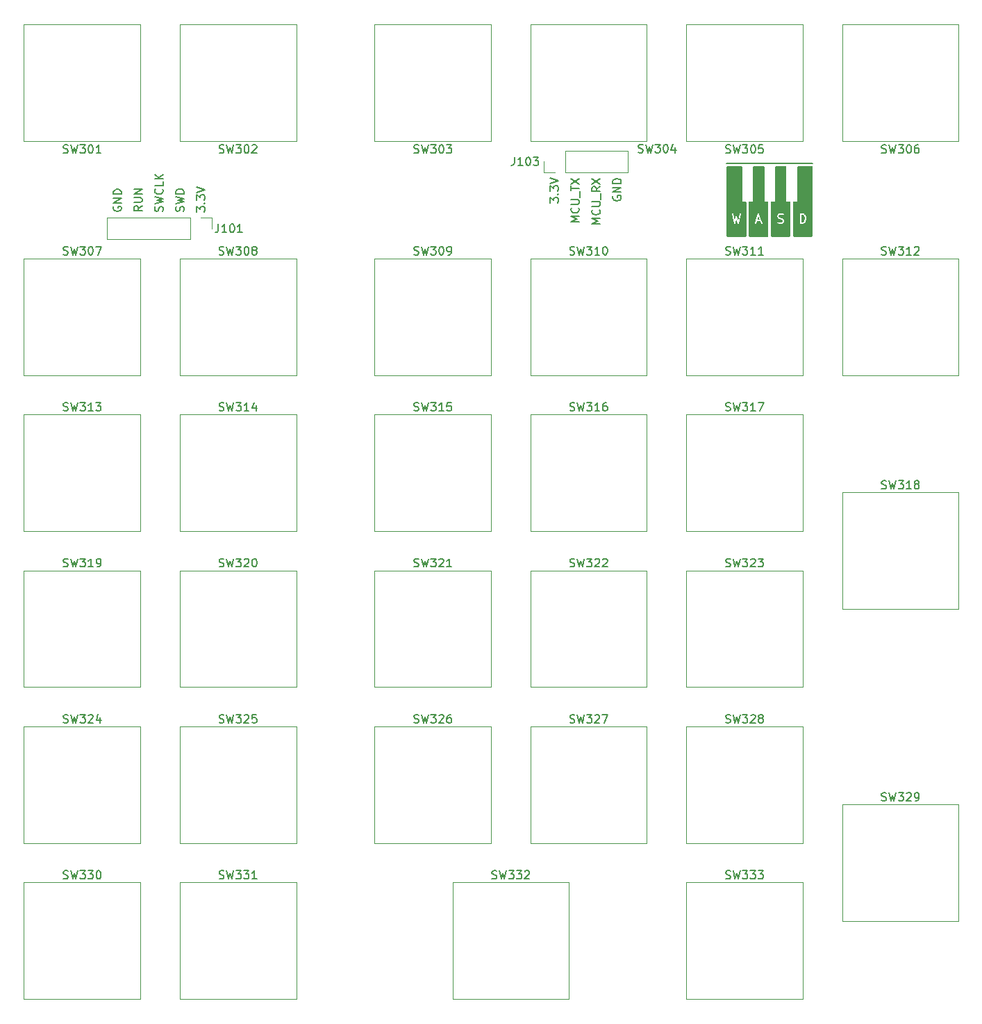
<source format=gbr>
%TF.GenerationSoftware,KiCad,Pcbnew,7.0.5-0*%
%TF.CreationDate,2023-08-05T14:47:29-05:00*%
%TF.ProjectId,Nifty Numpad,4e696674-7920-44e7-956d-7061642e6b69,rev?*%
%TF.SameCoordinates,Original*%
%TF.FileFunction,Legend,Top*%
%TF.FilePolarity,Positive*%
%FSLAX46Y46*%
G04 Gerber Fmt 4.6, Leading zero omitted, Abs format (unit mm)*
G04 Created by KiCad (PCBNEW 7.0.5-0) date 2023-08-05 14:47:29*
%MOMM*%
%LPD*%
G01*
G04 APERTURE LIST*
%ADD10C,0.200000*%
%ADD11C,0.160000*%
%ADD12C,0.180000*%
%ADD13C,0.120000*%
%ADD14C,2.000000*%
%ADD15C,1.750000*%
%ADD16C,3.050000*%
%ADD17C,4.000000*%
%ADD18C,6.000000*%
%ADD19R,1.700000X1.700000*%
%ADD20O,1.700000X1.700000*%
%ADD21C,0.650000*%
%ADD22O,1.000000X1.800000*%
%ADD23O,1.000000X2.100000*%
G04 APERTURE END LIST*
D10*
X240565000Y-93325000D02*
X251065000Y-93325000D01*
D11*
X226751918Y-97290977D02*
X226704299Y-97386215D01*
X226704299Y-97386215D02*
X226704299Y-97529072D01*
X226704299Y-97529072D02*
X226751918Y-97671929D01*
X226751918Y-97671929D02*
X226847156Y-97767167D01*
X226847156Y-97767167D02*
X226942394Y-97814786D01*
X226942394Y-97814786D02*
X227132870Y-97862405D01*
X227132870Y-97862405D02*
X227275727Y-97862405D01*
X227275727Y-97862405D02*
X227466203Y-97814786D01*
X227466203Y-97814786D02*
X227561441Y-97767167D01*
X227561441Y-97767167D02*
X227656680Y-97671929D01*
X227656680Y-97671929D02*
X227704299Y-97529072D01*
X227704299Y-97529072D02*
X227704299Y-97433834D01*
X227704299Y-97433834D02*
X227656680Y-97290977D01*
X227656680Y-97290977D02*
X227609060Y-97243358D01*
X227609060Y-97243358D02*
X227275727Y-97243358D01*
X227275727Y-97243358D02*
X227275727Y-97433834D01*
X227704299Y-96814786D02*
X226704299Y-96814786D01*
X226704299Y-96814786D02*
X227704299Y-96243358D01*
X227704299Y-96243358D02*
X226704299Y-96243358D01*
X227704299Y-95767167D02*
X226704299Y-95767167D01*
X226704299Y-95767167D02*
X226704299Y-95529072D01*
X226704299Y-95529072D02*
X226751918Y-95386215D01*
X226751918Y-95386215D02*
X226847156Y-95290977D01*
X226847156Y-95290977D02*
X226942394Y-95243358D01*
X226942394Y-95243358D02*
X227132870Y-95195739D01*
X227132870Y-95195739D02*
X227275727Y-95195739D01*
X227275727Y-95195739D02*
X227466203Y-95243358D01*
X227466203Y-95243358D02*
X227561441Y-95290977D01*
X227561441Y-95290977D02*
X227656680Y-95386215D01*
X227656680Y-95386215D02*
X227704299Y-95529072D01*
X227704299Y-95529072D02*
X227704299Y-95767167D01*
X225154299Y-100671929D02*
X224154299Y-100671929D01*
X224154299Y-100671929D02*
X224868584Y-100338596D01*
X224868584Y-100338596D02*
X224154299Y-100005263D01*
X224154299Y-100005263D02*
X225154299Y-100005263D01*
X225059060Y-98957644D02*
X225106680Y-99005263D01*
X225106680Y-99005263D02*
X225154299Y-99148120D01*
X225154299Y-99148120D02*
X225154299Y-99243358D01*
X225154299Y-99243358D02*
X225106680Y-99386215D01*
X225106680Y-99386215D02*
X225011441Y-99481453D01*
X225011441Y-99481453D02*
X224916203Y-99529072D01*
X224916203Y-99529072D02*
X224725727Y-99576691D01*
X224725727Y-99576691D02*
X224582870Y-99576691D01*
X224582870Y-99576691D02*
X224392394Y-99529072D01*
X224392394Y-99529072D02*
X224297156Y-99481453D01*
X224297156Y-99481453D02*
X224201918Y-99386215D01*
X224201918Y-99386215D02*
X224154299Y-99243358D01*
X224154299Y-99243358D02*
X224154299Y-99148120D01*
X224154299Y-99148120D02*
X224201918Y-99005263D01*
X224201918Y-99005263D02*
X224249537Y-98957644D01*
X224154299Y-98529072D02*
X224963822Y-98529072D01*
X224963822Y-98529072D02*
X225059060Y-98481453D01*
X225059060Y-98481453D02*
X225106680Y-98433834D01*
X225106680Y-98433834D02*
X225154299Y-98338596D01*
X225154299Y-98338596D02*
X225154299Y-98148120D01*
X225154299Y-98148120D02*
X225106680Y-98052882D01*
X225106680Y-98052882D02*
X225059060Y-98005263D01*
X225059060Y-98005263D02*
X224963822Y-97957644D01*
X224963822Y-97957644D02*
X224154299Y-97957644D01*
X225249537Y-97719549D02*
X225249537Y-96957644D01*
X225154299Y-96148120D02*
X224678108Y-96481453D01*
X225154299Y-96719548D02*
X224154299Y-96719548D01*
X224154299Y-96719548D02*
X224154299Y-96338596D01*
X224154299Y-96338596D02*
X224201918Y-96243358D01*
X224201918Y-96243358D02*
X224249537Y-96195739D01*
X224249537Y-96195739D02*
X224344775Y-96148120D01*
X224344775Y-96148120D02*
X224487632Y-96148120D01*
X224487632Y-96148120D02*
X224582870Y-96195739D01*
X224582870Y-96195739D02*
X224630489Y-96243358D01*
X224630489Y-96243358D02*
X224678108Y-96338596D01*
X224678108Y-96338596D02*
X224678108Y-96719548D01*
X224154299Y-95814786D02*
X225154299Y-95148120D01*
X224154299Y-95148120D02*
X225154299Y-95814786D01*
D12*
G36*
X244602037Y-100195235D02*
G01*
X244327963Y-100195235D01*
X244465000Y-99784124D01*
X244602037Y-100195235D01*
G37*
G36*
X245478572Y-101302143D02*
G01*
X243451429Y-101302143D01*
X243451429Y-100622676D01*
X244007436Y-100622676D01*
X244034385Y-100668142D01*
X244081637Y-100691822D01*
X244134190Y-100686196D01*
X244175358Y-100653051D01*
X244267963Y-100375235D01*
X244662037Y-100375235D01*
X244750378Y-100640258D01*
X244772843Y-100672583D01*
X244821682Y-100692787D01*
X244873691Y-100683379D01*
X244912358Y-100647347D01*
X244925405Y-100596130D01*
X244819018Y-100276971D01*
X244819750Y-100271886D01*
X244810766Y-100252215D01*
X244555530Y-99486505D01*
X244555897Y-99476364D01*
X244547334Y-99461917D01*
X244546289Y-99458782D01*
X244540760Y-99450826D01*
X244528948Y-99430898D01*
X244525821Y-99429331D01*
X244523824Y-99426457D01*
X244502406Y-99417596D01*
X244481696Y-99407218D01*
X244478217Y-99407590D01*
X244474985Y-99406253D01*
X244452185Y-99410377D01*
X244429143Y-99412844D01*
X244426417Y-99415038D01*
X244422976Y-99415661D01*
X244406026Y-99431455D01*
X244387975Y-99445989D01*
X244386868Y-99449307D01*
X244384309Y-99451693D01*
X244378589Y-99474146D01*
X244123367Y-100239811D01*
X244117772Y-100246269D01*
X244115160Y-100264433D01*
X244008859Y-100583337D01*
X244007436Y-100622676D01*
X243451429Y-100622676D01*
X243451429Y-98897857D01*
X245478572Y-98897857D01*
X245478572Y-101302143D01*
G37*
D11*
X222604299Y-100433834D02*
X221604299Y-100433834D01*
X221604299Y-100433834D02*
X222318584Y-100100501D01*
X222318584Y-100100501D02*
X221604299Y-99767168D01*
X221604299Y-99767168D02*
X222604299Y-99767168D01*
X222509060Y-98719549D02*
X222556680Y-98767168D01*
X222556680Y-98767168D02*
X222604299Y-98910025D01*
X222604299Y-98910025D02*
X222604299Y-99005263D01*
X222604299Y-99005263D02*
X222556680Y-99148120D01*
X222556680Y-99148120D02*
X222461441Y-99243358D01*
X222461441Y-99243358D02*
X222366203Y-99290977D01*
X222366203Y-99290977D02*
X222175727Y-99338596D01*
X222175727Y-99338596D02*
X222032870Y-99338596D01*
X222032870Y-99338596D02*
X221842394Y-99290977D01*
X221842394Y-99290977D02*
X221747156Y-99243358D01*
X221747156Y-99243358D02*
X221651918Y-99148120D01*
X221651918Y-99148120D02*
X221604299Y-99005263D01*
X221604299Y-99005263D02*
X221604299Y-98910025D01*
X221604299Y-98910025D02*
X221651918Y-98767168D01*
X221651918Y-98767168D02*
X221699537Y-98719549D01*
X221604299Y-98290977D02*
X222413822Y-98290977D01*
X222413822Y-98290977D02*
X222509060Y-98243358D01*
X222509060Y-98243358D02*
X222556680Y-98195739D01*
X222556680Y-98195739D02*
X222604299Y-98100501D01*
X222604299Y-98100501D02*
X222604299Y-97910025D01*
X222604299Y-97910025D02*
X222556680Y-97814787D01*
X222556680Y-97814787D02*
X222509060Y-97767168D01*
X222509060Y-97767168D02*
X222413822Y-97719549D01*
X222413822Y-97719549D02*
X221604299Y-97719549D01*
X222699537Y-97481454D02*
X222699537Y-96719549D01*
X221604299Y-96624310D02*
X221604299Y-96052882D01*
X222604299Y-96338596D02*
X221604299Y-96338596D01*
X221604299Y-95814786D02*
X222604299Y-95148120D01*
X221604299Y-95148120D02*
X222604299Y-95814786D01*
X174356680Y-99154260D02*
X174404299Y-99011403D01*
X174404299Y-99011403D02*
X174404299Y-98773308D01*
X174404299Y-98773308D02*
X174356680Y-98678070D01*
X174356680Y-98678070D02*
X174309060Y-98630451D01*
X174309060Y-98630451D02*
X174213822Y-98582832D01*
X174213822Y-98582832D02*
X174118584Y-98582832D01*
X174118584Y-98582832D02*
X174023346Y-98630451D01*
X174023346Y-98630451D02*
X173975727Y-98678070D01*
X173975727Y-98678070D02*
X173928108Y-98773308D01*
X173928108Y-98773308D02*
X173880489Y-98963784D01*
X173880489Y-98963784D02*
X173832870Y-99059022D01*
X173832870Y-99059022D02*
X173785251Y-99106641D01*
X173785251Y-99106641D02*
X173690013Y-99154260D01*
X173690013Y-99154260D02*
X173594775Y-99154260D01*
X173594775Y-99154260D02*
X173499537Y-99106641D01*
X173499537Y-99106641D02*
X173451918Y-99059022D01*
X173451918Y-99059022D02*
X173404299Y-98963784D01*
X173404299Y-98963784D02*
X173404299Y-98725689D01*
X173404299Y-98725689D02*
X173451918Y-98582832D01*
X173404299Y-98249498D02*
X174404299Y-98011403D01*
X174404299Y-98011403D02*
X173690013Y-97820927D01*
X173690013Y-97820927D02*
X174404299Y-97630451D01*
X174404299Y-97630451D02*
X173404299Y-97392356D01*
X174404299Y-97011403D02*
X173404299Y-97011403D01*
X173404299Y-97011403D02*
X173404299Y-96773308D01*
X173404299Y-96773308D02*
X173451918Y-96630451D01*
X173451918Y-96630451D02*
X173547156Y-96535213D01*
X173547156Y-96535213D02*
X173642394Y-96487594D01*
X173642394Y-96487594D02*
X173832870Y-96439975D01*
X173832870Y-96439975D02*
X173975727Y-96439975D01*
X173975727Y-96439975D02*
X174166203Y-96487594D01*
X174166203Y-96487594D02*
X174261441Y-96535213D01*
X174261441Y-96535213D02*
X174356680Y-96630451D01*
X174356680Y-96630451D02*
X174404299Y-96773308D01*
X174404299Y-96773308D02*
X174404299Y-97011403D01*
X219054299Y-98100500D02*
X219054299Y-97481453D01*
X219054299Y-97481453D02*
X219435251Y-97814786D01*
X219435251Y-97814786D02*
X219435251Y-97671929D01*
X219435251Y-97671929D02*
X219482870Y-97576691D01*
X219482870Y-97576691D02*
X219530489Y-97529072D01*
X219530489Y-97529072D02*
X219625727Y-97481453D01*
X219625727Y-97481453D02*
X219863822Y-97481453D01*
X219863822Y-97481453D02*
X219959060Y-97529072D01*
X219959060Y-97529072D02*
X220006680Y-97576691D01*
X220006680Y-97576691D02*
X220054299Y-97671929D01*
X220054299Y-97671929D02*
X220054299Y-97957643D01*
X220054299Y-97957643D02*
X220006680Y-98052881D01*
X220006680Y-98052881D02*
X219959060Y-98100500D01*
X219959060Y-97052881D02*
X220006680Y-97005262D01*
X220006680Y-97005262D02*
X220054299Y-97052881D01*
X220054299Y-97052881D02*
X220006680Y-97100500D01*
X220006680Y-97100500D02*
X219959060Y-97052881D01*
X219959060Y-97052881D02*
X220054299Y-97052881D01*
X219054299Y-96671929D02*
X219054299Y-96052882D01*
X219054299Y-96052882D02*
X219435251Y-96386215D01*
X219435251Y-96386215D02*
X219435251Y-96243358D01*
X219435251Y-96243358D02*
X219482870Y-96148120D01*
X219482870Y-96148120D02*
X219530489Y-96100501D01*
X219530489Y-96100501D02*
X219625727Y-96052882D01*
X219625727Y-96052882D02*
X219863822Y-96052882D01*
X219863822Y-96052882D02*
X219959060Y-96100501D01*
X219959060Y-96100501D02*
X220006680Y-96148120D01*
X220006680Y-96148120D02*
X220054299Y-96243358D01*
X220054299Y-96243358D02*
X220054299Y-96529072D01*
X220054299Y-96529072D02*
X220006680Y-96624310D01*
X220006680Y-96624310D02*
X219959060Y-96671929D01*
X219054299Y-95767167D02*
X220054299Y-95433834D01*
X220054299Y-95433834D02*
X219054299Y-95100501D01*
D12*
G36*
X242935715Y-101302143D02*
G01*
X240594286Y-101302143D01*
X240594286Y-99494658D01*
X241199897Y-99494658D01*
X241465739Y-100611191D01*
X241466164Y-100628188D01*
X241479058Y-100647190D01*
X241490458Y-100667130D01*
X241493754Y-100668847D01*
X241495841Y-100671922D01*
X241516963Y-100680937D01*
X241537332Y-100691548D01*
X241541032Y-100691210D01*
X241544452Y-100692670D01*
X241567103Y-100688833D01*
X241589967Y-100686748D01*
X241592897Y-100684463D01*
X241596562Y-100683843D01*
X241613541Y-100668370D01*
X241631651Y-100654253D01*
X241632881Y-100650747D01*
X241635628Y-100648244D01*
X241641544Y-100626057D01*
X241649150Y-100604382D01*
X241648288Y-100600765D01*
X241765000Y-100163098D01*
X241885132Y-100613595D01*
X241886014Y-100630576D01*
X241899414Y-100649225D01*
X241911345Y-100668852D01*
X241914687Y-100670480D01*
X241916855Y-100673497D01*
X241938206Y-100681939D01*
X241958858Y-100692002D01*
X241962548Y-100691565D01*
X241966005Y-100692932D01*
X241988536Y-100688490D01*
X242011345Y-100685791D01*
X242014214Y-100683427D01*
X242017860Y-100682709D01*
X242034416Y-100666786D01*
X242052141Y-100652188D01*
X242053276Y-100648650D01*
X242055956Y-100646074D01*
X242061277Y-100623725D01*
X242068294Y-100601865D01*
X242067336Y-100598275D01*
X242326979Y-99507776D01*
X242324939Y-99468465D01*
X242294098Y-99425543D01*
X242244948Y-99406108D01*
X242193093Y-99416332D01*
X242154997Y-99452966D01*
X241969583Y-100231702D01*
X241854706Y-99800912D01*
X241854312Y-99785138D01*
X241840737Y-99765133D01*
X241828179Y-99744474D01*
X241825996Y-99743410D01*
X241824635Y-99741404D01*
X241802402Y-99731914D01*
X241780666Y-99721324D01*
X241778256Y-99721609D01*
X241776024Y-99720656D01*
X241752182Y-99724694D01*
X241728179Y-99727535D01*
X241726305Y-99729077D01*
X241723914Y-99729483D01*
X241706037Y-99745772D01*
X241687383Y-99761138D01*
X241686642Y-99763446D01*
X241684848Y-99765081D01*
X241678616Y-99788449D01*
X241671230Y-99811461D01*
X241671854Y-99813804D01*
X241560416Y-100231700D01*
X241378126Y-99466084D01*
X241358589Y-99431910D01*
X241311715Y-99407492D01*
X241259080Y-99412292D01*
X241217396Y-99444786D01*
X241199897Y-99494658D01*
X240594286Y-99494658D01*
X240594286Y-98897857D01*
X242935715Y-98897857D01*
X242935715Y-101302143D01*
G37*
D11*
X175954299Y-99201879D02*
X175954299Y-98582832D01*
X175954299Y-98582832D02*
X176335251Y-98916165D01*
X176335251Y-98916165D02*
X176335251Y-98773308D01*
X176335251Y-98773308D02*
X176382870Y-98678070D01*
X176382870Y-98678070D02*
X176430489Y-98630451D01*
X176430489Y-98630451D02*
X176525727Y-98582832D01*
X176525727Y-98582832D02*
X176763822Y-98582832D01*
X176763822Y-98582832D02*
X176859060Y-98630451D01*
X176859060Y-98630451D02*
X176906680Y-98678070D01*
X176906680Y-98678070D02*
X176954299Y-98773308D01*
X176954299Y-98773308D02*
X176954299Y-99059022D01*
X176954299Y-99059022D02*
X176906680Y-99154260D01*
X176906680Y-99154260D02*
X176859060Y-99201879D01*
X176859060Y-98154260D02*
X176906680Y-98106641D01*
X176906680Y-98106641D02*
X176954299Y-98154260D01*
X176954299Y-98154260D02*
X176906680Y-98201879D01*
X176906680Y-98201879D02*
X176859060Y-98154260D01*
X176859060Y-98154260D02*
X176954299Y-98154260D01*
X175954299Y-97773308D02*
X175954299Y-97154261D01*
X175954299Y-97154261D02*
X176335251Y-97487594D01*
X176335251Y-97487594D02*
X176335251Y-97344737D01*
X176335251Y-97344737D02*
X176382870Y-97249499D01*
X176382870Y-97249499D02*
X176430489Y-97201880D01*
X176430489Y-97201880D02*
X176525727Y-97154261D01*
X176525727Y-97154261D02*
X176763822Y-97154261D01*
X176763822Y-97154261D02*
X176859060Y-97201880D01*
X176859060Y-97201880D02*
X176906680Y-97249499D01*
X176906680Y-97249499D02*
X176954299Y-97344737D01*
X176954299Y-97344737D02*
X176954299Y-97630451D01*
X176954299Y-97630451D02*
X176906680Y-97725689D01*
X176906680Y-97725689D02*
X176859060Y-97773308D01*
X175954299Y-96868546D02*
X176954299Y-96535213D01*
X176954299Y-96535213D02*
X175954299Y-96201880D01*
X171806680Y-99154260D02*
X171854299Y-99011403D01*
X171854299Y-99011403D02*
X171854299Y-98773308D01*
X171854299Y-98773308D02*
X171806680Y-98678070D01*
X171806680Y-98678070D02*
X171759060Y-98630451D01*
X171759060Y-98630451D02*
X171663822Y-98582832D01*
X171663822Y-98582832D02*
X171568584Y-98582832D01*
X171568584Y-98582832D02*
X171473346Y-98630451D01*
X171473346Y-98630451D02*
X171425727Y-98678070D01*
X171425727Y-98678070D02*
X171378108Y-98773308D01*
X171378108Y-98773308D02*
X171330489Y-98963784D01*
X171330489Y-98963784D02*
X171282870Y-99059022D01*
X171282870Y-99059022D02*
X171235251Y-99106641D01*
X171235251Y-99106641D02*
X171140013Y-99154260D01*
X171140013Y-99154260D02*
X171044775Y-99154260D01*
X171044775Y-99154260D02*
X170949537Y-99106641D01*
X170949537Y-99106641D02*
X170901918Y-99059022D01*
X170901918Y-99059022D02*
X170854299Y-98963784D01*
X170854299Y-98963784D02*
X170854299Y-98725689D01*
X170854299Y-98725689D02*
X170901918Y-98582832D01*
X170854299Y-98249498D02*
X171854299Y-98011403D01*
X171854299Y-98011403D02*
X171140013Y-97820927D01*
X171140013Y-97820927D02*
X171854299Y-97630451D01*
X171854299Y-97630451D02*
X170854299Y-97392356D01*
X171759060Y-96439975D02*
X171806680Y-96487594D01*
X171806680Y-96487594D02*
X171854299Y-96630451D01*
X171854299Y-96630451D02*
X171854299Y-96725689D01*
X171854299Y-96725689D02*
X171806680Y-96868546D01*
X171806680Y-96868546D02*
X171711441Y-96963784D01*
X171711441Y-96963784D02*
X171616203Y-97011403D01*
X171616203Y-97011403D02*
X171425727Y-97059022D01*
X171425727Y-97059022D02*
X171282870Y-97059022D01*
X171282870Y-97059022D02*
X171092394Y-97011403D01*
X171092394Y-97011403D02*
X170997156Y-96963784D01*
X170997156Y-96963784D02*
X170901918Y-96868546D01*
X170901918Y-96868546D02*
X170854299Y-96725689D01*
X170854299Y-96725689D02*
X170854299Y-96630451D01*
X170854299Y-96630451D02*
X170901918Y-96487594D01*
X170901918Y-96487594D02*
X170949537Y-96439975D01*
X171854299Y-95535213D02*
X171854299Y-96011403D01*
X171854299Y-96011403D02*
X170854299Y-96011403D01*
X171854299Y-95201879D02*
X170854299Y-95201879D01*
X171854299Y-94630451D02*
X171282870Y-95059022D01*
X170854299Y-94630451D02*
X171425727Y-95201879D01*
D12*
G36*
X248230953Y-101277143D02*
G01*
X246099048Y-101277143D01*
X246099048Y-99694113D01*
X246757456Y-99694113D01*
X246760714Y-99701968D01*
X246760713Y-99783956D01*
X246758397Y-99805418D01*
X246766621Y-99821866D01*
X246771804Y-99839518D01*
X246778231Y-99845087D01*
X246817549Y-99923723D01*
X246820769Y-99938521D01*
X246838298Y-99956050D01*
X246855195Y-99974215D01*
X246856898Y-99974650D01*
X246883856Y-100001608D01*
X246891590Y-100014629D01*
X246913752Y-100025710D01*
X246935537Y-100037606D01*
X246937292Y-100037480D01*
X247005650Y-100071659D01*
X247012772Y-100079233D01*
X247028824Y-100083246D01*
X247031564Y-100084616D01*
X247041342Y-100086375D01*
X247238350Y-100135628D01*
X247321212Y-100177058D01*
X247352938Y-100208785D01*
X247389286Y-100281480D01*
X247389286Y-100343751D01*
X247352938Y-100416446D01*
X247321212Y-100448172D01*
X247248516Y-100484520D01*
X247022462Y-100484520D01*
X246866896Y-100432666D01*
X246827557Y-100431243D01*
X246782091Y-100458192D01*
X246758412Y-100505444D01*
X246764038Y-100557997D01*
X246797183Y-100599165D01*
X246968690Y-100656332D01*
X246981430Y-100664520D01*
X247006216Y-100664520D01*
X247031014Y-100665417D01*
X247032527Y-100664520D01*
X247264916Y-100664520D01*
X247286373Y-100666837D01*
X247302820Y-100658613D01*
X247320474Y-100653430D01*
X247326043Y-100647002D01*
X247404679Y-100607685D01*
X247419477Y-100604466D01*
X247437000Y-100586942D01*
X247455171Y-100570041D01*
X247455606Y-100568336D01*
X247482564Y-100541378D01*
X247495585Y-100533645D01*
X247506666Y-100511482D01*
X247518562Y-100489698D01*
X247518436Y-100487942D01*
X247557616Y-100409582D01*
X247569286Y-100391424D01*
X247569286Y-100373033D01*
X247572544Y-100354929D01*
X247569285Y-100347073D01*
X247569286Y-100265079D01*
X247571603Y-100243622D01*
X247563378Y-100227172D01*
X247558196Y-100209523D01*
X247551769Y-100203954D01*
X247512449Y-100125315D01*
X247509231Y-100110520D01*
X247491715Y-100093004D01*
X247474805Y-100074825D01*
X247473100Y-100074389D01*
X247446143Y-100047432D01*
X247438410Y-100034412D01*
X247416247Y-100023330D01*
X247394463Y-100011435D01*
X247392707Y-100011560D01*
X247324349Y-99977381D01*
X247317228Y-99969808D01*
X247301175Y-99965794D01*
X247298436Y-99964425D01*
X247288657Y-99962665D01*
X247091649Y-99913412D01*
X247008788Y-99871982D01*
X246977062Y-99840256D01*
X246940713Y-99767558D01*
X246940713Y-99705290D01*
X246977062Y-99632593D01*
X247008787Y-99600868D01*
X247081484Y-99564520D01*
X247307537Y-99564520D01*
X247463103Y-99616375D01*
X247502442Y-99617798D01*
X247547908Y-99590849D01*
X247571588Y-99543597D01*
X247565962Y-99491044D01*
X247532817Y-99449876D01*
X247361309Y-99392707D01*
X247348570Y-99384520D01*
X247323785Y-99384520D01*
X247298987Y-99383623D01*
X247297474Y-99384520D01*
X247065083Y-99384520D01*
X247043625Y-99382203D01*
X247027175Y-99390427D01*
X247009526Y-99395610D01*
X247003957Y-99402036D01*
X246925318Y-99441356D01*
X246910523Y-99444575D01*
X246893007Y-99462090D01*
X246874828Y-99479001D01*
X246874392Y-99480705D01*
X246847435Y-99507662D01*
X246834415Y-99515396D01*
X246823333Y-99537558D01*
X246811438Y-99559343D01*
X246811563Y-99561098D01*
X246772383Y-99639458D01*
X246760714Y-99657617D01*
X246760714Y-99676008D01*
X246757456Y-99694113D01*
X246099048Y-99694113D01*
X246099048Y-98872857D01*
X248230953Y-98872857D01*
X248230953Y-101277143D01*
G37*
D11*
X165851918Y-98582832D02*
X165804299Y-98678070D01*
X165804299Y-98678070D02*
X165804299Y-98820927D01*
X165804299Y-98820927D02*
X165851918Y-98963784D01*
X165851918Y-98963784D02*
X165947156Y-99059022D01*
X165947156Y-99059022D02*
X166042394Y-99106641D01*
X166042394Y-99106641D02*
X166232870Y-99154260D01*
X166232870Y-99154260D02*
X166375727Y-99154260D01*
X166375727Y-99154260D02*
X166566203Y-99106641D01*
X166566203Y-99106641D02*
X166661441Y-99059022D01*
X166661441Y-99059022D02*
X166756680Y-98963784D01*
X166756680Y-98963784D02*
X166804299Y-98820927D01*
X166804299Y-98820927D02*
X166804299Y-98725689D01*
X166804299Y-98725689D02*
X166756680Y-98582832D01*
X166756680Y-98582832D02*
X166709060Y-98535213D01*
X166709060Y-98535213D02*
X166375727Y-98535213D01*
X166375727Y-98535213D02*
X166375727Y-98725689D01*
X166804299Y-98106641D02*
X165804299Y-98106641D01*
X165804299Y-98106641D02*
X166804299Y-97535213D01*
X166804299Y-97535213D02*
X165804299Y-97535213D01*
X166804299Y-97059022D02*
X165804299Y-97059022D01*
X165804299Y-97059022D02*
X165804299Y-96820927D01*
X165804299Y-96820927D02*
X165851918Y-96678070D01*
X165851918Y-96678070D02*
X165947156Y-96582832D01*
X165947156Y-96582832D02*
X166042394Y-96535213D01*
X166042394Y-96535213D02*
X166232870Y-96487594D01*
X166232870Y-96487594D02*
X166375727Y-96487594D01*
X166375727Y-96487594D02*
X166566203Y-96535213D01*
X166566203Y-96535213D02*
X166661441Y-96582832D01*
X166661441Y-96582832D02*
X166756680Y-96678070D01*
X166756680Y-96678070D02*
X166804299Y-96820927D01*
X166804299Y-96820927D02*
X166804299Y-97059022D01*
X169304299Y-98485213D02*
X168828108Y-98818546D01*
X169304299Y-99056641D02*
X168304299Y-99056641D01*
X168304299Y-99056641D02*
X168304299Y-98675689D01*
X168304299Y-98675689D02*
X168351918Y-98580451D01*
X168351918Y-98580451D02*
X168399537Y-98532832D01*
X168399537Y-98532832D02*
X168494775Y-98485213D01*
X168494775Y-98485213D02*
X168637632Y-98485213D01*
X168637632Y-98485213D02*
X168732870Y-98532832D01*
X168732870Y-98532832D02*
X168780489Y-98580451D01*
X168780489Y-98580451D02*
X168828108Y-98675689D01*
X168828108Y-98675689D02*
X168828108Y-99056641D01*
X168304299Y-98056641D02*
X169113822Y-98056641D01*
X169113822Y-98056641D02*
X169209060Y-98009022D01*
X169209060Y-98009022D02*
X169256680Y-97961403D01*
X169256680Y-97961403D02*
X169304299Y-97866165D01*
X169304299Y-97866165D02*
X169304299Y-97675689D01*
X169304299Y-97675689D02*
X169256680Y-97580451D01*
X169256680Y-97580451D02*
X169209060Y-97532832D01*
X169209060Y-97532832D02*
X169113822Y-97485213D01*
X169113822Y-97485213D02*
X168304299Y-97485213D01*
X169304299Y-97009022D02*
X168304299Y-97009022D01*
X168304299Y-97009022D02*
X169304299Y-96437594D01*
X169304299Y-96437594D02*
X168304299Y-96437594D01*
D12*
G36*
X249947336Y-99605564D02*
G01*
X250026746Y-99684974D01*
X250068178Y-99767838D01*
X250115476Y-99957027D01*
X250115475Y-100092013D01*
X250068177Y-100281204D01*
X250026746Y-100364066D01*
X249947335Y-100443477D01*
X249824205Y-100484520D01*
X249666904Y-100484520D01*
X249666904Y-99564520D01*
X249824203Y-99564520D01*
X249947336Y-99605564D01*
G37*
G36*
X250957143Y-101277143D02*
G01*
X248772857Y-101277143D01*
X248772857Y-100587869D01*
X249484059Y-100587869D01*
X249492361Y-100606048D01*
X249497994Y-100625232D01*
X249503170Y-100629717D01*
X249506015Y-100635946D01*
X249522831Y-100646753D01*
X249537938Y-100659843D01*
X249544715Y-100660817D01*
X249550477Y-100664520D01*
X249570466Y-100664520D01*
X249590253Y-100667365D01*
X249596483Y-100664520D01*
X249827524Y-100664520D01*
X249842198Y-100668258D01*
X249865697Y-100660425D01*
X249889521Y-100653430D01*
X249890673Y-100652099D01*
X250019813Y-100609054D01*
X250040905Y-100604466D01*
X250053908Y-100591462D01*
X250069015Y-100580964D01*
X250072266Y-100573104D01*
X250156373Y-100488997D01*
X250169394Y-100481264D01*
X250180475Y-100459101D01*
X250192371Y-100437317D01*
X250192245Y-100435561D01*
X250226424Y-100367203D01*
X250233998Y-100360082D01*
X250238011Y-100344029D01*
X250239381Y-100341290D01*
X250241140Y-100331511D01*
X250289196Y-100139289D01*
X250295476Y-100129519D01*
X250295475Y-100114172D01*
X250295928Y-100112365D01*
X250295476Y-100101246D01*
X250295476Y-99960760D01*
X250299198Y-99949758D01*
X250295476Y-99934869D01*
X250295476Y-99933007D01*
X250292341Y-99922330D01*
X250244295Y-99730148D01*
X250245412Y-99719812D01*
X250238011Y-99705010D01*
X250237269Y-99702041D01*
X250232245Y-99693478D01*
X250186258Y-99601505D01*
X250183040Y-99586710D01*
X250165524Y-99569194D01*
X250148614Y-99551015D01*
X250146909Y-99550579D01*
X250063021Y-99466691D01*
X250049483Y-99449876D01*
X250032036Y-99444060D01*
X250015891Y-99435244D01*
X250007407Y-99435850D01*
X249877975Y-99392707D01*
X249865236Y-99384520D01*
X249840451Y-99384520D01*
X249815653Y-99383623D01*
X249814140Y-99384520D01*
X249583342Y-99384520D01*
X249563555Y-99381675D01*
X249545375Y-99389977D01*
X249526192Y-99395610D01*
X249521706Y-99400786D01*
X249515478Y-99403631D01*
X249504670Y-99420447D01*
X249491581Y-99435554D01*
X249490606Y-99442331D01*
X249486904Y-99448093D01*
X249486904Y-99468082D01*
X249484059Y-99487869D01*
X249486903Y-99494098D01*
X249486904Y-100568082D01*
X249484059Y-100587869D01*
X248772857Y-100587869D01*
X248772857Y-98872857D01*
X250957143Y-98872857D01*
X250957143Y-101277143D01*
G37*
D11*
%TO.C,SW314*%
X178714286Y-123406680D02*
X178857143Y-123454299D01*
X178857143Y-123454299D02*
X179095238Y-123454299D01*
X179095238Y-123454299D02*
X179190476Y-123406680D01*
X179190476Y-123406680D02*
X179238095Y-123359060D01*
X179238095Y-123359060D02*
X179285714Y-123263822D01*
X179285714Y-123263822D02*
X179285714Y-123168584D01*
X179285714Y-123168584D02*
X179238095Y-123073346D01*
X179238095Y-123073346D02*
X179190476Y-123025727D01*
X179190476Y-123025727D02*
X179095238Y-122978108D01*
X179095238Y-122978108D02*
X178904762Y-122930489D01*
X178904762Y-122930489D02*
X178809524Y-122882870D01*
X178809524Y-122882870D02*
X178761905Y-122835251D01*
X178761905Y-122835251D02*
X178714286Y-122740013D01*
X178714286Y-122740013D02*
X178714286Y-122644775D01*
X178714286Y-122644775D02*
X178761905Y-122549537D01*
X178761905Y-122549537D02*
X178809524Y-122501918D01*
X178809524Y-122501918D02*
X178904762Y-122454299D01*
X178904762Y-122454299D02*
X179142857Y-122454299D01*
X179142857Y-122454299D02*
X179285714Y-122501918D01*
X179619048Y-122454299D02*
X179857143Y-123454299D01*
X179857143Y-123454299D02*
X180047619Y-122740013D01*
X180047619Y-122740013D02*
X180238095Y-123454299D01*
X180238095Y-123454299D02*
X180476191Y-122454299D01*
X180761905Y-122454299D02*
X181380952Y-122454299D01*
X181380952Y-122454299D02*
X181047619Y-122835251D01*
X181047619Y-122835251D02*
X181190476Y-122835251D01*
X181190476Y-122835251D02*
X181285714Y-122882870D01*
X181285714Y-122882870D02*
X181333333Y-122930489D01*
X181333333Y-122930489D02*
X181380952Y-123025727D01*
X181380952Y-123025727D02*
X181380952Y-123263822D01*
X181380952Y-123263822D02*
X181333333Y-123359060D01*
X181333333Y-123359060D02*
X181285714Y-123406680D01*
X181285714Y-123406680D02*
X181190476Y-123454299D01*
X181190476Y-123454299D02*
X180904762Y-123454299D01*
X180904762Y-123454299D02*
X180809524Y-123406680D01*
X180809524Y-123406680D02*
X180761905Y-123359060D01*
X182333333Y-123454299D02*
X181761905Y-123454299D01*
X182047619Y-123454299D02*
X182047619Y-122454299D01*
X182047619Y-122454299D02*
X181952381Y-122597156D01*
X181952381Y-122597156D02*
X181857143Y-122692394D01*
X181857143Y-122692394D02*
X181761905Y-122740013D01*
X183190476Y-122787632D02*
X183190476Y-123454299D01*
X182952381Y-122406680D02*
X182714286Y-123120965D01*
X182714286Y-123120965D02*
X183333333Y-123120965D01*
%TO.C,SW313*%
X159714286Y-123406680D02*
X159857143Y-123454299D01*
X159857143Y-123454299D02*
X160095238Y-123454299D01*
X160095238Y-123454299D02*
X160190476Y-123406680D01*
X160190476Y-123406680D02*
X160238095Y-123359060D01*
X160238095Y-123359060D02*
X160285714Y-123263822D01*
X160285714Y-123263822D02*
X160285714Y-123168584D01*
X160285714Y-123168584D02*
X160238095Y-123073346D01*
X160238095Y-123073346D02*
X160190476Y-123025727D01*
X160190476Y-123025727D02*
X160095238Y-122978108D01*
X160095238Y-122978108D02*
X159904762Y-122930489D01*
X159904762Y-122930489D02*
X159809524Y-122882870D01*
X159809524Y-122882870D02*
X159761905Y-122835251D01*
X159761905Y-122835251D02*
X159714286Y-122740013D01*
X159714286Y-122740013D02*
X159714286Y-122644775D01*
X159714286Y-122644775D02*
X159761905Y-122549537D01*
X159761905Y-122549537D02*
X159809524Y-122501918D01*
X159809524Y-122501918D02*
X159904762Y-122454299D01*
X159904762Y-122454299D02*
X160142857Y-122454299D01*
X160142857Y-122454299D02*
X160285714Y-122501918D01*
X160619048Y-122454299D02*
X160857143Y-123454299D01*
X160857143Y-123454299D02*
X161047619Y-122740013D01*
X161047619Y-122740013D02*
X161238095Y-123454299D01*
X161238095Y-123454299D02*
X161476191Y-122454299D01*
X161761905Y-122454299D02*
X162380952Y-122454299D01*
X162380952Y-122454299D02*
X162047619Y-122835251D01*
X162047619Y-122835251D02*
X162190476Y-122835251D01*
X162190476Y-122835251D02*
X162285714Y-122882870D01*
X162285714Y-122882870D02*
X162333333Y-122930489D01*
X162333333Y-122930489D02*
X162380952Y-123025727D01*
X162380952Y-123025727D02*
X162380952Y-123263822D01*
X162380952Y-123263822D02*
X162333333Y-123359060D01*
X162333333Y-123359060D02*
X162285714Y-123406680D01*
X162285714Y-123406680D02*
X162190476Y-123454299D01*
X162190476Y-123454299D02*
X161904762Y-123454299D01*
X161904762Y-123454299D02*
X161809524Y-123406680D01*
X161809524Y-123406680D02*
X161761905Y-123359060D01*
X163333333Y-123454299D02*
X162761905Y-123454299D01*
X163047619Y-123454299D02*
X163047619Y-122454299D01*
X163047619Y-122454299D02*
X162952381Y-122597156D01*
X162952381Y-122597156D02*
X162857143Y-122692394D01*
X162857143Y-122692394D02*
X162761905Y-122740013D01*
X163666667Y-122454299D02*
X164285714Y-122454299D01*
X164285714Y-122454299D02*
X163952381Y-122835251D01*
X163952381Y-122835251D02*
X164095238Y-122835251D01*
X164095238Y-122835251D02*
X164190476Y-122882870D01*
X164190476Y-122882870D02*
X164238095Y-122930489D01*
X164238095Y-122930489D02*
X164285714Y-123025727D01*
X164285714Y-123025727D02*
X164285714Y-123263822D01*
X164285714Y-123263822D02*
X164238095Y-123359060D01*
X164238095Y-123359060D02*
X164190476Y-123406680D01*
X164190476Y-123406680D02*
X164095238Y-123454299D01*
X164095238Y-123454299D02*
X163809524Y-123454299D01*
X163809524Y-123454299D02*
X163714286Y-123406680D01*
X163714286Y-123406680D02*
X163666667Y-123359060D01*
%TO.C,SW318*%
X259464286Y-132906680D02*
X259607143Y-132954299D01*
X259607143Y-132954299D02*
X259845238Y-132954299D01*
X259845238Y-132954299D02*
X259940476Y-132906680D01*
X259940476Y-132906680D02*
X259988095Y-132859060D01*
X259988095Y-132859060D02*
X260035714Y-132763822D01*
X260035714Y-132763822D02*
X260035714Y-132668584D01*
X260035714Y-132668584D02*
X259988095Y-132573346D01*
X259988095Y-132573346D02*
X259940476Y-132525727D01*
X259940476Y-132525727D02*
X259845238Y-132478108D01*
X259845238Y-132478108D02*
X259654762Y-132430489D01*
X259654762Y-132430489D02*
X259559524Y-132382870D01*
X259559524Y-132382870D02*
X259511905Y-132335251D01*
X259511905Y-132335251D02*
X259464286Y-132240013D01*
X259464286Y-132240013D02*
X259464286Y-132144775D01*
X259464286Y-132144775D02*
X259511905Y-132049537D01*
X259511905Y-132049537D02*
X259559524Y-132001918D01*
X259559524Y-132001918D02*
X259654762Y-131954299D01*
X259654762Y-131954299D02*
X259892857Y-131954299D01*
X259892857Y-131954299D02*
X260035714Y-132001918D01*
X260369048Y-131954299D02*
X260607143Y-132954299D01*
X260607143Y-132954299D02*
X260797619Y-132240013D01*
X260797619Y-132240013D02*
X260988095Y-132954299D01*
X260988095Y-132954299D02*
X261226191Y-131954299D01*
X261511905Y-131954299D02*
X262130952Y-131954299D01*
X262130952Y-131954299D02*
X261797619Y-132335251D01*
X261797619Y-132335251D02*
X261940476Y-132335251D01*
X261940476Y-132335251D02*
X262035714Y-132382870D01*
X262035714Y-132382870D02*
X262083333Y-132430489D01*
X262083333Y-132430489D02*
X262130952Y-132525727D01*
X262130952Y-132525727D02*
X262130952Y-132763822D01*
X262130952Y-132763822D02*
X262083333Y-132859060D01*
X262083333Y-132859060D02*
X262035714Y-132906680D01*
X262035714Y-132906680D02*
X261940476Y-132954299D01*
X261940476Y-132954299D02*
X261654762Y-132954299D01*
X261654762Y-132954299D02*
X261559524Y-132906680D01*
X261559524Y-132906680D02*
X261511905Y-132859060D01*
X263083333Y-132954299D02*
X262511905Y-132954299D01*
X262797619Y-132954299D02*
X262797619Y-131954299D01*
X262797619Y-131954299D02*
X262702381Y-132097156D01*
X262702381Y-132097156D02*
X262607143Y-132192394D01*
X262607143Y-132192394D02*
X262511905Y-132240013D01*
X263654762Y-132382870D02*
X263559524Y-132335251D01*
X263559524Y-132335251D02*
X263511905Y-132287632D01*
X263511905Y-132287632D02*
X263464286Y-132192394D01*
X263464286Y-132192394D02*
X263464286Y-132144775D01*
X263464286Y-132144775D02*
X263511905Y-132049537D01*
X263511905Y-132049537D02*
X263559524Y-132001918D01*
X263559524Y-132001918D02*
X263654762Y-131954299D01*
X263654762Y-131954299D02*
X263845238Y-131954299D01*
X263845238Y-131954299D02*
X263940476Y-132001918D01*
X263940476Y-132001918D02*
X263988095Y-132049537D01*
X263988095Y-132049537D02*
X264035714Y-132144775D01*
X264035714Y-132144775D02*
X264035714Y-132192394D01*
X264035714Y-132192394D02*
X263988095Y-132287632D01*
X263988095Y-132287632D02*
X263940476Y-132335251D01*
X263940476Y-132335251D02*
X263845238Y-132382870D01*
X263845238Y-132382870D02*
X263654762Y-132382870D01*
X263654762Y-132382870D02*
X263559524Y-132430489D01*
X263559524Y-132430489D02*
X263511905Y-132478108D01*
X263511905Y-132478108D02*
X263464286Y-132573346D01*
X263464286Y-132573346D02*
X263464286Y-132763822D01*
X263464286Y-132763822D02*
X263511905Y-132859060D01*
X263511905Y-132859060D02*
X263559524Y-132906680D01*
X263559524Y-132906680D02*
X263654762Y-132954299D01*
X263654762Y-132954299D02*
X263845238Y-132954299D01*
X263845238Y-132954299D02*
X263940476Y-132906680D01*
X263940476Y-132906680D02*
X263988095Y-132859060D01*
X263988095Y-132859060D02*
X264035714Y-132763822D01*
X264035714Y-132763822D02*
X264035714Y-132573346D01*
X264035714Y-132573346D02*
X263988095Y-132478108D01*
X263988095Y-132478108D02*
X263940476Y-132430489D01*
X263940476Y-132430489D02*
X263845238Y-132382870D01*
%TO.C,SW310*%
X221464286Y-104406680D02*
X221607143Y-104454299D01*
X221607143Y-104454299D02*
X221845238Y-104454299D01*
X221845238Y-104454299D02*
X221940476Y-104406680D01*
X221940476Y-104406680D02*
X221988095Y-104359060D01*
X221988095Y-104359060D02*
X222035714Y-104263822D01*
X222035714Y-104263822D02*
X222035714Y-104168584D01*
X222035714Y-104168584D02*
X221988095Y-104073346D01*
X221988095Y-104073346D02*
X221940476Y-104025727D01*
X221940476Y-104025727D02*
X221845238Y-103978108D01*
X221845238Y-103978108D02*
X221654762Y-103930489D01*
X221654762Y-103930489D02*
X221559524Y-103882870D01*
X221559524Y-103882870D02*
X221511905Y-103835251D01*
X221511905Y-103835251D02*
X221464286Y-103740013D01*
X221464286Y-103740013D02*
X221464286Y-103644775D01*
X221464286Y-103644775D02*
X221511905Y-103549537D01*
X221511905Y-103549537D02*
X221559524Y-103501918D01*
X221559524Y-103501918D02*
X221654762Y-103454299D01*
X221654762Y-103454299D02*
X221892857Y-103454299D01*
X221892857Y-103454299D02*
X222035714Y-103501918D01*
X222369048Y-103454299D02*
X222607143Y-104454299D01*
X222607143Y-104454299D02*
X222797619Y-103740013D01*
X222797619Y-103740013D02*
X222988095Y-104454299D01*
X222988095Y-104454299D02*
X223226191Y-103454299D01*
X223511905Y-103454299D02*
X224130952Y-103454299D01*
X224130952Y-103454299D02*
X223797619Y-103835251D01*
X223797619Y-103835251D02*
X223940476Y-103835251D01*
X223940476Y-103835251D02*
X224035714Y-103882870D01*
X224035714Y-103882870D02*
X224083333Y-103930489D01*
X224083333Y-103930489D02*
X224130952Y-104025727D01*
X224130952Y-104025727D02*
X224130952Y-104263822D01*
X224130952Y-104263822D02*
X224083333Y-104359060D01*
X224083333Y-104359060D02*
X224035714Y-104406680D01*
X224035714Y-104406680D02*
X223940476Y-104454299D01*
X223940476Y-104454299D02*
X223654762Y-104454299D01*
X223654762Y-104454299D02*
X223559524Y-104406680D01*
X223559524Y-104406680D02*
X223511905Y-104359060D01*
X225083333Y-104454299D02*
X224511905Y-104454299D01*
X224797619Y-104454299D02*
X224797619Y-103454299D01*
X224797619Y-103454299D02*
X224702381Y-103597156D01*
X224702381Y-103597156D02*
X224607143Y-103692394D01*
X224607143Y-103692394D02*
X224511905Y-103740013D01*
X225702381Y-103454299D02*
X225797619Y-103454299D01*
X225797619Y-103454299D02*
X225892857Y-103501918D01*
X225892857Y-103501918D02*
X225940476Y-103549537D01*
X225940476Y-103549537D02*
X225988095Y-103644775D01*
X225988095Y-103644775D02*
X226035714Y-103835251D01*
X226035714Y-103835251D02*
X226035714Y-104073346D01*
X226035714Y-104073346D02*
X225988095Y-104263822D01*
X225988095Y-104263822D02*
X225940476Y-104359060D01*
X225940476Y-104359060D02*
X225892857Y-104406680D01*
X225892857Y-104406680D02*
X225797619Y-104454299D01*
X225797619Y-104454299D02*
X225702381Y-104454299D01*
X225702381Y-104454299D02*
X225607143Y-104406680D01*
X225607143Y-104406680D02*
X225559524Y-104359060D01*
X225559524Y-104359060D02*
X225511905Y-104263822D01*
X225511905Y-104263822D02*
X225464286Y-104073346D01*
X225464286Y-104073346D02*
X225464286Y-103835251D01*
X225464286Y-103835251D02*
X225511905Y-103644775D01*
X225511905Y-103644775D02*
X225559524Y-103549537D01*
X225559524Y-103549537D02*
X225607143Y-103501918D01*
X225607143Y-103501918D02*
X225702381Y-103454299D01*
%TO.C,SW308*%
X178714286Y-104406680D02*
X178857143Y-104454299D01*
X178857143Y-104454299D02*
X179095238Y-104454299D01*
X179095238Y-104454299D02*
X179190476Y-104406680D01*
X179190476Y-104406680D02*
X179238095Y-104359060D01*
X179238095Y-104359060D02*
X179285714Y-104263822D01*
X179285714Y-104263822D02*
X179285714Y-104168584D01*
X179285714Y-104168584D02*
X179238095Y-104073346D01*
X179238095Y-104073346D02*
X179190476Y-104025727D01*
X179190476Y-104025727D02*
X179095238Y-103978108D01*
X179095238Y-103978108D02*
X178904762Y-103930489D01*
X178904762Y-103930489D02*
X178809524Y-103882870D01*
X178809524Y-103882870D02*
X178761905Y-103835251D01*
X178761905Y-103835251D02*
X178714286Y-103740013D01*
X178714286Y-103740013D02*
X178714286Y-103644775D01*
X178714286Y-103644775D02*
X178761905Y-103549537D01*
X178761905Y-103549537D02*
X178809524Y-103501918D01*
X178809524Y-103501918D02*
X178904762Y-103454299D01*
X178904762Y-103454299D02*
X179142857Y-103454299D01*
X179142857Y-103454299D02*
X179285714Y-103501918D01*
X179619048Y-103454299D02*
X179857143Y-104454299D01*
X179857143Y-104454299D02*
X180047619Y-103740013D01*
X180047619Y-103740013D02*
X180238095Y-104454299D01*
X180238095Y-104454299D02*
X180476191Y-103454299D01*
X180761905Y-103454299D02*
X181380952Y-103454299D01*
X181380952Y-103454299D02*
X181047619Y-103835251D01*
X181047619Y-103835251D02*
X181190476Y-103835251D01*
X181190476Y-103835251D02*
X181285714Y-103882870D01*
X181285714Y-103882870D02*
X181333333Y-103930489D01*
X181333333Y-103930489D02*
X181380952Y-104025727D01*
X181380952Y-104025727D02*
X181380952Y-104263822D01*
X181380952Y-104263822D02*
X181333333Y-104359060D01*
X181333333Y-104359060D02*
X181285714Y-104406680D01*
X181285714Y-104406680D02*
X181190476Y-104454299D01*
X181190476Y-104454299D02*
X180904762Y-104454299D01*
X180904762Y-104454299D02*
X180809524Y-104406680D01*
X180809524Y-104406680D02*
X180761905Y-104359060D01*
X182000000Y-103454299D02*
X182095238Y-103454299D01*
X182095238Y-103454299D02*
X182190476Y-103501918D01*
X182190476Y-103501918D02*
X182238095Y-103549537D01*
X182238095Y-103549537D02*
X182285714Y-103644775D01*
X182285714Y-103644775D02*
X182333333Y-103835251D01*
X182333333Y-103835251D02*
X182333333Y-104073346D01*
X182333333Y-104073346D02*
X182285714Y-104263822D01*
X182285714Y-104263822D02*
X182238095Y-104359060D01*
X182238095Y-104359060D02*
X182190476Y-104406680D01*
X182190476Y-104406680D02*
X182095238Y-104454299D01*
X182095238Y-104454299D02*
X182000000Y-104454299D01*
X182000000Y-104454299D02*
X181904762Y-104406680D01*
X181904762Y-104406680D02*
X181857143Y-104359060D01*
X181857143Y-104359060D02*
X181809524Y-104263822D01*
X181809524Y-104263822D02*
X181761905Y-104073346D01*
X181761905Y-104073346D02*
X181761905Y-103835251D01*
X181761905Y-103835251D02*
X181809524Y-103644775D01*
X181809524Y-103644775D02*
X181857143Y-103549537D01*
X181857143Y-103549537D02*
X181904762Y-103501918D01*
X181904762Y-103501918D02*
X182000000Y-103454299D01*
X182904762Y-103882870D02*
X182809524Y-103835251D01*
X182809524Y-103835251D02*
X182761905Y-103787632D01*
X182761905Y-103787632D02*
X182714286Y-103692394D01*
X182714286Y-103692394D02*
X182714286Y-103644775D01*
X182714286Y-103644775D02*
X182761905Y-103549537D01*
X182761905Y-103549537D02*
X182809524Y-103501918D01*
X182809524Y-103501918D02*
X182904762Y-103454299D01*
X182904762Y-103454299D02*
X183095238Y-103454299D01*
X183095238Y-103454299D02*
X183190476Y-103501918D01*
X183190476Y-103501918D02*
X183238095Y-103549537D01*
X183238095Y-103549537D02*
X183285714Y-103644775D01*
X183285714Y-103644775D02*
X183285714Y-103692394D01*
X183285714Y-103692394D02*
X183238095Y-103787632D01*
X183238095Y-103787632D02*
X183190476Y-103835251D01*
X183190476Y-103835251D02*
X183095238Y-103882870D01*
X183095238Y-103882870D02*
X182904762Y-103882870D01*
X182904762Y-103882870D02*
X182809524Y-103930489D01*
X182809524Y-103930489D02*
X182761905Y-103978108D01*
X182761905Y-103978108D02*
X182714286Y-104073346D01*
X182714286Y-104073346D02*
X182714286Y-104263822D01*
X182714286Y-104263822D02*
X182761905Y-104359060D01*
X182761905Y-104359060D02*
X182809524Y-104406680D01*
X182809524Y-104406680D02*
X182904762Y-104454299D01*
X182904762Y-104454299D02*
X183095238Y-104454299D01*
X183095238Y-104454299D02*
X183190476Y-104406680D01*
X183190476Y-104406680D02*
X183238095Y-104359060D01*
X183238095Y-104359060D02*
X183285714Y-104263822D01*
X183285714Y-104263822D02*
X183285714Y-104073346D01*
X183285714Y-104073346D02*
X183238095Y-103978108D01*
X183238095Y-103978108D02*
X183190476Y-103930489D01*
X183190476Y-103930489D02*
X183095238Y-103882870D01*
%TO.C,SW304*%
X229814286Y-91956680D02*
X229957143Y-92004299D01*
X229957143Y-92004299D02*
X230195238Y-92004299D01*
X230195238Y-92004299D02*
X230290476Y-91956680D01*
X230290476Y-91956680D02*
X230338095Y-91909060D01*
X230338095Y-91909060D02*
X230385714Y-91813822D01*
X230385714Y-91813822D02*
X230385714Y-91718584D01*
X230385714Y-91718584D02*
X230338095Y-91623346D01*
X230338095Y-91623346D02*
X230290476Y-91575727D01*
X230290476Y-91575727D02*
X230195238Y-91528108D01*
X230195238Y-91528108D02*
X230004762Y-91480489D01*
X230004762Y-91480489D02*
X229909524Y-91432870D01*
X229909524Y-91432870D02*
X229861905Y-91385251D01*
X229861905Y-91385251D02*
X229814286Y-91290013D01*
X229814286Y-91290013D02*
X229814286Y-91194775D01*
X229814286Y-91194775D02*
X229861905Y-91099537D01*
X229861905Y-91099537D02*
X229909524Y-91051918D01*
X229909524Y-91051918D02*
X230004762Y-91004299D01*
X230004762Y-91004299D02*
X230242857Y-91004299D01*
X230242857Y-91004299D02*
X230385714Y-91051918D01*
X230719048Y-91004299D02*
X230957143Y-92004299D01*
X230957143Y-92004299D02*
X231147619Y-91290013D01*
X231147619Y-91290013D02*
X231338095Y-92004299D01*
X231338095Y-92004299D02*
X231576191Y-91004299D01*
X231861905Y-91004299D02*
X232480952Y-91004299D01*
X232480952Y-91004299D02*
X232147619Y-91385251D01*
X232147619Y-91385251D02*
X232290476Y-91385251D01*
X232290476Y-91385251D02*
X232385714Y-91432870D01*
X232385714Y-91432870D02*
X232433333Y-91480489D01*
X232433333Y-91480489D02*
X232480952Y-91575727D01*
X232480952Y-91575727D02*
X232480952Y-91813822D01*
X232480952Y-91813822D02*
X232433333Y-91909060D01*
X232433333Y-91909060D02*
X232385714Y-91956680D01*
X232385714Y-91956680D02*
X232290476Y-92004299D01*
X232290476Y-92004299D02*
X232004762Y-92004299D01*
X232004762Y-92004299D02*
X231909524Y-91956680D01*
X231909524Y-91956680D02*
X231861905Y-91909060D01*
X233100000Y-91004299D02*
X233195238Y-91004299D01*
X233195238Y-91004299D02*
X233290476Y-91051918D01*
X233290476Y-91051918D02*
X233338095Y-91099537D01*
X233338095Y-91099537D02*
X233385714Y-91194775D01*
X233385714Y-91194775D02*
X233433333Y-91385251D01*
X233433333Y-91385251D02*
X233433333Y-91623346D01*
X233433333Y-91623346D02*
X233385714Y-91813822D01*
X233385714Y-91813822D02*
X233338095Y-91909060D01*
X233338095Y-91909060D02*
X233290476Y-91956680D01*
X233290476Y-91956680D02*
X233195238Y-92004299D01*
X233195238Y-92004299D02*
X233100000Y-92004299D01*
X233100000Y-92004299D02*
X233004762Y-91956680D01*
X233004762Y-91956680D02*
X232957143Y-91909060D01*
X232957143Y-91909060D02*
X232909524Y-91813822D01*
X232909524Y-91813822D02*
X232861905Y-91623346D01*
X232861905Y-91623346D02*
X232861905Y-91385251D01*
X232861905Y-91385251D02*
X232909524Y-91194775D01*
X232909524Y-91194775D02*
X232957143Y-91099537D01*
X232957143Y-91099537D02*
X233004762Y-91051918D01*
X233004762Y-91051918D02*
X233100000Y-91004299D01*
X234290476Y-91337632D02*
X234290476Y-92004299D01*
X234052381Y-90956680D02*
X233814286Y-91670965D01*
X233814286Y-91670965D02*
X234433333Y-91670965D01*
%TO.C,SW307*%
X159714286Y-104406680D02*
X159857143Y-104454299D01*
X159857143Y-104454299D02*
X160095238Y-104454299D01*
X160095238Y-104454299D02*
X160190476Y-104406680D01*
X160190476Y-104406680D02*
X160238095Y-104359060D01*
X160238095Y-104359060D02*
X160285714Y-104263822D01*
X160285714Y-104263822D02*
X160285714Y-104168584D01*
X160285714Y-104168584D02*
X160238095Y-104073346D01*
X160238095Y-104073346D02*
X160190476Y-104025727D01*
X160190476Y-104025727D02*
X160095238Y-103978108D01*
X160095238Y-103978108D02*
X159904762Y-103930489D01*
X159904762Y-103930489D02*
X159809524Y-103882870D01*
X159809524Y-103882870D02*
X159761905Y-103835251D01*
X159761905Y-103835251D02*
X159714286Y-103740013D01*
X159714286Y-103740013D02*
X159714286Y-103644775D01*
X159714286Y-103644775D02*
X159761905Y-103549537D01*
X159761905Y-103549537D02*
X159809524Y-103501918D01*
X159809524Y-103501918D02*
X159904762Y-103454299D01*
X159904762Y-103454299D02*
X160142857Y-103454299D01*
X160142857Y-103454299D02*
X160285714Y-103501918D01*
X160619048Y-103454299D02*
X160857143Y-104454299D01*
X160857143Y-104454299D02*
X161047619Y-103740013D01*
X161047619Y-103740013D02*
X161238095Y-104454299D01*
X161238095Y-104454299D02*
X161476191Y-103454299D01*
X161761905Y-103454299D02*
X162380952Y-103454299D01*
X162380952Y-103454299D02*
X162047619Y-103835251D01*
X162047619Y-103835251D02*
X162190476Y-103835251D01*
X162190476Y-103835251D02*
X162285714Y-103882870D01*
X162285714Y-103882870D02*
X162333333Y-103930489D01*
X162333333Y-103930489D02*
X162380952Y-104025727D01*
X162380952Y-104025727D02*
X162380952Y-104263822D01*
X162380952Y-104263822D02*
X162333333Y-104359060D01*
X162333333Y-104359060D02*
X162285714Y-104406680D01*
X162285714Y-104406680D02*
X162190476Y-104454299D01*
X162190476Y-104454299D02*
X161904762Y-104454299D01*
X161904762Y-104454299D02*
X161809524Y-104406680D01*
X161809524Y-104406680D02*
X161761905Y-104359060D01*
X163000000Y-103454299D02*
X163095238Y-103454299D01*
X163095238Y-103454299D02*
X163190476Y-103501918D01*
X163190476Y-103501918D02*
X163238095Y-103549537D01*
X163238095Y-103549537D02*
X163285714Y-103644775D01*
X163285714Y-103644775D02*
X163333333Y-103835251D01*
X163333333Y-103835251D02*
X163333333Y-104073346D01*
X163333333Y-104073346D02*
X163285714Y-104263822D01*
X163285714Y-104263822D02*
X163238095Y-104359060D01*
X163238095Y-104359060D02*
X163190476Y-104406680D01*
X163190476Y-104406680D02*
X163095238Y-104454299D01*
X163095238Y-104454299D02*
X163000000Y-104454299D01*
X163000000Y-104454299D02*
X162904762Y-104406680D01*
X162904762Y-104406680D02*
X162857143Y-104359060D01*
X162857143Y-104359060D02*
X162809524Y-104263822D01*
X162809524Y-104263822D02*
X162761905Y-104073346D01*
X162761905Y-104073346D02*
X162761905Y-103835251D01*
X162761905Y-103835251D02*
X162809524Y-103644775D01*
X162809524Y-103644775D02*
X162857143Y-103549537D01*
X162857143Y-103549537D02*
X162904762Y-103501918D01*
X162904762Y-103501918D02*
X163000000Y-103454299D01*
X163666667Y-103454299D02*
X164333333Y-103454299D01*
X164333333Y-103454299D02*
X163904762Y-104454299D01*
%TO.C,SW305*%
X240464286Y-92006680D02*
X240607143Y-92054299D01*
X240607143Y-92054299D02*
X240845238Y-92054299D01*
X240845238Y-92054299D02*
X240940476Y-92006680D01*
X240940476Y-92006680D02*
X240988095Y-91959060D01*
X240988095Y-91959060D02*
X241035714Y-91863822D01*
X241035714Y-91863822D02*
X241035714Y-91768584D01*
X241035714Y-91768584D02*
X240988095Y-91673346D01*
X240988095Y-91673346D02*
X240940476Y-91625727D01*
X240940476Y-91625727D02*
X240845238Y-91578108D01*
X240845238Y-91578108D02*
X240654762Y-91530489D01*
X240654762Y-91530489D02*
X240559524Y-91482870D01*
X240559524Y-91482870D02*
X240511905Y-91435251D01*
X240511905Y-91435251D02*
X240464286Y-91340013D01*
X240464286Y-91340013D02*
X240464286Y-91244775D01*
X240464286Y-91244775D02*
X240511905Y-91149537D01*
X240511905Y-91149537D02*
X240559524Y-91101918D01*
X240559524Y-91101918D02*
X240654762Y-91054299D01*
X240654762Y-91054299D02*
X240892857Y-91054299D01*
X240892857Y-91054299D02*
X241035714Y-91101918D01*
X241369048Y-91054299D02*
X241607143Y-92054299D01*
X241607143Y-92054299D02*
X241797619Y-91340013D01*
X241797619Y-91340013D02*
X241988095Y-92054299D01*
X241988095Y-92054299D02*
X242226191Y-91054299D01*
X242511905Y-91054299D02*
X243130952Y-91054299D01*
X243130952Y-91054299D02*
X242797619Y-91435251D01*
X242797619Y-91435251D02*
X242940476Y-91435251D01*
X242940476Y-91435251D02*
X243035714Y-91482870D01*
X243035714Y-91482870D02*
X243083333Y-91530489D01*
X243083333Y-91530489D02*
X243130952Y-91625727D01*
X243130952Y-91625727D02*
X243130952Y-91863822D01*
X243130952Y-91863822D02*
X243083333Y-91959060D01*
X243083333Y-91959060D02*
X243035714Y-92006680D01*
X243035714Y-92006680D02*
X242940476Y-92054299D01*
X242940476Y-92054299D02*
X242654762Y-92054299D01*
X242654762Y-92054299D02*
X242559524Y-92006680D01*
X242559524Y-92006680D02*
X242511905Y-91959060D01*
X243750000Y-91054299D02*
X243845238Y-91054299D01*
X243845238Y-91054299D02*
X243940476Y-91101918D01*
X243940476Y-91101918D02*
X243988095Y-91149537D01*
X243988095Y-91149537D02*
X244035714Y-91244775D01*
X244035714Y-91244775D02*
X244083333Y-91435251D01*
X244083333Y-91435251D02*
X244083333Y-91673346D01*
X244083333Y-91673346D02*
X244035714Y-91863822D01*
X244035714Y-91863822D02*
X243988095Y-91959060D01*
X243988095Y-91959060D02*
X243940476Y-92006680D01*
X243940476Y-92006680D02*
X243845238Y-92054299D01*
X243845238Y-92054299D02*
X243750000Y-92054299D01*
X243750000Y-92054299D02*
X243654762Y-92006680D01*
X243654762Y-92006680D02*
X243607143Y-91959060D01*
X243607143Y-91959060D02*
X243559524Y-91863822D01*
X243559524Y-91863822D02*
X243511905Y-91673346D01*
X243511905Y-91673346D02*
X243511905Y-91435251D01*
X243511905Y-91435251D02*
X243559524Y-91244775D01*
X243559524Y-91244775D02*
X243607143Y-91149537D01*
X243607143Y-91149537D02*
X243654762Y-91101918D01*
X243654762Y-91101918D02*
X243750000Y-91054299D01*
X244988095Y-91054299D02*
X244511905Y-91054299D01*
X244511905Y-91054299D02*
X244464286Y-91530489D01*
X244464286Y-91530489D02*
X244511905Y-91482870D01*
X244511905Y-91482870D02*
X244607143Y-91435251D01*
X244607143Y-91435251D02*
X244845238Y-91435251D01*
X244845238Y-91435251D02*
X244940476Y-91482870D01*
X244940476Y-91482870D02*
X244988095Y-91530489D01*
X244988095Y-91530489D02*
X245035714Y-91625727D01*
X245035714Y-91625727D02*
X245035714Y-91863822D01*
X245035714Y-91863822D02*
X244988095Y-91959060D01*
X244988095Y-91959060D02*
X244940476Y-92006680D01*
X244940476Y-92006680D02*
X244845238Y-92054299D01*
X244845238Y-92054299D02*
X244607143Y-92054299D01*
X244607143Y-92054299D02*
X244511905Y-92006680D01*
X244511905Y-92006680D02*
X244464286Y-91959060D01*
%TO.C,SW333*%
X240464286Y-180406680D02*
X240607143Y-180454299D01*
X240607143Y-180454299D02*
X240845238Y-180454299D01*
X240845238Y-180454299D02*
X240940476Y-180406680D01*
X240940476Y-180406680D02*
X240988095Y-180359060D01*
X240988095Y-180359060D02*
X241035714Y-180263822D01*
X241035714Y-180263822D02*
X241035714Y-180168584D01*
X241035714Y-180168584D02*
X240988095Y-180073346D01*
X240988095Y-180073346D02*
X240940476Y-180025727D01*
X240940476Y-180025727D02*
X240845238Y-179978108D01*
X240845238Y-179978108D02*
X240654762Y-179930489D01*
X240654762Y-179930489D02*
X240559524Y-179882870D01*
X240559524Y-179882870D02*
X240511905Y-179835251D01*
X240511905Y-179835251D02*
X240464286Y-179740013D01*
X240464286Y-179740013D02*
X240464286Y-179644775D01*
X240464286Y-179644775D02*
X240511905Y-179549537D01*
X240511905Y-179549537D02*
X240559524Y-179501918D01*
X240559524Y-179501918D02*
X240654762Y-179454299D01*
X240654762Y-179454299D02*
X240892857Y-179454299D01*
X240892857Y-179454299D02*
X241035714Y-179501918D01*
X241369048Y-179454299D02*
X241607143Y-180454299D01*
X241607143Y-180454299D02*
X241797619Y-179740013D01*
X241797619Y-179740013D02*
X241988095Y-180454299D01*
X241988095Y-180454299D02*
X242226191Y-179454299D01*
X242511905Y-179454299D02*
X243130952Y-179454299D01*
X243130952Y-179454299D02*
X242797619Y-179835251D01*
X242797619Y-179835251D02*
X242940476Y-179835251D01*
X242940476Y-179835251D02*
X243035714Y-179882870D01*
X243035714Y-179882870D02*
X243083333Y-179930489D01*
X243083333Y-179930489D02*
X243130952Y-180025727D01*
X243130952Y-180025727D02*
X243130952Y-180263822D01*
X243130952Y-180263822D02*
X243083333Y-180359060D01*
X243083333Y-180359060D02*
X243035714Y-180406680D01*
X243035714Y-180406680D02*
X242940476Y-180454299D01*
X242940476Y-180454299D02*
X242654762Y-180454299D01*
X242654762Y-180454299D02*
X242559524Y-180406680D01*
X242559524Y-180406680D02*
X242511905Y-180359060D01*
X243464286Y-179454299D02*
X244083333Y-179454299D01*
X244083333Y-179454299D02*
X243750000Y-179835251D01*
X243750000Y-179835251D02*
X243892857Y-179835251D01*
X243892857Y-179835251D02*
X243988095Y-179882870D01*
X243988095Y-179882870D02*
X244035714Y-179930489D01*
X244035714Y-179930489D02*
X244083333Y-180025727D01*
X244083333Y-180025727D02*
X244083333Y-180263822D01*
X244083333Y-180263822D02*
X244035714Y-180359060D01*
X244035714Y-180359060D02*
X243988095Y-180406680D01*
X243988095Y-180406680D02*
X243892857Y-180454299D01*
X243892857Y-180454299D02*
X243607143Y-180454299D01*
X243607143Y-180454299D02*
X243511905Y-180406680D01*
X243511905Y-180406680D02*
X243464286Y-180359060D01*
X244416667Y-179454299D02*
X245035714Y-179454299D01*
X245035714Y-179454299D02*
X244702381Y-179835251D01*
X244702381Y-179835251D02*
X244845238Y-179835251D01*
X244845238Y-179835251D02*
X244940476Y-179882870D01*
X244940476Y-179882870D02*
X244988095Y-179930489D01*
X244988095Y-179930489D02*
X245035714Y-180025727D01*
X245035714Y-180025727D02*
X245035714Y-180263822D01*
X245035714Y-180263822D02*
X244988095Y-180359060D01*
X244988095Y-180359060D02*
X244940476Y-180406680D01*
X244940476Y-180406680D02*
X244845238Y-180454299D01*
X244845238Y-180454299D02*
X244559524Y-180454299D01*
X244559524Y-180454299D02*
X244464286Y-180406680D01*
X244464286Y-180406680D02*
X244416667Y-180359060D01*
%TO.C,SW332*%
X211964286Y-180406680D02*
X212107143Y-180454299D01*
X212107143Y-180454299D02*
X212345238Y-180454299D01*
X212345238Y-180454299D02*
X212440476Y-180406680D01*
X212440476Y-180406680D02*
X212488095Y-180359060D01*
X212488095Y-180359060D02*
X212535714Y-180263822D01*
X212535714Y-180263822D02*
X212535714Y-180168584D01*
X212535714Y-180168584D02*
X212488095Y-180073346D01*
X212488095Y-180073346D02*
X212440476Y-180025727D01*
X212440476Y-180025727D02*
X212345238Y-179978108D01*
X212345238Y-179978108D02*
X212154762Y-179930489D01*
X212154762Y-179930489D02*
X212059524Y-179882870D01*
X212059524Y-179882870D02*
X212011905Y-179835251D01*
X212011905Y-179835251D02*
X211964286Y-179740013D01*
X211964286Y-179740013D02*
X211964286Y-179644775D01*
X211964286Y-179644775D02*
X212011905Y-179549537D01*
X212011905Y-179549537D02*
X212059524Y-179501918D01*
X212059524Y-179501918D02*
X212154762Y-179454299D01*
X212154762Y-179454299D02*
X212392857Y-179454299D01*
X212392857Y-179454299D02*
X212535714Y-179501918D01*
X212869048Y-179454299D02*
X213107143Y-180454299D01*
X213107143Y-180454299D02*
X213297619Y-179740013D01*
X213297619Y-179740013D02*
X213488095Y-180454299D01*
X213488095Y-180454299D02*
X213726191Y-179454299D01*
X214011905Y-179454299D02*
X214630952Y-179454299D01*
X214630952Y-179454299D02*
X214297619Y-179835251D01*
X214297619Y-179835251D02*
X214440476Y-179835251D01*
X214440476Y-179835251D02*
X214535714Y-179882870D01*
X214535714Y-179882870D02*
X214583333Y-179930489D01*
X214583333Y-179930489D02*
X214630952Y-180025727D01*
X214630952Y-180025727D02*
X214630952Y-180263822D01*
X214630952Y-180263822D02*
X214583333Y-180359060D01*
X214583333Y-180359060D02*
X214535714Y-180406680D01*
X214535714Y-180406680D02*
X214440476Y-180454299D01*
X214440476Y-180454299D02*
X214154762Y-180454299D01*
X214154762Y-180454299D02*
X214059524Y-180406680D01*
X214059524Y-180406680D02*
X214011905Y-180359060D01*
X214964286Y-179454299D02*
X215583333Y-179454299D01*
X215583333Y-179454299D02*
X215250000Y-179835251D01*
X215250000Y-179835251D02*
X215392857Y-179835251D01*
X215392857Y-179835251D02*
X215488095Y-179882870D01*
X215488095Y-179882870D02*
X215535714Y-179930489D01*
X215535714Y-179930489D02*
X215583333Y-180025727D01*
X215583333Y-180025727D02*
X215583333Y-180263822D01*
X215583333Y-180263822D02*
X215535714Y-180359060D01*
X215535714Y-180359060D02*
X215488095Y-180406680D01*
X215488095Y-180406680D02*
X215392857Y-180454299D01*
X215392857Y-180454299D02*
X215107143Y-180454299D01*
X215107143Y-180454299D02*
X215011905Y-180406680D01*
X215011905Y-180406680D02*
X214964286Y-180359060D01*
X215964286Y-179549537D02*
X216011905Y-179501918D01*
X216011905Y-179501918D02*
X216107143Y-179454299D01*
X216107143Y-179454299D02*
X216345238Y-179454299D01*
X216345238Y-179454299D02*
X216440476Y-179501918D01*
X216440476Y-179501918D02*
X216488095Y-179549537D01*
X216488095Y-179549537D02*
X216535714Y-179644775D01*
X216535714Y-179644775D02*
X216535714Y-179740013D01*
X216535714Y-179740013D02*
X216488095Y-179882870D01*
X216488095Y-179882870D02*
X215916667Y-180454299D01*
X215916667Y-180454299D02*
X216535714Y-180454299D01*
%TO.C,SW330*%
X159714286Y-180406680D02*
X159857143Y-180454299D01*
X159857143Y-180454299D02*
X160095238Y-180454299D01*
X160095238Y-180454299D02*
X160190476Y-180406680D01*
X160190476Y-180406680D02*
X160238095Y-180359060D01*
X160238095Y-180359060D02*
X160285714Y-180263822D01*
X160285714Y-180263822D02*
X160285714Y-180168584D01*
X160285714Y-180168584D02*
X160238095Y-180073346D01*
X160238095Y-180073346D02*
X160190476Y-180025727D01*
X160190476Y-180025727D02*
X160095238Y-179978108D01*
X160095238Y-179978108D02*
X159904762Y-179930489D01*
X159904762Y-179930489D02*
X159809524Y-179882870D01*
X159809524Y-179882870D02*
X159761905Y-179835251D01*
X159761905Y-179835251D02*
X159714286Y-179740013D01*
X159714286Y-179740013D02*
X159714286Y-179644775D01*
X159714286Y-179644775D02*
X159761905Y-179549537D01*
X159761905Y-179549537D02*
X159809524Y-179501918D01*
X159809524Y-179501918D02*
X159904762Y-179454299D01*
X159904762Y-179454299D02*
X160142857Y-179454299D01*
X160142857Y-179454299D02*
X160285714Y-179501918D01*
X160619048Y-179454299D02*
X160857143Y-180454299D01*
X160857143Y-180454299D02*
X161047619Y-179740013D01*
X161047619Y-179740013D02*
X161238095Y-180454299D01*
X161238095Y-180454299D02*
X161476191Y-179454299D01*
X161761905Y-179454299D02*
X162380952Y-179454299D01*
X162380952Y-179454299D02*
X162047619Y-179835251D01*
X162047619Y-179835251D02*
X162190476Y-179835251D01*
X162190476Y-179835251D02*
X162285714Y-179882870D01*
X162285714Y-179882870D02*
X162333333Y-179930489D01*
X162333333Y-179930489D02*
X162380952Y-180025727D01*
X162380952Y-180025727D02*
X162380952Y-180263822D01*
X162380952Y-180263822D02*
X162333333Y-180359060D01*
X162333333Y-180359060D02*
X162285714Y-180406680D01*
X162285714Y-180406680D02*
X162190476Y-180454299D01*
X162190476Y-180454299D02*
X161904762Y-180454299D01*
X161904762Y-180454299D02*
X161809524Y-180406680D01*
X161809524Y-180406680D02*
X161761905Y-180359060D01*
X162714286Y-179454299D02*
X163333333Y-179454299D01*
X163333333Y-179454299D02*
X163000000Y-179835251D01*
X163000000Y-179835251D02*
X163142857Y-179835251D01*
X163142857Y-179835251D02*
X163238095Y-179882870D01*
X163238095Y-179882870D02*
X163285714Y-179930489D01*
X163285714Y-179930489D02*
X163333333Y-180025727D01*
X163333333Y-180025727D02*
X163333333Y-180263822D01*
X163333333Y-180263822D02*
X163285714Y-180359060D01*
X163285714Y-180359060D02*
X163238095Y-180406680D01*
X163238095Y-180406680D02*
X163142857Y-180454299D01*
X163142857Y-180454299D02*
X162857143Y-180454299D01*
X162857143Y-180454299D02*
X162761905Y-180406680D01*
X162761905Y-180406680D02*
X162714286Y-180359060D01*
X163952381Y-179454299D02*
X164047619Y-179454299D01*
X164047619Y-179454299D02*
X164142857Y-179501918D01*
X164142857Y-179501918D02*
X164190476Y-179549537D01*
X164190476Y-179549537D02*
X164238095Y-179644775D01*
X164238095Y-179644775D02*
X164285714Y-179835251D01*
X164285714Y-179835251D02*
X164285714Y-180073346D01*
X164285714Y-180073346D02*
X164238095Y-180263822D01*
X164238095Y-180263822D02*
X164190476Y-180359060D01*
X164190476Y-180359060D02*
X164142857Y-180406680D01*
X164142857Y-180406680D02*
X164047619Y-180454299D01*
X164047619Y-180454299D02*
X163952381Y-180454299D01*
X163952381Y-180454299D02*
X163857143Y-180406680D01*
X163857143Y-180406680D02*
X163809524Y-180359060D01*
X163809524Y-180359060D02*
X163761905Y-180263822D01*
X163761905Y-180263822D02*
X163714286Y-180073346D01*
X163714286Y-180073346D02*
X163714286Y-179835251D01*
X163714286Y-179835251D02*
X163761905Y-179644775D01*
X163761905Y-179644775D02*
X163809524Y-179549537D01*
X163809524Y-179549537D02*
X163857143Y-179501918D01*
X163857143Y-179501918D02*
X163952381Y-179454299D01*
%TO.C,SW325*%
X178714286Y-161406680D02*
X178857143Y-161454299D01*
X178857143Y-161454299D02*
X179095238Y-161454299D01*
X179095238Y-161454299D02*
X179190476Y-161406680D01*
X179190476Y-161406680D02*
X179238095Y-161359060D01*
X179238095Y-161359060D02*
X179285714Y-161263822D01*
X179285714Y-161263822D02*
X179285714Y-161168584D01*
X179285714Y-161168584D02*
X179238095Y-161073346D01*
X179238095Y-161073346D02*
X179190476Y-161025727D01*
X179190476Y-161025727D02*
X179095238Y-160978108D01*
X179095238Y-160978108D02*
X178904762Y-160930489D01*
X178904762Y-160930489D02*
X178809524Y-160882870D01*
X178809524Y-160882870D02*
X178761905Y-160835251D01*
X178761905Y-160835251D02*
X178714286Y-160740013D01*
X178714286Y-160740013D02*
X178714286Y-160644775D01*
X178714286Y-160644775D02*
X178761905Y-160549537D01*
X178761905Y-160549537D02*
X178809524Y-160501918D01*
X178809524Y-160501918D02*
X178904762Y-160454299D01*
X178904762Y-160454299D02*
X179142857Y-160454299D01*
X179142857Y-160454299D02*
X179285714Y-160501918D01*
X179619048Y-160454299D02*
X179857143Y-161454299D01*
X179857143Y-161454299D02*
X180047619Y-160740013D01*
X180047619Y-160740013D02*
X180238095Y-161454299D01*
X180238095Y-161454299D02*
X180476191Y-160454299D01*
X180761905Y-160454299D02*
X181380952Y-160454299D01*
X181380952Y-160454299D02*
X181047619Y-160835251D01*
X181047619Y-160835251D02*
X181190476Y-160835251D01*
X181190476Y-160835251D02*
X181285714Y-160882870D01*
X181285714Y-160882870D02*
X181333333Y-160930489D01*
X181333333Y-160930489D02*
X181380952Y-161025727D01*
X181380952Y-161025727D02*
X181380952Y-161263822D01*
X181380952Y-161263822D02*
X181333333Y-161359060D01*
X181333333Y-161359060D02*
X181285714Y-161406680D01*
X181285714Y-161406680D02*
X181190476Y-161454299D01*
X181190476Y-161454299D02*
X180904762Y-161454299D01*
X180904762Y-161454299D02*
X180809524Y-161406680D01*
X180809524Y-161406680D02*
X180761905Y-161359060D01*
X181761905Y-160549537D02*
X181809524Y-160501918D01*
X181809524Y-160501918D02*
X181904762Y-160454299D01*
X181904762Y-160454299D02*
X182142857Y-160454299D01*
X182142857Y-160454299D02*
X182238095Y-160501918D01*
X182238095Y-160501918D02*
X182285714Y-160549537D01*
X182285714Y-160549537D02*
X182333333Y-160644775D01*
X182333333Y-160644775D02*
X182333333Y-160740013D01*
X182333333Y-160740013D02*
X182285714Y-160882870D01*
X182285714Y-160882870D02*
X181714286Y-161454299D01*
X181714286Y-161454299D02*
X182333333Y-161454299D01*
X183238095Y-160454299D02*
X182761905Y-160454299D01*
X182761905Y-160454299D02*
X182714286Y-160930489D01*
X182714286Y-160930489D02*
X182761905Y-160882870D01*
X182761905Y-160882870D02*
X182857143Y-160835251D01*
X182857143Y-160835251D02*
X183095238Y-160835251D01*
X183095238Y-160835251D02*
X183190476Y-160882870D01*
X183190476Y-160882870D02*
X183238095Y-160930489D01*
X183238095Y-160930489D02*
X183285714Y-161025727D01*
X183285714Y-161025727D02*
X183285714Y-161263822D01*
X183285714Y-161263822D02*
X183238095Y-161359060D01*
X183238095Y-161359060D02*
X183190476Y-161406680D01*
X183190476Y-161406680D02*
X183095238Y-161454299D01*
X183095238Y-161454299D02*
X182857143Y-161454299D01*
X182857143Y-161454299D02*
X182761905Y-161406680D01*
X182761905Y-161406680D02*
X182714286Y-161359060D01*
%TO.C,J101*%
X178614285Y-100704299D02*
X178614285Y-101418584D01*
X178614285Y-101418584D02*
X178566666Y-101561441D01*
X178566666Y-101561441D02*
X178471428Y-101656680D01*
X178471428Y-101656680D02*
X178328571Y-101704299D01*
X178328571Y-101704299D02*
X178233333Y-101704299D01*
X179614285Y-101704299D02*
X179042857Y-101704299D01*
X179328571Y-101704299D02*
X179328571Y-100704299D01*
X179328571Y-100704299D02*
X179233333Y-100847156D01*
X179233333Y-100847156D02*
X179138095Y-100942394D01*
X179138095Y-100942394D02*
X179042857Y-100990013D01*
X180233333Y-100704299D02*
X180328571Y-100704299D01*
X180328571Y-100704299D02*
X180423809Y-100751918D01*
X180423809Y-100751918D02*
X180471428Y-100799537D01*
X180471428Y-100799537D02*
X180519047Y-100894775D01*
X180519047Y-100894775D02*
X180566666Y-101085251D01*
X180566666Y-101085251D02*
X180566666Y-101323346D01*
X180566666Y-101323346D02*
X180519047Y-101513822D01*
X180519047Y-101513822D02*
X180471428Y-101609060D01*
X180471428Y-101609060D02*
X180423809Y-101656680D01*
X180423809Y-101656680D02*
X180328571Y-101704299D01*
X180328571Y-101704299D02*
X180233333Y-101704299D01*
X180233333Y-101704299D02*
X180138095Y-101656680D01*
X180138095Y-101656680D02*
X180090476Y-101609060D01*
X180090476Y-101609060D02*
X180042857Y-101513822D01*
X180042857Y-101513822D02*
X179995238Y-101323346D01*
X179995238Y-101323346D02*
X179995238Y-101085251D01*
X179995238Y-101085251D02*
X180042857Y-100894775D01*
X180042857Y-100894775D02*
X180090476Y-100799537D01*
X180090476Y-100799537D02*
X180138095Y-100751918D01*
X180138095Y-100751918D02*
X180233333Y-100704299D01*
X181519047Y-101704299D02*
X180947619Y-101704299D01*
X181233333Y-101704299D02*
X181233333Y-100704299D01*
X181233333Y-100704299D02*
X181138095Y-100847156D01*
X181138095Y-100847156D02*
X181042857Y-100942394D01*
X181042857Y-100942394D02*
X180947619Y-100990013D01*
%TO.C,SW312*%
X259464286Y-104406680D02*
X259607143Y-104454299D01*
X259607143Y-104454299D02*
X259845238Y-104454299D01*
X259845238Y-104454299D02*
X259940476Y-104406680D01*
X259940476Y-104406680D02*
X259988095Y-104359060D01*
X259988095Y-104359060D02*
X260035714Y-104263822D01*
X260035714Y-104263822D02*
X260035714Y-104168584D01*
X260035714Y-104168584D02*
X259988095Y-104073346D01*
X259988095Y-104073346D02*
X259940476Y-104025727D01*
X259940476Y-104025727D02*
X259845238Y-103978108D01*
X259845238Y-103978108D02*
X259654762Y-103930489D01*
X259654762Y-103930489D02*
X259559524Y-103882870D01*
X259559524Y-103882870D02*
X259511905Y-103835251D01*
X259511905Y-103835251D02*
X259464286Y-103740013D01*
X259464286Y-103740013D02*
X259464286Y-103644775D01*
X259464286Y-103644775D02*
X259511905Y-103549537D01*
X259511905Y-103549537D02*
X259559524Y-103501918D01*
X259559524Y-103501918D02*
X259654762Y-103454299D01*
X259654762Y-103454299D02*
X259892857Y-103454299D01*
X259892857Y-103454299D02*
X260035714Y-103501918D01*
X260369048Y-103454299D02*
X260607143Y-104454299D01*
X260607143Y-104454299D02*
X260797619Y-103740013D01*
X260797619Y-103740013D02*
X260988095Y-104454299D01*
X260988095Y-104454299D02*
X261226191Y-103454299D01*
X261511905Y-103454299D02*
X262130952Y-103454299D01*
X262130952Y-103454299D02*
X261797619Y-103835251D01*
X261797619Y-103835251D02*
X261940476Y-103835251D01*
X261940476Y-103835251D02*
X262035714Y-103882870D01*
X262035714Y-103882870D02*
X262083333Y-103930489D01*
X262083333Y-103930489D02*
X262130952Y-104025727D01*
X262130952Y-104025727D02*
X262130952Y-104263822D01*
X262130952Y-104263822D02*
X262083333Y-104359060D01*
X262083333Y-104359060D02*
X262035714Y-104406680D01*
X262035714Y-104406680D02*
X261940476Y-104454299D01*
X261940476Y-104454299D02*
X261654762Y-104454299D01*
X261654762Y-104454299D02*
X261559524Y-104406680D01*
X261559524Y-104406680D02*
X261511905Y-104359060D01*
X263083333Y-104454299D02*
X262511905Y-104454299D01*
X262797619Y-104454299D02*
X262797619Y-103454299D01*
X262797619Y-103454299D02*
X262702381Y-103597156D01*
X262702381Y-103597156D02*
X262607143Y-103692394D01*
X262607143Y-103692394D02*
X262511905Y-103740013D01*
X263464286Y-103549537D02*
X263511905Y-103501918D01*
X263511905Y-103501918D02*
X263607143Y-103454299D01*
X263607143Y-103454299D02*
X263845238Y-103454299D01*
X263845238Y-103454299D02*
X263940476Y-103501918D01*
X263940476Y-103501918D02*
X263988095Y-103549537D01*
X263988095Y-103549537D02*
X264035714Y-103644775D01*
X264035714Y-103644775D02*
X264035714Y-103740013D01*
X264035714Y-103740013D02*
X263988095Y-103882870D01*
X263988095Y-103882870D02*
X263416667Y-104454299D01*
X263416667Y-104454299D02*
X264035714Y-104454299D01*
%TO.C,SW320*%
X178714286Y-142406680D02*
X178857143Y-142454299D01*
X178857143Y-142454299D02*
X179095238Y-142454299D01*
X179095238Y-142454299D02*
X179190476Y-142406680D01*
X179190476Y-142406680D02*
X179238095Y-142359060D01*
X179238095Y-142359060D02*
X179285714Y-142263822D01*
X179285714Y-142263822D02*
X179285714Y-142168584D01*
X179285714Y-142168584D02*
X179238095Y-142073346D01*
X179238095Y-142073346D02*
X179190476Y-142025727D01*
X179190476Y-142025727D02*
X179095238Y-141978108D01*
X179095238Y-141978108D02*
X178904762Y-141930489D01*
X178904762Y-141930489D02*
X178809524Y-141882870D01*
X178809524Y-141882870D02*
X178761905Y-141835251D01*
X178761905Y-141835251D02*
X178714286Y-141740013D01*
X178714286Y-141740013D02*
X178714286Y-141644775D01*
X178714286Y-141644775D02*
X178761905Y-141549537D01*
X178761905Y-141549537D02*
X178809524Y-141501918D01*
X178809524Y-141501918D02*
X178904762Y-141454299D01*
X178904762Y-141454299D02*
X179142857Y-141454299D01*
X179142857Y-141454299D02*
X179285714Y-141501918D01*
X179619048Y-141454299D02*
X179857143Y-142454299D01*
X179857143Y-142454299D02*
X180047619Y-141740013D01*
X180047619Y-141740013D02*
X180238095Y-142454299D01*
X180238095Y-142454299D02*
X180476191Y-141454299D01*
X180761905Y-141454299D02*
X181380952Y-141454299D01*
X181380952Y-141454299D02*
X181047619Y-141835251D01*
X181047619Y-141835251D02*
X181190476Y-141835251D01*
X181190476Y-141835251D02*
X181285714Y-141882870D01*
X181285714Y-141882870D02*
X181333333Y-141930489D01*
X181333333Y-141930489D02*
X181380952Y-142025727D01*
X181380952Y-142025727D02*
X181380952Y-142263822D01*
X181380952Y-142263822D02*
X181333333Y-142359060D01*
X181333333Y-142359060D02*
X181285714Y-142406680D01*
X181285714Y-142406680D02*
X181190476Y-142454299D01*
X181190476Y-142454299D02*
X180904762Y-142454299D01*
X180904762Y-142454299D02*
X180809524Y-142406680D01*
X180809524Y-142406680D02*
X180761905Y-142359060D01*
X181761905Y-141549537D02*
X181809524Y-141501918D01*
X181809524Y-141501918D02*
X181904762Y-141454299D01*
X181904762Y-141454299D02*
X182142857Y-141454299D01*
X182142857Y-141454299D02*
X182238095Y-141501918D01*
X182238095Y-141501918D02*
X182285714Y-141549537D01*
X182285714Y-141549537D02*
X182333333Y-141644775D01*
X182333333Y-141644775D02*
X182333333Y-141740013D01*
X182333333Y-141740013D02*
X182285714Y-141882870D01*
X182285714Y-141882870D02*
X181714286Y-142454299D01*
X181714286Y-142454299D02*
X182333333Y-142454299D01*
X182952381Y-141454299D02*
X183047619Y-141454299D01*
X183047619Y-141454299D02*
X183142857Y-141501918D01*
X183142857Y-141501918D02*
X183190476Y-141549537D01*
X183190476Y-141549537D02*
X183238095Y-141644775D01*
X183238095Y-141644775D02*
X183285714Y-141835251D01*
X183285714Y-141835251D02*
X183285714Y-142073346D01*
X183285714Y-142073346D02*
X183238095Y-142263822D01*
X183238095Y-142263822D02*
X183190476Y-142359060D01*
X183190476Y-142359060D02*
X183142857Y-142406680D01*
X183142857Y-142406680D02*
X183047619Y-142454299D01*
X183047619Y-142454299D02*
X182952381Y-142454299D01*
X182952381Y-142454299D02*
X182857143Y-142406680D01*
X182857143Y-142406680D02*
X182809524Y-142359060D01*
X182809524Y-142359060D02*
X182761905Y-142263822D01*
X182761905Y-142263822D02*
X182714286Y-142073346D01*
X182714286Y-142073346D02*
X182714286Y-141835251D01*
X182714286Y-141835251D02*
X182761905Y-141644775D01*
X182761905Y-141644775D02*
X182809524Y-141549537D01*
X182809524Y-141549537D02*
X182857143Y-141501918D01*
X182857143Y-141501918D02*
X182952381Y-141454299D01*
%TO.C,SW323*%
X240464286Y-142406680D02*
X240607143Y-142454299D01*
X240607143Y-142454299D02*
X240845238Y-142454299D01*
X240845238Y-142454299D02*
X240940476Y-142406680D01*
X240940476Y-142406680D02*
X240988095Y-142359060D01*
X240988095Y-142359060D02*
X241035714Y-142263822D01*
X241035714Y-142263822D02*
X241035714Y-142168584D01*
X241035714Y-142168584D02*
X240988095Y-142073346D01*
X240988095Y-142073346D02*
X240940476Y-142025727D01*
X240940476Y-142025727D02*
X240845238Y-141978108D01*
X240845238Y-141978108D02*
X240654762Y-141930489D01*
X240654762Y-141930489D02*
X240559524Y-141882870D01*
X240559524Y-141882870D02*
X240511905Y-141835251D01*
X240511905Y-141835251D02*
X240464286Y-141740013D01*
X240464286Y-141740013D02*
X240464286Y-141644775D01*
X240464286Y-141644775D02*
X240511905Y-141549537D01*
X240511905Y-141549537D02*
X240559524Y-141501918D01*
X240559524Y-141501918D02*
X240654762Y-141454299D01*
X240654762Y-141454299D02*
X240892857Y-141454299D01*
X240892857Y-141454299D02*
X241035714Y-141501918D01*
X241369048Y-141454299D02*
X241607143Y-142454299D01*
X241607143Y-142454299D02*
X241797619Y-141740013D01*
X241797619Y-141740013D02*
X241988095Y-142454299D01*
X241988095Y-142454299D02*
X242226191Y-141454299D01*
X242511905Y-141454299D02*
X243130952Y-141454299D01*
X243130952Y-141454299D02*
X242797619Y-141835251D01*
X242797619Y-141835251D02*
X242940476Y-141835251D01*
X242940476Y-141835251D02*
X243035714Y-141882870D01*
X243035714Y-141882870D02*
X243083333Y-141930489D01*
X243083333Y-141930489D02*
X243130952Y-142025727D01*
X243130952Y-142025727D02*
X243130952Y-142263822D01*
X243130952Y-142263822D02*
X243083333Y-142359060D01*
X243083333Y-142359060D02*
X243035714Y-142406680D01*
X243035714Y-142406680D02*
X242940476Y-142454299D01*
X242940476Y-142454299D02*
X242654762Y-142454299D01*
X242654762Y-142454299D02*
X242559524Y-142406680D01*
X242559524Y-142406680D02*
X242511905Y-142359060D01*
X243511905Y-141549537D02*
X243559524Y-141501918D01*
X243559524Y-141501918D02*
X243654762Y-141454299D01*
X243654762Y-141454299D02*
X243892857Y-141454299D01*
X243892857Y-141454299D02*
X243988095Y-141501918D01*
X243988095Y-141501918D02*
X244035714Y-141549537D01*
X244035714Y-141549537D02*
X244083333Y-141644775D01*
X244083333Y-141644775D02*
X244083333Y-141740013D01*
X244083333Y-141740013D02*
X244035714Y-141882870D01*
X244035714Y-141882870D02*
X243464286Y-142454299D01*
X243464286Y-142454299D02*
X244083333Y-142454299D01*
X244416667Y-141454299D02*
X245035714Y-141454299D01*
X245035714Y-141454299D02*
X244702381Y-141835251D01*
X244702381Y-141835251D02*
X244845238Y-141835251D01*
X244845238Y-141835251D02*
X244940476Y-141882870D01*
X244940476Y-141882870D02*
X244988095Y-141930489D01*
X244988095Y-141930489D02*
X245035714Y-142025727D01*
X245035714Y-142025727D02*
X245035714Y-142263822D01*
X245035714Y-142263822D02*
X244988095Y-142359060D01*
X244988095Y-142359060D02*
X244940476Y-142406680D01*
X244940476Y-142406680D02*
X244845238Y-142454299D01*
X244845238Y-142454299D02*
X244559524Y-142454299D01*
X244559524Y-142454299D02*
X244464286Y-142406680D01*
X244464286Y-142406680D02*
X244416667Y-142359060D01*
%TO.C,SW315*%
X202464286Y-123406680D02*
X202607143Y-123454299D01*
X202607143Y-123454299D02*
X202845238Y-123454299D01*
X202845238Y-123454299D02*
X202940476Y-123406680D01*
X202940476Y-123406680D02*
X202988095Y-123359060D01*
X202988095Y-123359060D02*
X203035714Y-123263822D01*
X203035714Y-123263822D02*
X203035714Y-123168584D01*
X203035714Y-123168584D02*
X202988095Y-123073346D01*
X202988095Y-123073346D02*
X202940476Y-123025727D01*
X202940476Y-123025727D02*
X202845238Y-122978108D01*
X202845238Y-122978108D02*
X202654762Y-122930489D01*
X202654762Y-122930489D02*
X202559524Y-122882870D01*
X202559524Y-122882870D02*
X202511905Y-122835251D01*
X202511905Y-122835251D02*
X202464286Y-122740013D01*
X202464286Y-122740013D02*
X202464286Y-122644775D01*
X202464286Y-122644775D02*
X202511905Y-122549537D01*
X202511905Y-122549537D02*
X202559524Y-122501918D01*
X202559524Y-122501918D02*
X202654762Y-122454299D01*
X202654762Y-122454299D02*
X202892857Y-122454299D01*
X202892857Y-122454299D02*
X203035714Y-122501918D01*
X203369048Y-122454299D02*
X203607143Y-123454299D01*
X203607143Y-123454299D02*
X203797619Y-122740013D01*
X203797619Y-122740013D02*
X203988095Y-123454299D01*
X203988095Y-123454299D02*
X204226191Y-122454299D01*
X204511905Y-122454299D02*
X205130952Y-122454299D01*
X205130952Y-122454299D02*
X204797619Y-122835251D01*
X204797619Y-122835251D02*
X204940476Y-122835251D01*
X204940476Y-122835251D02*
X205035714Y-122882870D01*
X205035714Y-122882870D02*
X205083333Y-122930489D01*
X205083333Y-122930489D02*
X205130952Y-123025727D01*
X205130952Y-123025727D02*
X205130952Y-123263822D01*
X205130952Y-123263822D02*
X205083333Y-123359060D01*
X205083333Y-123359060D02*
X205035714Y-123406680D01*
X205035714Y-123406680D02*
X204940476Y-123454299D01*
X204940476Y-123454299D02*
X204654762Y-123454299D01*
X204654762Y-123454299D02*
X204559524Y-123406680D01*
X204559524Y-123406680D02*
X204511905Y-123359060D01*
X206083333Y-123454299D02*
X205511905Y-123454299D01*
X205797619Y-123454299D02*
X205797619Y-122454299D01*
X205797619Y-122454299D02*
X205702381Y-122597156D01*
X205702381Y-122597156D02*
X205607143Y-122692394D01*
X205607143Y-122692394D02*
X205511905Y-122740013D01*
X206988095Y-122454299D02*
X206511905Y-122454299D01*
X206511905Y-122454299D02*
X206464286Y-122930489D01*
X206464286Y-122930489D02*
X206511905Y-122882870D01*
X206511905Y-122882870D02*
X206607143Y-122835251D01*
X206607143Y-122835251D02*
X206845238Y-122835251D01*
X206845238Y-122835251D02*
X206940476Y-122882870D01*
X206940476Y-122882870D02*
X206988095Y-122930489D01*
X206988095Y-122930489D02*
X207035714Y-123025727D01*
X207035714Y-123025727D02*
X207035714Y-123263822D01*
X207035714Y-123263822D02*
X206988095Y-123359060D01*
X206988095Y-123359060D02*
X206940476Y-123406680D01*
X206940476Y-123406680D02*
X206845238Y-123454299D01*
X206845238Y-123454299D02*
X206607143Y-123454299D01*
X206607143Y-123454299D02*
X206511905Y-123406680D01*
X206511905Y-123406680D02*
X206464286Y-123359060D01*
%TO.C,SW303*%
X202464286Y-92006680D02*
X202607143Y-92054299D01*
X202607143Y-92054299D02*
X202845238Y-92054299D01*
X202845238Y-92054299D02*
X202940476Y-92006680D01*
X202940476Y-92006680D02*
X202988095Y-91959060D01*
X202988095Y-91959060D02*
X203035714Y-91863822D01*
X203035714Y-91863822D02*
X203035714Y-91768584D01*
X203035714Y-91768584D02*
X202988095Y-91673346D01*
X202988095Y-91673346D02*
X202940476Y-91625727D01*
X202940476Y-91625727D02*
X202845238Y-91578108D01*
X202845238Y-91578108D02*
X202654762Y-91530489D01*
X202654762Y-91530489D02*
X202559524Y-91482870D01*
X202559524Y-91482870D02*
X202511905Y-91435251D01*
X202511905Y-91435251D02*
X202464286Y-91340013D01*
X202464286Y-91340013D02*
X202464286Y-91244775D01*
X202464286Y-91244775D02*
X202511905Y-91149537D01*
X202511905Y-91149537D02*
X202559524Y-91101918D01*
X202559524Y-91101918D02*
X202654762Y-91054299D01*
X202654762Y-91054299D02*
X202892857Y-91054299D01*
X202892857Y-91054299D02*
X203035714Y-91101918D01*
X203369048Y-91054299D02*
X203607143Y-92054299D01*
X203607143Y-92054299D02*
X203797619Y-91340013D01*
X203797619Y-91340013D02*
X203988095Y-92054299D01*
X203988095Y-92054299D02*
X204226191Y-91054299D01*
X204511905Y-91054299D02*
X205130952Y-91054299D01*
X205130952Y-91054299D02*
X204797619Y-91435251D01*
X204797619Y-91435251D02*
X204940476Y-91435251D01*
X204940476Y-91435251D02*
X205035714Y-91482870D01*
X205035714Y-91482870D02*
X205083333Y-91530489D01*
X205083333Y-91530489D02*
X205130952Y-91625727D01*
X205130952Y-91625727D02*
X205130952Y-91863822D01*
X205130952Y-91863822D02*
X205083333Y-91959060D01*
X205083333Y-91959060D02*
X205035714Y-92006680D01*
X205035714Y-92006680D02*
X204940476Y-92054299D01*
X204940476Y-92054299D02*
X204654762Y-92054299D01*
X204654762Y-92054299D02*
X204559524Y-92006680D01*
X204559524Y-92006680D02*
X204511905Y-91959060D01*
X205750000Y-91054299D02*
X205845238Y-91054299D01*
X205845238Y-91054299D02*
X205940476Y-91101918D01*
X205940476Y-91101918D02*
X205988095Y-91149537D01*
X205988095Y-91149537D02*
X206035714Y-91244775D01*
X206035714Y-91244775D02*
X206083333Y-91435251D01*
X206083333Y-91435251D02*
X206083333Y-91673346D01*
X206083333Y-91673346D02*
X206035714Y-91863822D01*
X206035714Y-91863822D02*
X205988095Y-91959060D01*
X205988095Y-91959060D02*
X205940476Y-92006680D01*
X205940476Y-92006680D02*
X205845238Y-92054299D01*
X205845238Y-92054299D02*
X205750000Y-92054299D01*
X205750000Y-92054299D02*
X205654762Y-92006680D01*
X205654762Y-92006680D02*
X205607143Y-91959060D01*
X205607143Y-91959060D02*
X205559524Y-91863822D01*
X205559524Y-91863822D02*
X205511905Y-91673346D01*
X205511905Y-91673346D02*
X205511905Y-91435251D01*
X205511905Y-91435251D02*
X205559524Y-91244775D01*
X205559524Y-91244775D02*
X205607143Y-91149537D01*
X205607143Y-91149537D02*
X205654762Y-91101918D01*
X205654762Y-91101918D02*
X205750000Y-91054299D01*
X206416667Y-91054299D02*
X207035714Y-91054299D01*
X207035714Y-91054299D02*
X206702381Y-91435251D01*
X206702381Y-91435251D02*
X206845238Y-91435251D01*
X206845238Y-91435251D02*
X206940476Y-91482870D01*
X206940476Y-91482870D02*
X206988095Y-91530489D01*
X206988095Y-91530489D02*
X207035714Y-91625727D01*
X207035714Y-91625727D02*
X207035714Y-91863822D01*
X207035714Y-91863822D02*
X206988095Y-91959060D01*
X206988095Y-91959060D02*
X206940476Y-92006680D01*
X206940476Y-92006680D02*
X206845238Y-92054299D01*
X206845238Y-92054299D02*
X206559524Y-92054299D01*
X206559524Y-92054299D02*
X206464286Y-92006680D01*
X206464286Y-92006680D02*
X206416667Y-91959060D01*
%TO.C,SW324*%
X159714286Y-161406680D02*
X159857143Y-161454299D01*
X159857143Y-161454299D02*
X160095238Y-161454299D01*
X160095238Y-161454299D02*
X160190476Y-161406680D01*
X160190476Y-161406680D02*
X160238095Y-161359060D01*
X160238095Y-161359060D02*
X160285714Y-161263822D01*
X160285714Y-161263822D02*
X160285714Y-161168584D01*
X160285714Y-161168584D02*
X160238095Y-161073346D01*
X160238095Y-161073346D02*
X160190476Y-161025727D01*
X160190476Y-161025727D02*
X160095238Y-160978108D01*
X160095238Y-160978108D02*
X159904762Y-160930489D01*
X159904762Y-160930489D02*
X159809524Y-160882870D01*
X159809524Y-160882870D02*
X159761905Y-160835251D01*
X159761905Y-160835251D02*
X159714286Y-160740013D01*
X159714286Y-160740013D02*
X159714286Y-160644775D01*
X159714286Y-160644775D02*
X159761905Y-160549537D01*
X159761905Y-160549537D02*
X159809524Y-160501918D01*
X159809524Y-160501918D02*
X159904762Y-160454299D01*
X159904762Y-160454299D02*
X160142857Y-160454299D01*
X160142857Y-160454299D02*
X160285714Y-160501918D01*
X160619048Y-160454299D02*
X160857143Y-161454299D01*
X160857143Y-161454299D02*
X161047619Y-160740013D01*
X161047619Y-160740013D02*
X161238095Y-161454299D01*
X161238095Y-161454299D02*
X161476191Y-160454299D01*
X161761905Y-160454299D02*
X162380952Y-160454299D01*
X162380952Y-160454299D02*
X162047619Y-160835251D01*
X162047619Y-160835251D02*
X162190476Y-160835251D01*
X162190476Y-160835251D02*
X162285714Y-160882870D01*
X162285714Y-160882870D02*
X162333333Y-160930489D01*
X162333333Y-160930489D02*
X162380952Y-161025727D01*
X162380952Y-161025727D02*
X162380952Y-161263822D01*
X162380952Y-161263822D02*
X162333333Y-161359060D01*
X162333333Y-161359060D02*
X162285714Y-161406680D01*
X162285714Y-161406680D02*
X162190476Y-161454299D01*
X162190476Y-161454299D02*
X161904762Y-161454299D01*
X161904762Y-161454299D02*
X161809524Y-161406680D01*
X161809524Y-161406680D02*
X161761905Y-161359060D01*
X162761905Y-160549537D02*
X162809524Y-160501918D01*
X162809524Y-160501918D02*
X162904762Y-160454299D01*
X162904762Y-160454299D02*
X163142857Y-160454299D01*
X163142857Y-160454299D02*
X163238095Y-160501918D01*
X163238095Y-160501918D02*
X163285714Y-160549537D01*
X163285714Y-160549537D02*
X163333333Y-160644775D01*
X163333333Y-160644775D02*
X163333333Y-160740013D01*
X163333333Y-160740013D02*
X163285714Y-160882870D01*
X163285714Y-160882870D02*
X162714286Y-161454299D01*
X162714286Y-161454299D02*
X163333333Y-161454299D01*
X164190476Y-160787632D02*
X164190476Y-161454299D01*
X163952381Y-160406680D02*
X163714286Y-161120965D01*
X163714286Y-161120965D02*
X164333333Y-161120965D01*
%TO.C,J103*%
X214714285Y-92554299D02*
X214714285Y-93268584D01*
X214714285Y-93268584D02*
X214666666Y-93411441D01*
X214666666Y-93411441D02*
X214571428Y-93506680D01*
X214571428Y-93506680D02*
X214428571Y-93554299D01*
X214428571Y-93554299D02*
X214333333Y-93554299D01*
X215714285Y-93554299D02*
X215142857Y-93554299D01*
X215428571Y-93554299D02*
X215428571Y-92554299D01*
X215428571Y-92554299D02*
X215333333Y-92697156D01*
X215333333Y-92697156D02*
X215238095Y-92792394D01*
X215238095Y-92792394D02*
X215142857Y-92840013D01*
X216333333Y-92554299D02*
X216428571Y-92554299D01*
X216428571Y-92554299D02*
X216523809Y-92601918D01*
X216523809Y-92601918D02*
X216571428Y-92649537D01*
X216571428Y-92649537D02*
X216619047Y-92744775D01*
X216619047Y-92744775D02*
X216666666Y-92935251D01*
X216666666Y-92935251D02*
X216666666Y-93173346D01*
X216666666Y-93173346D02*
X216619047Y-93363822D01*
X216619047Y-93363822D02*
X216571428Y-93459060D01*
X216571428Y-93459060D02*
X216523809Y-93506680D01*
X216523809Y-93506680D02*
X216428571Y-93554299D01*
X216428571Y-93554299D02*
X216333333Y-93554299D01*
X216333333Y-93554299D02*
X216238095Y-93506680D01*
X216238095Y-93506680D02*
X216190476Y-93459060D01*
X216190476Y-93459060D02*
X216142857Y-93363822D01*
X216142857Y-93363822D02*
X216095238Y-93173346D01*
X216095238Y-93173346D02*
X216095238Y-92935251D01*
X216095238Y-92935251D02*
X216142857Y-92744775D01*
X216142857Y-92744775D02*
X216190476Y-92649537D01*
X216190476Y-92649537D02*
X216238095Y-92601918D01*
X216238095Y-92601918D02*
X216333333Y-92554299D01*
X217000000Y-92554299D02*
X217619047Y-92554299D01*
X217619047Y-92554299D02*
X217285714Y-92935251D01*
X217285714Y-92935251D02*
X217428571Y-92935251D01*
X217428571Y-92935251D02*
X217523809Y-92982870D01*
X217523809Y-92982870D02*
X217571428Y-93030489D01*
X217571428Y-93030489D02*
X217619047Y-93125727D01*
X217619047Y-93125727D02*
X217619047Y-93363822D01*
X217619047Y-93363822D02*
X217571428Y-93459060D01*
X217571428Y-93459060D02*
X217523809Y-93506680D01*
X217523809Y-93506680D02*
X217428571Y-93554299D01*
X217428571Y-93554299D02*
X217142857Y-93554299D01*
X217142857Y-93554299D02*
X217047619Y-93506680D01*
X217047619Y-93506680D02*
X217000000Y-93459060D01*
%TO.C,SW302*%
X178714286Y-92006680D02*
X178857143Y-92054299D01*
X178857143Y-92054299D02*
X179095238Y-92054299D01*
X179095238Y-92054299D02*
X179190476Y-92006680D01*
X179190476Y-92006680D02*
X179238095Y-91959060D01*
X179238095Y-91959060D02*
X179285714Y-91863822D01*
X179285714Y-91863822D02*
X179285714Y-91768584D01*
X179285714Y-91768584D02*
X179238095Y-91673346D01*
X179238095Y-91673346D02*
X179190476Y-91625727D01*
X179190476Y-91625727D02*
X179095238Y-91578108D01*
X179095238Y-91578108D02*
X178904762Y-91530489D01*
X178904762Y-91530489D02*
X178809524Y-91482870D01*
X178809524Y-91482870D02*
X178761905Y-91435251D01*
X178761905Y-91435251D02*
X178714286Y-91340013D01*
X178714286Y-91340013D02*
X178714286Y-91244775D01*
X178714286Y-91244775D02*
X178761905Y-91149537D01*
X178761905Y-91149537D02*
X178809524Y-91101918D01*
X178809524Y-91101918D02*
X178904762Y-91054299D01*
X178904762Y-91054299D02*
X179142857Y-91054299D01*
X179142857Y-91054299D02*
X179285714Y-91101918D01*
X179619048Y-91054299D02*
X179857143Y-92054299D01*
X179857143Y-92054299D02*
X180047619Y-91340013D01*
X180047619Y-91340013D02*
X180238095Y-92054299D01*
X180238095Y-92054299D02*
X180476191Y-91054299D01*
X180761905Y-91054299D02*
X181380952Y-91054299D01*
X181380952Y-91054299D02*
X181047619Y-91435251D01*
X181047619Y-91435251D02*
X181190476Y-91435251D01*
X181190476Y-91435251D02*
X181285714Y-91482870D01*
X181285714Y-91482870D02*
X181333333Y-91530489D01*
X181333333Y-91530489D02*
X181380952Y-91625727D01*
X181380952Y-91625727D02*
X181380952Y-91863822D01*
X181380952Y-91863822D02*
X181333333Y-91959060D01*
X181333333Y-91959060D02*
X181285714Y-92006680D01*
X181285714Y-92006680D02*
X181190476Y-92054299D01*
X181190476Y-92054299D02*
X180904762Y-92054299D01*
X180904762Y-92054299D02*
X180809524Y-92006680D01*
X180809524Y-92006680D02*
X180761905Y-91959060D01*
X182000000Y-91054299D02*
X182095238Y-91054299D01*
X182095238Y-91054299D02*
X182190476Y-91101918D01*
X182190476Y-91101918D02*
X182238095Y-91149537D01*
X182238095Y-91149537D02*
X182285714Y-91244775D01*
X182285714Y-91244775D02*
X182333333Y-91435251D01*
X182333333Y-91435251D02*
X182333333Y-91673346D01*
X182333333Y-91673346D02*
X182285714Y-91863822D01*
X182285714Y-91863822D02*
X182238095Y-91959060D01*
X182238095Y-91959060D02*
X182190476Y-92006680D01*
X182190476Y-92006680D02*
X182095238Y-92054299D01*
X182095238Y-92054299D02*
X182000000Y-92054299D01*
X182000000Y-92054299D02*
X181904762Y-92006680D01*
X181904762Y-92006680D02*
X181857143Y-91959060D01*
X181857143Y-91959060D02*
X181809524Y-91863822D01*
X181809524Y-91863822D02*
X181761905Y-91673346D01*
X181761905Y-91673346D02*
X181761905Y-91435251D01*
X181761905Y-91435251D02*
X181809524Y-91244775D01*
X181809524Y-91244775D02*
X181857143Y-91149537D01*
X181857143Y-91149537D02*
X181904762Y-91101918D01*
X181904762Y-91101918D02*
X182000000Y-91054299D01*
X182714286Y-91149537D02*
X182761905Y-91101918D01*
X182761905Y-91101918D02*
X182857143Y-91054299D01*
X182857143Y-91054299D02*
X183095238Y-91054299D01*
X183095238Y-91054299D02*
X183190476Y-91101918D01*
X183190476Y-91101918D02*
X183238095Y-91149537D01*
X183238095Y-91149537D02*
X183285714Y-91244775D01*
X183285714Y-91244775D02*
X183285714Y-91340013D01*
X183285714Y-91340013D02*
X183238095Y-91482870D01*
X183238095Y-91482870D02*
X182666667Y-92054299D01*
X182666667Y-92054299D02*
X183285714Y-92054299D01*
%TO.C,SW321*%
X202464286Y-142406680D02*
X202607143Y-142454299D01*
X202607143Y-142454299D02*
X202845238Y-142454299D01*
X202845238Y-142454299D02*
X202940476Y-142406680D01*
X202940476Y-142406680D02*
X202988095Y-142359060D01*
X202988095Y-142359060D02*
X203035714Y-142263822D01*
X203035714Y-142263822D02*
X203035714Y-142168584D01*
X203035714Y-142168584D02*
X202988095Y-142073346D01*
X202988095Y-142073346D02*
X202940476Y-142025727D01*
X202940476Y-142025727D02*
X202845238Y-141978108D01*
X202845238Y-141978108D02*
X202654762Y-141930489D01*
X202654762Y-141930489D02*
X202559524Y-141882870D01*
X202559524Y-141882870D02*
X202511905Y-141835251D01*
X202511905Y-141835251D02*
X202464286Y-141740013D01*
X202464286Y-141740013D02*
X202464286Y-141644775D01*
X202464286Y-141644775D02*
X202511905Y-141549537D01*
X202511905Y-141549537D02*
X202559524Y-141501918D01*
X202559524Y-141501918D02*
X202654762Y-141454299D01*
X202654762Y-141454299D02*
X202892857Y-141454299D01*
X202892857Y-141454299D02*
X203035714Y-141501918D01*
X203369048Y-141454299D02*
X203607143Y-142454299D01*
X203607143Y-142454299D02*
X203797619Y-141740013D01*
X203797619Y-141740013D02*
X203988095Y-142454299D01*
X203988095Y-142454299D02*
X204226191Y-141454299D01*
X204511905Y-141454299D02*
X205130952Y-141454299D01*
X205130952Y-141454299D02*
X204797619Y-141835251D01*
X204797619Y-141835251D02*
X204940476Y-141835251D01*
X204940476Y-141835251D02*
X205035714Y-141882870D01*
X205035714Y-141882870D02*
X205083333Y-141930489D01*
X205083333Y-141930489D02*
X205130952Y-142025727D01*
X205130952Y-142025727D02*
X205130952Y-142263822D01*
X205130952Y-142263822D02*
X205083333Y-142359060D01*
X205083333Y-142359060D02*
X205035714Y-142406680D01*
X205035714Y-142406680D02*
X204940476Y-142454299D01*
X204940476Y-142454299D02*
X204654762Y-142454299D01*
X204654762Y-142454299D02*
X204559524Y-142406680D01*
X204559524Y-142406680D02*
X204511905Y-142359060D01*
X205511905Y-141549537D02*
X205559524Y-141501918D01*
X205559524Y-141501918D02*
X205654762Y-141454299D01*
X205654762Y-141454299D02*
X205892857Y-141454299D01*
X205892857Y-141454299D02*
X205988095Y-141501918D01*
X205988095Y-141501918D02*
X206035714Y-141549537D01*
X206035714Y-141549537D02*
X206083333Y-141644775D01*
X206083333Y-141644775D02*
X206083333Y-141740013D01*
X206083333Y-141740013D02*
X206035714Y-141882870D01*
X206035714Y-141882870D02*
X205464286Y-142454299D01*
X205464286Y-142454299D02*
X206083333Y-142454299D01*
X207035714Y-142454299D02*
X206464286Y-142454299D01*
X206750000Y-142454299D02*
X206750000Y-141454299D01*
X206750000Y-141454299D02*
X206654762Y-141597156D01*
X206654762Y-141597156D02*
X206559524Y-141692394D01*
X206559524Y-141692394D02*
X206464286Y-141740013D01*
%TO.C,SW309*%
X202464286Y-104406680D02*
X202607143Y-104454299D01*
X202607143Y-104454299D02*
X202845238Y-104454299D01*
X202845238Y-104454299D02*
X202940476Y-104406680D01*
X202940476Y-104406680D02*
X202988095Y-104359060D01*
X202988095Y-104359060D02*
X203035714Y-104263822D01*
X203035714Y-104263822D02*
X203035714Y-104168584D01*
X203035714Y-104168584D02*
X202988095Y-104073346D01*
X202988095Y-104073346D02*
X202940476Y-104025727D01*
X202940476Y-104025727D02*
X202845238Y-103978108D01*
X202845238Y-103978108D02*
X202654762Y-103930489D01*
X202654762Y-103930489D02*
X202559524Y-103882870D01*
X202559524Y-103882870D02*
X202511905Y-103835251D01*
X202511905Y-103835251D02*
X202464286Y-103740013D01*
X202464286Y-103740013D02*
X202464286Y-103644775D01*
X202464286Y-103644775D02*
X202511905Y-103549537D01*
X202511905Y-103549537D02*
X202559524Y-103501918D01*
X202559524Y-103501918D02*
X202654762Y-103454299D01*
X202654762Y-103454299D02*
X202892857Y-103454299D01*
X202892857Y-103454299D02*
X203035714Y-103501918D01*
X203369048Y-103454299D02*
X203607143Y-104454299D01*
X203607143Y-104454299D02*
X203797619Y-103740013D01*
X203797619Y-103740013D02*
X203988095Y-104454299D01*
X203988095Y-104454299D02*
X204226191Y-103454299D01*
X204511905Y-103454299D02*
X205130952Y-103454299D01*
X205130952Y-103454299D02*
X204797619Y-103835251D01*
X204797619Y-103835251D02*
X204940476Y-103835251D01*
X204940476Y-103835251D02*
X205035714Y-103882870D01*
X205035714Y-103882870D02*
X205083333Y-103930489D01*
X205083333Y-103930489D02*
X205130952Y-104025727D01*
X205130952Y-104025727D02*
X205130952Y-104263822D01*
X205130952Y-104263822D02*
X205083333Y-104359060D01*
X205083333Y-104359060D02*
X205035714Y-104406680D01*
X205035714Y-104406680D02*
X204940476Y-104454299D01*
X204940476Y-104454299D02*
X204654762Y-104454299D01*
X204654762Y-104454299D02*
X204559524Y-104406680D01*
X204559524Y-104406680D02*
X204511905Y-104359060D01*
X205750000Y-103454299D02*
X205845238Y-103454299D01*
X205845238Y-103454299D02*
X205940476Y-103501918D01*
X205940476Y-103501918D02*
X205988095Y-103549537D01*
X205988095Y-103549537D02*
X206035714Y-103644775D01*
X206035714Y-103644775D02*
X206083333Y-103835251D01*
X206083333Y-103835251D02*
X206083333Y-104073346D01*
X206083333Y-104073346D02*
X206035714Y-104263822D01*
X206035714Y-104263822D02*
X205988095Y-104359060D01*
X205988095Y-104359060D02*
X205940476Y-104406680D01*
X205940476Y-104406680D02*
X205845238Y-104454299D01*
X205845238Y-104454299D02*
X205750000Y-104454299D01*
X205750000Y-104454299D02*
X205654762Y-104406680D01*
X205654762Y-104406680D02*
X205607143Y-104359060D01*
X205607143Y-104359060D02*
X205559524Y-104263822D01*
X205559524Y-104263822D02*
X205511905Y-104073346D01*
X205511905Y-104073346D02*
X205511905Y-103835251D01*
X205511905Y-103835251D02*
X205559524Y-103644775D01*
X205559524Y-103644775D02*
X205607143Y-103549537D01*
X205607143Y-103549537D02*
X205654762Y-103501918D01*
X205654762Y-103501918D02*
X205750000Y-103454299D01*
X206559524Y-104454299D02*
X206750000Y-104454299D01*
X206750000Y-104454299D02*
X206845238Y-104406680D01*
X206845238Y-104406680D02*
X206892857Y-104359060D01*
X206892857Y-104359060D02*
X206988095Y-104216203D01*
X206988095Y-104216203D02*
X207035714Y-104025727D01*
X207035714Y-104025727D02*
X207035714Y-103644775D01*
X207035714Y-103644775D02*
X206988095Y-103549537D01*
X206988095Y-103549537D02*
X206940476Y-103501918D01*
X206940476Y-103501918D02*
X206845238Y-103454299D01*
X206845238Y-103454299D02*
X206654762Y-103454299D01*
X206654762Y-103454299D02*
X206559524Y-103501918D01*
X206559524Y-103501918D02*
X206511905Y-103549537D01*
X206511905Y-103549537D02*
X206464286Y-103644775D01*
X206464286Y-103644775D02*
X206464286Y-103882870D01*
X206464286Y-103882870D02*
X206511905Y-103978108D01*
X206511905Y-103978108D02*
X206559524Y-104025727D01*
X206559524Y-104025727D02*
X206654762Y-104073346D01*
X206654762Y-104073346D02*
X206845238Y-104073346D01*
X206845238Y-104073346D02*
X206940476Y-104025727D01*
X206940476Y-104025727D02*
X206988095Y-103978108D01*
X206988095Y-103978108D02*
X207035714Y-103882870D01*
%TO.C,SW322*%
X221464286Y-142406680D02*
X221607143Y-142454299D01*
X221607143Y-142454299D02*
X221845238Y-142454299D01*
X221845238Y-142454299D02*
X221940476Y-142406680D01*
X221940476Y-142406680D02*
X221988095Y-142359060D01*
X221988095Y-142359060D02*
X222035714Y-142263822D01*
X222035714Y-142263822D02*
X222035714Y-142168584D01*
X222035714Y-142168584D02*
X221988095Y-142073346D01*
X221988095Y-142073346D02*
X221940476Y-142025727D01*
X221940476Y-142025727D02*
X221845238Y-141978108D01*
X221845238Y-141978108D02*
X221654762Y-141930489D01*
X221654762Y-141930489D02*
X221559524Y-141882870D01*
X221559524Y-141882870D02*
X221511905Y-141835251D01*
X221511905Y-141835251D02*
X221464286Y-141740013D01*
X221464286Y-141740013D02*
X221464286Y-141644775D01*
X221464286Y-141644775D02*
X221511905Y-141549537D01*
X221511905Y-141549537D02*
X221559524Y-141501918D01*
X221559524Y-141501918D02*
X221654762Y-141454299D01*
X221654762Y-141454299D02*
X221892857Y-141454299D01*
X221892857Y-141454299D02*
X222035714Y-141501918D01*
X222369048Y-141454299D02*
X222607143Y-142454299D01*
X222607143Y-142454299D02*
X222797619Y-141740013D01*
X222797619Y-141740013D02*
X222988095Y-142454299D01*
X222988095Y-142454299D02*
X223226191Y-141454299D01*
X223511905Y-141454299D02*
X224130952Y-141454299D01*
X224130952Y-141454299D02*
X223797619Y-141835251D01*
X223797619Y-141835251D02*
X223940476Y-141835251D01*
X223940476Y-141835251D02*
X224035714Y-141882870D01*
X224035714Y-141882870D02*
X224083333Y-141930489D01*
X224083333Y-141930489D02*
X224130952Y-142025727D01*
X224130952Y-142025727D02*
X224130952Y-142263822D01*
X224130952Y-142263822D02*
X224083333Y-142359060D01*
X224083333Y-142359060D02*
X224035714Y-142406680D01*
X224035714Y-142406680D02*
X223940476Y-142454299D01*
X223940476Y-142454299D02*
X223654762Y-142454299D01*
X223654762Y-142454299D02*
X223559524Y-142406680D01*
X223559524Y-142406680D02*
X223511905Y-142359060D01*
X224511905Y-141549537D02*
X224559524Y-141501918D01*
X224559524Y-141501918D02*
X224654762Y-141454299D01*
X224654762Y-141454299D02*
X224892857Y-141454299D01*
X224892857Y-141454299D02*
X224988095Y-141501918D01*
X224988095Y-141501918D02*
X225035714Y-141549537D01*
X225035714Y-141549537D02*
X225083333Y-141644775D01*
X225083333Y-141644775D02*
X225083333Y-141740013D01*
X225083333Y-141740013D02*
X225035714Y-141882870D01*
X225035714Y-141882870D02*
X224464286Y-142454299D01*
X224464286Y-142454299D02*
X225083333Y-142454299D01*
X225464286Y-141549537D02*
X225511905Y-141501918D01*
X225511905Y-141501918D02*
X225607143Y-141454299D01*
X225607143Y-141454299D02*
X225845238Y-141454299D01*
X225845238Y-141454299D02*
X225940476Y-141501918D01*
X225940476Y-141501918D02*
X225988095Y-141549537D01*
X225988095Y-141549537D02*
X226035714Y-141644775D01*
X226035714Y-141644775D02*
X226035714Y-141740013D01*
X226035714Y-141740013D02*
X225988095Y-141882870D01*
X225988095Y-141882870D02*
X225416667Y-142454299D01*
X225416667Y-142454299D02*
X226035714Y-142454299D01*
%TO.C,SW331*%
X178714286Y-180406680D02*
X178857143Y-180454299D01*
X178857143Y-180454299D02*
X179095238Y-180454299D01*
X179095238Y-180454299D02*
X179190476Y-180406680D01*
X179190476Y-180406680D02*
X179238095Y-180359060D01*
X179238095Y-180359060D02*
X179285714Y-180263822D01*
X179285714Y-180263822D02*
X179285714Y-180168584D01*
X179285714Y-180168584D02*
X179238095Y-180073346D01*
X179238095Y-180073346D02*
X179190476Y-180025727D01*
X179190476Y-180025727D02*
X179095238Y-179978108D01*
X179095238Y-179978108D02*
X178904762Y-179930489D01*
X178904762Y-179930489D02*
X178809524Y-179882870D01*
X178809524Y-179882870D02*
X178761905Y-179835251D01*
X178761905Y-179835251D02*
X178714286Y-179740013D01*
X178714286Y-179740013D02*
X178714286Y-179644775D01*
X178714286Y-179644775D02*
X178761905Y-179549537D01*
X178761905Y-179549537D02*
X178809524Y-179501918D01*
X178809524Y-179501918D02*
X178904762Y-179454299D01*
X178904762Y-179454299D02*
X179142857Y-179454299D01*
X179142857Y-179454299D02*
X179285714Y-179501918D01*
X179619048Y-179454299D02*
X179857143Y-180454299D01*
X179857143Y-180454299D02*
X180047619Y-179740013D01*
X180047619Y-179740013D02*
X180238095Y-180454299D01*
X180238095Y-180454299D02*
X180476191Y-179454299D01*
X180761905Y-179454299D02*
X181380952Y-179454299D01*
X181380952Y-179454299D02*
X181047619Y-179835251D01*
X181047619Y-179835251D02*
X181190476Y-179835251D01*
X181190476Y-179835251D02*
X181285714Y-179882870D01*
X181285714Y-179882870D02*
X181333333Y-179930489D01*
X181333333Y-179930489D02*
X181380952Y-180025727D01*
X181380952Y-180025727D02*
X181380952Y-180263822D01*
X181380952Y-180263822D02*
X181333333Y-180359060D01*
X181333333Y-180359060D02*
X181285714Y-180406680D01*
X181285714Y-180406680D02*
X181190476Y-180454299D01*
X181190476Y-180454299D02*
X180904762Y-180454299D01*
X180904762Y-180454299D02*
X180809524Y-180406680D01*
X180809524Y-180406680D02*
X180761905Y-180359060D01*
X181714286Y-179454299D02*
X182333333Y-179454299D01*
X182333333Y-179454299D02*
X182000000Y-179835251D01*
X182000000Y-179835251D02*
X182142857Y-179835251D01*
X182142857Y-179835251D02*
X182238095Y-179882870D01*
X182238095Y-179882870D02*
X182285714Y-179930489D01*
X182285714Y-179930489D02*
X182333333Y-180025727D01*
X182333333Y-180025727D02*
X182333333Y-180263822D01*
X182333333Y-180263822D02*
X182285714Y-180359060D01*
X182285714Y-180359060D02*
X182238095Y-180406680D01*
X182238095Y-180406680D02*
X182142857Y-180454299D01*
X182142857Y-180454299D02*
X181857143Y-180454299D01*
X181857143Y-180454299D02*
X181761905Y-180406680D01*
X181761905Y-180406680D02*
X181714286Y-180359060D01*
X183285714Y-180454299D02*
X182714286Y-180454299D01*
X183000000Y-180454299D02*
X183000000Y-179454299D01*
X183000000Y-179454299D02*
X182904762Y-179597156D01*
X182904762Y-179597156D02*
X182809524Y-179692394D01*
X182809524Y-179692394D02*
X182714286Y-179740013D01*
%TO.C,SW316*%
X221464286Y-123406680D02*
X221607143Y-123454299D01*
X221607143Y-123454299D02*
X221845238Y-123454299D01*
X221845238Y-123454299D02*
X221940476Y-123406680D01*
X221940476Y-123406680D02*
X221988095Y-123359060D01*
X221988095Y-123359060D02*
X222035714Y-123263822D01*
X222035714Y-123263822D02*
X222035714Y-123168584D01*
X222035714Y-123168584D02*
X221988095Y-123073346D01*
X221988095Y-123073346D02*
X221940476Y-123025727D01*
X221940476Y-123025727D02*
X221845238Y-122978108D01*
X221845238Y-122978108D02*
X221654762Y-122930489D01*
X221654762Y-122930489D02*
X221559524Y-122882870D01*
X221559524Y-122882870D02*
X221511905Y-122835251D01*
X221511905Y-122835251D02*
X221464286Y-122740013D01*
X221464286Y-122740013D02*
X221464286Y-122644775D01*
X221464286Y-122644775D02*
X221511905Y-122549537D01*
X221511905Y-122549537D02*
X221559524Y-122501918D01*
X221559524Y-122501918D02*
X221654762Y-122454299D01*
X221654762Y-122454299D02*
X221892857Y-122454299D01*
X221892857Y-122454299D02*
X222035714Y-122501918D01*
X222369048Y-122454299D02*
X222607143Y-123454299D01*
X222607143Y-123454299D02*
X222797619Y-122740013D01*
X222797619Y-122740013D02*
X222988095Y-123454299D01*
X222988095Y-123454299D02*
X223226191Y-122454299D01*
X223511905Y-122454299D02*
X224130952Y-122454299D01*
X224130952Y-122454299D02*
X223797619Y-122835251D01*
X223797619Y-122835251D02*
X223940476Y-122835251D01*
X223940476Y-122835251D02*
X224035714Y-122882870D01*
X224035714Y-122882870D02*
X224083333Y-122930489D01*
X224083333Y-122930489D02*
X224130952Y-123025727D01*
X224130952Y-123025727D02*
X224130952Y-123263822D01*
X224130952Y-123263822D02*
X224083333Y-123359060D01*
X224083333Y-123359060D02*
X224035714Y-123406680D01*
X224035714Y-123406680D02*
X223940476Y-123454299D01*
X223940476Y-123454299D02*
X223654762Y-123454299D01*
X223654762Y-123454299D02*
X223559524Y-123406680D01*
X223559524Y-123406680D02*
X223511905Y-123359060D01*
X225083333Y-123454299D02*
X224511905Y-123454299D01*
X224797619Y-123454299D02*
X224797619Y-122454299D01*
X224797619Y-122454299D02*
X224702381Y-122597156D01*
X224702381Y-122597156D02*
X224607143Y-122692394D01*
X224607143Y-122692394D02*
X224511905Y-122740013D01*
X225940476Y-122454299D02*
X225750000Y-122454299D01*
X225750000Y-122454299D02*
X225654762Y-122501918D01*
X225654762Y-122501918D02*
X225607143Y-122549537D01*
X225607143Y-122549537D02*
X225511905Y-122692394D01*
X225511905Y-122692394D02*
X225464286Y-122882870D01*
X225464286Y-122882870D02*
X225464286Y-123263822D01*
X225464286Y-123263822D02*
X225511905Y-123359060D01*
X225511905Y-123359060D02*
X225559524Y-123406680D01*
X225559524Y-123406680D02*
X225654762Y-123454299D01*
X225654762Y-123454299D02*
X225845238Y-123454299D01*
X225845238Y-123454299D02*
X225940476Y-123406680D01*
X225940476Y-123406680D02*
X225988095Y-123359060D01*
X225988095Y-123359060D02*
X226035714Y-123263822D01*
X226035714Y-123263822D02*
X226035714Y-123025727D01*
X226035714Y-123025727D02*
X225988095Y-122930489D01*
X225988095Y-122930489D02*
X225940476Y-122882870D01*
X225940476Y-122882870D02*
X225845238Y-122835251D01*
X225845238Y-122835251D02*
X225654762Y-122835251D01*
X225654762Y-122835251D02*
X225559524Y-122882870D01*
X225559524Y-122882870D02*
X225511905Y-122930489D01*
X225511905Y-122930489D02*
X225464286Y-123025727D01*
%TO.C,SW328*%
X240464286Y-161406680D02*
X240607143Y-161454299D01*
X240607143Y-161454299D02*
X240845238Y-161454299D01*
X240845238Y-161454299D02*
X240940476Y-161406680D01*
X240940476Y-161406680D02*
X240988095Y-161359060D01*
X240988095Y-161359060D02*
X241035714Y-161263822D01*
X241035714Y-161263822D02*
X241035714Y-161168584D01*
X241035714Y-161168584D02*
X240988095Y-161073346D01*
X240988095Y-161073346D02*
X240940476Y-161025727D01*
X240940476Y-161025727D02*
X240845238Y-160978108D01*
X240845238Y-160978108D02*
X240654762Y-160930489D01*
X240654762Y-160930489D02*
X240559524Y-160882870D01*
X240559524Y-160882870D02*
X240511905Y-160835251D01*
X240511905Y-160835251D02*
X240464286Y-160740013D01*
X240464286Y-160740013D02*
X240464286Y-160644775D01*
X240464286Y-160644775D02*
X240511905Y-160549537D01*
X240511905Y-160549537D02*
X240559524Y-160501918D01*
X240559524Y-160501918D02*
X240654762Y-160454299D01*
X240654762Y-160454299D02*
X240892857Y-160454299D01*
X240892857Y-160454299D02*
X241035714Y-160501918D01*
X241369048Y-160454299D02*
X241607143Y-161454299D01*
X241607143Y-161454299D02*
X241797619Y-160740013D01*
X241797619Y-160740013D02*
X241988095Y-161454299D01*
X241988095Y-161454299D02*
X242226191Y-160454299D01*
X242511905Y-160454299D02*
X243130952Y-160454299D01*
X243130952Y-160454299D02*
X242797619Y-160835251D01*
X242797619Y-160835251D02*
X242940476Y-160835251D01*
X242940476Y-160835251D02*
X243035714Y-160882870D01*
X243035714Y-160882870D02*
X243083333Y-160930489D01*
X243083333Y-160930489D02*
X243130952Y-161025727D01*
X243130952Y-161025727D02*
X243130952Y-161263822D01*
X243130952Y-161263822D02*
X243083333Y-161359060D01*
X243083333Y-161359060D02*
X243035714Y-161406680D01*
X243035714Y-161406680D02*
X242940476Y-161454299D01*
X242940476Y-161454299D02*
X242654762Y-161454299D01*
X242654762Y-161454299D02*
X242559524Y-161406680D01*
X242559524Y-161406680D02*
X242511905Y-161359060D01*
X243511905Y-160549537D02*
X243559524Y-160501918D01*
X243559524Y-160501918D02*
X243654762Y-160454299D01*
X243654762Y-160454299D02*
X243892857Y-160454299D01*
X243892857Y-160454299D02*
X243988095Y-160501918D01*
X243988095Y-160501918D02*
X244035714Y-160549537D01*
X244035714Y-160549537D02*
X244083333Y-160644775D01*
X244083333Y-160644775D02*
X244083333Y-160740013D01*
X244083333Y-160740013D02*
X244035714Y-160882870D01*
X244035714Y-160882870D02*
X243464286Y-161454299D01*
X243464286Y-161454299D02*
X244083333Y-161454299D01*
X244654762Y-160882870D02*
X244559524Y-160835251D01*
X244559524Y-160835251D02*
X244511905Y-160787632D01*
X244511905Y-160787632D02*
X244464286Y-160692394D01*
X244464286Y-160692394D02*
X244464286Y-160644775D01*
X244464286Y-160644775D02*
X244511905Y-160549537D01*
X244511905Y-160549537D02*
X244559524Y-160501918D01*
X244559524Y-160501918D02*
X244654762Y-160454299D01*
X244654762Y-160454299D02*
X244845238Y-160454299D01*
X244845238Y-160454299D02*
X244940476Y-160501918D01*
X244940476Y-160501918D02*
X244988095Y-160549537D01*
X244988095Y-160549537D02*
X245035714Y-160644775D01*
X245035714Y-160644775D02*
X245035714Y-160692394D01*
X245035714Y-160692394D02*
X244988095Y-160787632D01*
X244988095Y-160787632D02*
X244940476Y-160835251D01*
X244940476Y-160835251D02*
X244845238Y-160882870D01*
X244845238Y-160882870D02*
X244654762Y-160882870D01*
X244654762Y-160882870D02*
X244559524Y-160930489D01*
X244559524Y-160930489D02*
X244511905Y-160978108D01*
X244511905Y-160978108D02*
X244464286Y-161073346D01*
X244464286Y-161073346D02*
X244464286Y-161263822D01*
X244464286Y-161263822D02*
X244511905Y-161359060D01*
X244511905Y-161359060D02*
X244559524Y-161406680D01*
X244559524Y-161406680D02*
X244654762Y-161454299D01*
X244654762Y-161454299D02*
X244845238Y-161454299D01*
X244845238Y-161454299D02*
X244940476Y-161406680D01*
X244940476Y-161406680D02*
X244988095Y-161359060D01*
X244988095Y-161359060D02*
X245035714Y-161263822D01*
X245035714Y-161263822D02*
X245035714Y-161073346D01*
X245035714Y-161073346D02*
X244988095Y-160978108D01*
X244988095Y-160978108D02*
X244940476Y-160930489D01*
X244940476Y-160930489D02*
X244845238Y-160882870D01*
%TO.C,SW306*%
X259464286Y-92006680D02*
X259607143Y-92054299D01*
X259607143Y-92054299D02*
X259845238Y-92054299D01*
X259845238Y-92054299D02*
X259940476Y-92006680D01*
X259940476Y-92006680D02*
X259988095Y-91959060D01*
X259988095Y-91959060D02*
X260035714Y-91863822D01*
X260035714Y-91863822D02*
X260035714Y-91768584D01*
X260035714Y-91768584D02*
X259988095Y-91673346D01*
X259988095Y-91673346D02*
X259940476Y-91625727D01*
X259940476Y-91625727D02*
X259845238Y-91578108D01*
X259845238Y-91578108D02*
X259654762Y-91530489D01*
X259654762Y-91530489D02*
X259559524Y-91482870D01*
X259559524Y-91482870D02*
X259511905Y-91435251D01*
X259511905Y-91435251D02*
X259464286Y-91340013D01*
X259464286Y-91340013D02*
X259464286Y-91244775D01*
X259464286Y-91244775D02*
X259511905Y-91149537D01*
X259511905Y-91149537D02*
X259559524Y-91101918D01*
X259559524Y-91101918D02*
X259654762Y-91054299D01*
X259654762Y-91054299D02*
X259892857Y-91054299D01*
X259892857Y-91054299D02*
X260035714Y-91101918D01*
X260369048Y-91054299D02*
X260607143Y-92054299D01*
X260607143Y-92054299D02*
X260797619Y-91340013D01*
X260797619Y-91340013D02*
X260988095Y-92054299D01*
X260988095Y-92054299D02*
X261226191Y-91054299D01*
X261511905Y-91054299D02*
X262130952Y-91054299D01*
X262130952Y-91054299D02*
X261797619Y-91435251D01*
X261797619Y-91435251D02*
X261940476Y-91435251D01*
X261940476Y-91435251D02*
X262035714Y-91482870D01*
X262035714Y-91482870D02*
X262083333Y-91530489D01*
X262083333Y-91530489D02*
X262130952Y-91625727D01*
X262130952Y-91625727D02*
X262130952Y-91863822D01*
X262130952Y-91863822D02*
X262083333Y-91959060D01*
X262083333Y-91959060D02*
X262035714Y-92006680D01*
X262035714Y-92006680D02*
X261940476Y-92054299D01*
X261940476Y-92054299D02*
X261654762Y-92054299D01*
X261654762Y-92054299D02*
X261559524Y-92006680D01*
X261559524Y-92006680D02*
X261511905Y-91959060D01*
X262750000Y-91054299D02*
X262845238Y-91054299D01*
X262845238Y-91054299D02*
X262940476Y-91101918D01*
X262940476Y-91101918D02*
X262988095Y-91149537D01*
X262988095Y-91149537D02*
X263035714Y-91244775D01*
X263035714Y-91244775D02*
X263083333Y-91435251D01*
X263083333Y-91435251D02*
X263083333Y-91673346D01*
X263083333Y-91673346D02*
X263035714Y-91863822D01*
X263035714Y-91863822D02*
X262988095Y-91959060D01*
X262988095Y-91959060D02*
X262940476Y-92006680D01*
X262940476Y-92006680D02*
X262845238Y-92054299D01*
X262845238Y-92054299D02*
X262750000Y-92054299D01*
X262750000Y-92054299D02*
X262654762Y-92006680D01*
X262654762Y-92006680D02*
X262607143Y-91959060D01*
X262607143Y-91959060D02*
X262559524Y-91863822D01*
X262559524Y-91863822D02*
X262511905Y-91673346D01*
X262511905Y-91673346D02*
X262511905Y-91435251D01*
X262511905Y-91435251D02*
X262559524Y-91244775D01*
X262559524Y-91244775D02*
X262607143Y-91149537D01*
X262607143Y-91149537D02*
X262654762Y-91101918D01*
X262654762Y-91101918D02*
X262750000Y-91054299D01*
X263940476Y-91054299D02*
X263750000Y-91054299D01*
X263750000Y-91054299D02*
X263654762Y-91101918D01*
X263654762Y-91101918D02*
X263607143Y-91149537D01*
X263607143Y-91149537D02*
X263511905Y-91292394D01*
X263511905Y-91292394D02*
X263464286Y-91482870D01*
X263464286Y-91482870D02*
X263464286Y-91863822D01*
X263464286Y-91863822D02*
X263511905Y-91959060D01*
X263511905Y-91959060D02*
X263559524Y-92006680D01*
X263559524Y-92006680D02*
X263654762Y-92054299D01*
X263654762Y-92054299D02*
X263845238Y-92054299D01*
X263845238Y-92054299D02*
X263940476Y-92006680D01*
X263940476Y-92006680D02*
X263988095Y-91959060D01*
X263988095Y-91959060D02*
X264035714Y-91863822D01*
X264035714Y-91863822D02*
X264035714Y-91625727D01*
X264035714Y-91625727D02*
X263988095Y-91530489D01*
X263988095Y-91530489D02*
X263940476Y-91482870D01*
X263940476Y-91482870D02*
X263845238Y-91435251D01*
X263845238Y-91435251D02*
X263654762Y-91435251D01*
X263654762Y-91435251D02*
X263559524Y-91482870D01*
X263559524Y-91482870D02*
X263511905Y-91530489D01*
X263511905Y-91530489D02*
X263464286Y-91625727D01*
%TO.C,SW317*%
X240464286Y-123406680D02*
X240607143Y-123454299D01*
X240607143Y-123454299D02*
X240845238Y-123454299D01*
X240845238Y-123454299D02*
X240940476Y-123406680D01*
X240940476Y-123406680D02*
X240988095Y-123359060D01*
X240988095Y-123359060D02*
X241035714Y-123263822D01*
X241035714Y-123263822D02*
X241035714Y-123168584D01*
X241035714Y-123168584D02*
X240988095Y-123073346D01*
X240988095Y-123073346D02*
X240940476Y-123025727D01*
X240940476Y-123025727D02*
X240845238Y-122978108D01*
X240845238Y-122978108D02*
X240654762Y-122930489D01*
X240654762Y-122930489D02*
X240559524Y-122882870D01*
X240559524Y-122882870D02*
X240511905Y-122835251D01*
X240511905Y-122835251D02*
X240464286Y-122740013D01*
X240464286Y-122740013D02*
X240464286Y-122644775D01*
X240464286Y-122644775D02*
X240511905Y-122549537D01*
X240511905Y-122549537D02*
X240559524Y-122501918D01*
X240559524Y-122501918D02*
X240654762Y-122454299D01*
X240654762Y-122454299D02*
X240892857Y-122454299D01*
X240892857Y-122454299D02*
X241035714Y-122501918D01*
X241369048Y-122454299D02*
X241607143Y-123454299D01*
X241607143Y-123454299D02*
X241797619Y-122740013D01*
X241797619Y-122740013D02*
X241988095Y-123454299D01*
X241988095Y-123454299D02*
X242226191Y-122454299D01*
X242511905Y-122454299D02*
X243130952Y-122454299D01*
X243130952Y-122454299D02*
X242797619Y-122835251D01*
X242797619Y-122835251D02*
X242940476Y-122835251D01*
X242940476Y-122835251D02*
X243035714Y-122882870D01*
X243035714Y-122882870D02*
X243083333Y-122930489D01*
X243083333Y-122930489D02*
X243130952Y-123025727D01*
X243130952Y-123025727D02*
X243130952Y-123263822D01*
X243130952Y-123263822D02*
X243083333Y-123359060D01*
X243083333Y-123359060D02*
X243035714Y-123406680D01*
X243035714Y-123406680D02*
X242940476Y-123454299D01*
X242940476Y-123454299D02*
X242654762Y-123454299D01*
X242654762Y-123454299D02*
X242559524Y-123406680D01*
X242559524Y-123406680D02*
X242511905Y-123359060D01*
X244083333Y-123454299D02*
X243511905Y-123454299D01*
X243797619Y-123454299D02*
X243797619Y-122454299D01*
X243797619Y-122454299D02*
X243702381Y-122597156D01*
X243702381Y-122597156D02*
X243607143Y-122692394D01*
X243607143Y-122692394D02*
X243511905Y-122740013D01*
X244416667Y-122454299D02*
X245083333Y-122454299D01*
X245083333Y-122454299D02*
X244654762Y-123454299D01*
%TO.C,SW319*%
X159714286Y-142406680D02*
X159857143Y-142454299D01*
X159857143Y-142454299D02*
X160095238Y-142454299D01*
X160095238Y-142454299D02*
X160190476Y-142406680D01*
X160190476Y-142406680D02*
X160238095Y-142359060D01*
X160238095Y-142359060D02*
X160285714Y-142263822D01*
X160285714Y-142263822D02*
X160285714Y-142168584D01*
X160285714Y-142168584D02*
X160238095Y-142073346D01*
X160238095Y-142073346D02*
X160190476Y-142025727D01*
X160190476Y-142025727D02*
X160095238Y-141978108D01*
X160095238Y-141978108D02*
X159904762Y-141930489D01*
X159904762Y-141930489D02*
X159809524Y-141882870D01*
X159809524Y-141882870D02*
X159761905Y-141835251D01*
X159761905Y-141835251D02*
X159714286Y-141740013D01*
X159714286Y-141740013D02*
X159714286Y-141644775D01*
X159714286Y-141644775D02*
X159761905Y-141549537D01*
X159761905Y-141549537D02*
X159809524Y-141501918D01*
X159809524Y-141501918D02*
X159904762Y-141454299D01*
X159904762Y-141454299D02*
X160142857Y-141454299D01*
X160142857Y-141454299D02*
X160285714Y-141501918D01*
X160619048Y-141454299D02*
X160857143Y-142454299D01*
X160857143Y-142454299D02*
X161047619Y-141740013D01*
X161047619Y-141740013D02*
X161238095Y-142454299D01*
X161238095Y-142454299D02*
X161476191Y-141454299D01*
X161761905Y-141454299D02*
X162380952Y-141454299D01*
X162380952Y-141454299D02*
X162047619Y-141835251D01*
X162047619Y-141835251D02*
X162190476Y-141835251D01*
X162190476Y-141835251D02*
X162285714Y-141882870D01*
X162285714Y-141882870D02*
X162333333Y-141930489D01*
X162333333Y-141930489D02*
X162380952Y-142025727D01*
X162380952Y-142025727D02*
X162380952Y-142263822D01*
X162380952Y-142263822D02*
X162333333Y-142359060D01*
X162333333Y-142359060D02*
X162285714Y-142406680D01*
X162285714Y-142406680D02*
X162190476Y-142454299D01*
X162190476Y-142454299D02*
X161904762Y-142454299D01*
X161904762Y-142454299D02*
X161809524Y-142406680D01*
X161809524Y-142406680D02*
X161761905Y-142359060D01*
X163333333Y-142454299D02*
X162761905Y-142454299D01*
X163047619Y-142454299D02*
X163047619Y-141454299D01*
X163047619Y-141454299D02*
X162952381Y-141597156D01*
X162952381Y-141597156D02*
X162857143Y-141692394D01*
X162857143Y-141692394D02*
X162761905Y-141740013D01*
X163809524Y-142454299D02*
X164000000Y-142454299D01*
X164000000Y-142454299D02*
X164095238Y-142406680D01*
X164095238Y-142406680D02*
X164142857Y-142359060D01*
X164142857Y-142359060D02*
X164238095Y-142216203D01*
X164238095Y-142216203D02*
X164285714Y-142025727D01*
X164285714Y-142025727D02*
X164285714Y-141644775D01*
X164285714Y-141644775D02*
X164238095Y-141549537D01*
X164238095Y-141549537D02*
X164190476Y-141501918D01*
X164190476Y-141501918D02*
X164095238Y-141454299D01*
X164095238Y-141454299D02*
X163904762Y-141454299D01*
X163904762Y-141454299D02*
X163809524Y-141501918D01*
X163809524Y-141501918D02*
X163761905Y-141549537D01*
X163761905Y-141549537D02*
X163714286Y-141644775D01*
X163714286Y-141644775D02*
X163714286Y-141882870D01*
X163714286Y-141882870D02*
X163761905Y-141978108D01*
X163761905Y-141978108D02*
X163809524Y-142025727D01*
X163809524Y-142025727D02*
X163904762Y-142073346D01*
X163904762Y-142073346D02*
X164095238Y-142073346D01*
X164095238Y-142073346D02*
X164190476Y-142025727D01*
X164190476Y-142025727D02*
X164238095Y-141978108D01*
X164238095Y-141978108D02*
X164285714Y-141882870D01*
%TO.C,SW329*%
X259464286Y-170906680D02*
X259607143Y-170954299D01*
X259607143Y-170954299D02*
X259845238Y-170954299D01*
X259845238Y-170954299D02*
X259940476Y-170906680D01*
X259940476Y-170906680D02*
X259988095Y-170859060D01*
X259988095Y-170859060D02*
X260035714Y-170763822D01*
X260035714Y-170763822D02*
X260035714Y-170668584D01*
X260035714Y-170668584D02*
X259988095Y-170573346D01*
X259988095Y-170573346D02*
X259940476Y-170525727D01*
X259940476Y-170525727D02*
X259845238Y-170478108D01*
X259845238Y-170478108D02*
X259654762Y-170430489D01*
X259654762Y-170430489D02*
X259559524Y-170382870D01*
X259559524Y-170382870D02*
X259511905Y-170335251D01*
X259511905Y-170335251D02*
X259464286Y-170240013D01*
X259464286Y-170240013D02*
X259464286Y-170144775D01*
X259464286Y-170144775D02*
X259511905Y-170049537D01*
X259511905Y-170049537D02*
X259559524Y-170001918D01*
X259559524Y-170001918D02*
X259654762Y-169954299D01*
X259654762Y-169954299D02*
X259892857Y-169954299D01*
X259892857Y-169954299D02*
X260035714Y-170001918D01*
X260369048Y-169954299D02*
X260607143Y-170954299D01*
X260607143Y-170954299D02*
X260797619Y-170240013D01*
X260797619Y-170240013D02*
X260988095Y-170954299D01*
X260988095Y-170954299D02*
X261226191Y-169954299D01*
X261511905Y-169954299D02*
X262130952Y-169954299D01*
X262130952Y-169954299D02*
X261797619Y-170335251D01*
X261797619Y-170335251D02*
X261940476Y-170335251D01*
X261940476Y-170335251D02*
X262035714Y-170382870D01*
X262035714Y-170382870D02*
X262083333Y-170430489D01*
X262083333Y-170430489D02*
X262130952Y-170525727D01*
X262130952Y-170525727D02*
X262130952Y-170763822D01*
X262130952Y-170763822D02*
X262083333Y-170859060D01*
X262083333Y-170859060D02*
X262035714Y-170906680D01*
X262035714Y-170906680D02*
X261940476Y-170954299D01*
X261940476Y-170954299D02*
X261654762Y-170954299D01*
X261654762Y-170954299D02*
X261559524Y-170906680D01*
X261559524Y-170906680D02*
X261511905Y-170859060D01*
X262511905Y-170049537D02*
X262559524Y-170001918D01*
X262559524Y-170001918D02*
X262654762Y-169954299D01*
X262654762Y-169954299D02*
X262892857Y-169954299D01*
X262892857Y-169954299D02*
X262988095Y-170001918D01*
X262988095Y-170001918D02*
X263035714Y-170049537D01*
X263035714Y-170049537D02*
X263083333Y-170144775D01*
X263083333Y-170144775D02*
X263083333Y-170240013D01*
X263083333Y-170240013D02*
X263035714Y-170382870D01*
X263035714Y-170382870D02*
X262464286Y-170954299D01*
X262464286Y-170954299D02*
X263083333Y-170954299D01*
X263559524Y-170954299D02*
X263750000Y-170954299D01*
X263750000Y-170954299D02*
X263845238Y-170906680D01*
X263845238Y-170906680D02*
X263892857Y-170859060D01*
X263892857Y-170859060D02*
X263988095Y-170716203D01*
X263988095Y-170716203D02*
X264035714Y-170525727D01*
X264035714Y-170525727D02*
X264035714Y-170144775D01*
X264035714Y-170144775D02*
X263988095Y-170049537D01*
X263988095Y-170049537D02*
X263940476Y-170001918D01*
X263940476Y-170001918D02*
X263845238Y-169954299D01*
X263845238Y-169954299D02*
X263654762Y-169954299D01*
X263654762Y-169954299D02*
X263559524Y-170001918D01*
X263559524Y-170001918D02*
X263511905Y-170049537D01*
X263511905Y-170049537D02*
X263464286Y-170144775D01*
X263464286Y-170144775D02*
X263464286Y-170382870D01*
X263464286Y-170382870D02*
X263511905Y-170478108D01*
X263511905Y-170478108D02*
X263559524Y-170525727D01*
X263559524Y-170525727D02*
X263654762Y-170573346D01*
X263654762Y-170573346D02*
X263845238Y-170573346D01*
X263845238Y-170573346D02*
X263940476Y-170525727D01*
X263940476Y-170525727D02*
X263988095Y-170478108D01*
X263988095Y-170478108D02*
X264035714Y-170382870D01*
%TO.C,SW301*%
X159714286Y-92006680D02*
X159857143Y-92054299D01*
X159857143Y-92054299D02*
X160095238Y-92054299D01*
X160095238Y-92054299D02*
X160190476Y-92006680D01*
X160190476Y-92006680D02*
X160238095Y-91959060D01*
X160238095Y-91959060D02*
X160285714Y-91863822D01*
X160285714Y-91863822D02*
X160285714Y-91768584D01*
X160285714Y-91768584D02*
X160238095Y-91673346D01*
X160238095Y-91673346D02*
X160190476Y-91625727D01*
X160190476Y-91625727D02*
X160095238Y-91578108D01*
X160095238Y-91578108D02*
X159904762Y-91530489D01*
X159904762Y-91530489D02*
X159809524Y-91482870D01*
X159809524Y-91482870D02*
X159761905Y-91435251D01*
X159761905Y-91435251D02*
X159714286Y-91340013D01*
X159714286Y-91340013D02*
X159714286Y-91244775D01*
X159714286Y-91244775D02*
X159761905Y-91149537D01*
X159761905Y-91149537D02*
X159809524Y-91101918D01*
X159809524Y-91101918D02*
X159904762Y-91054299D01*
X159904762Y-91054299D02*
X160142857Y-91054299D01*
X160142857Y-91054299D02*
X160285714Y-91101918D01*
X160619048Y-91054299D02*
X160857143Y-92054299D01*
X160857143Y-92054299D02*
X161047619Y-91340013D01*
X161047619Y-91340013D02*
X161238095Y-92054299D01*
X161238095Y-92054299D02*
X161476191Y-91054299D01*
X161761905Y-91054299D02*
X162380952Y-91054299D01*
X162380952Y-91054299D02*
X162047619Y-91435251D01*
X162047619Y-91435251D02*
X162190476Y-91435251D01*
X162190476Y-91435251D02*
X162285714Y-91482870D01*
X162285714Y-91482870D02*
X162333333Y-91530489D01*
X162333333Y-91530489D02*
X162380952Y-91625727D01*
X162380952Y-91625727D02*
X162380952Y-91863822D01*
X162380952Y-91863822D02*
X162333333Y-91959060D01*
X162333333Y-91959060D02*
X162285714Y-92006680D01*
X162285714Y-92006680D02*
X162190476Y-92054299D01*
X162190476Y-92054299D02*
X161904762Y-92054299D01*
X161904762Y-92054299D02*
X161809524Y-92006680D01*
X161809524Y-92006680D02*
X161761905Y-91959060D01*
X163000000Y-91054299D02*
X163095238Y-91054299D01*
X163095238Y-91054299D02*
X163190476Y-91101918D01*
X163190476Y-91101918D02*
X163238095Y-91149537D01*
X163238095Y-91149537D02*
X163285714Y-91244775D01*
X163285714Y-91244775D02*
X163333333Y-91435251D01*
X163333333Y-91435251D02*
X163333333Y-91673346D01*
X163333333Y-91673346D02*
X163285714Y-91863822D01*
X163285714Y-91863822D02*
X163238095Y-91959060D01*
X163238095Y-91959060D02*
X163190476Y-92006680D01*
X163190476Y-92006680D02*
X163095238Y-92054299D01*
X163095238Y-92054299D02*
X163000000Y-92054299D01*
X163000000Y-92054299D02*
X162904762Y-92006680D01*
X162904762Y-92006680D02*
X162857143Y-91959060D01*
X162857143Y-91959060D02*
X162809524Y-91863822D01*
X162809524Y-91863822D02*
X162761905Y-91673346D01*
X162761905Y-91673346D02*
X162761905Y-91435251D01*
X162761905Y-91435251D02*
X162809524Y-91244775D01*
X162809524Y-91244775D02*
X162857143Y-91149537D01*
X162857143Y-91149537D02*
X162904762Y-91101918D01*
X162904762Y-91101918D02*
X163000000Y-91054299D01*
X164285714Y-92054299D02*
X163714286Y-92054299D01*
X164000000Y-92054299D02*
X164000000Y-91054299D01*
X164000000Y-91054299D02*
X163904762Y-91197156D01*
X163904762Y-91197156D02*
X163809524Y-91292394D01*
X163809524Y-91292394D02*
X163714286Y-91340013D01*
%TO.C,SW311*%
X240464286Y-104406680D02*
X240607143Y-104454299D01*
X240607143Y-104454299D02*
X240845238Y-104454299D01*
X240845238Y-104454299D02*
X240940476Y-104406680D01*
X240940476Y-104406680D02*
X240988095Y-104359060D01*
X240988095Y-104359060D02*
X241035714Y-104263822D01*
X241035714Y-104263822D02*
X241035714Y-104168584D01*
X241035714Y-104168584D02*
X240988095Y-104073346D01*
X240988095Y-104073346D02*
X240940476Y-104025727D01*
X240940476Y-104025727D02*
X240845238Y-103978108D01*
X240845238Y-103978108D02*
X240654762Y-103930489D01*
X240654762Y-103930489D02*
X240559524Y-103882870D01*
X240559524Y-103882870D02*
X240511905Y-103835251D01*
X240511905Y-103835251D02*
X240464286Y-103740013D01*
X240464286Y-103740013D02*
X240464286Y-103644775D01*
X240464286Y-103644775D02*
X240511905Y-103549537D01*
X240511905Y-103549537D02*
X240559524Y-103501918D01*
X240559524Y-103501918D02*
X240654762Y-103454299D01*
X240654762Y-103454299D02*
X240892857Y-103454299D01*
X240892857Y-103454299D02*
X241035714Y-103501918D01*
X241369048Y-103454299D02*
X241607143Y-104454299D01*
X241607143Y-104454299D02*
X241797619Y-103740013D01*
X241797619Y-103740013D02*
X241988095Y-104454299D01*
X241988095Y-104454299D02*
X242226191Y-103454299D01*
X242511905Y-103454299D02*
X243130952Y-103454299D01*
X243130952Y-103454299D02*
X242797619Y-103835251D01*
X242797619Y-103835251D02*
X242940476Y-103835251D01*
X242940476Y-103835251D02*
X243035714Y-103882870D01*
X243035714Y-103882870D02*
X243083333Y-103930489D01*
X243083333Y-103930489D02*
X243130952Y-104025727D01*
X243130952Y-104025727D02*
X243130952Y-104263822D01*
X243130952Y-104263822D02*
X243083333Y-104359060D01*
X243083333Y-104359060D02*
X243035714Y-104406680D01*
X243035714Y-104406680D02*
X242940476Y-104454299D01*
X242940476Y-104454299D02*
X242654762Y-104454299D01*
X242654762Y-104454299D02*
X242559524Y-104406680D01*
X242559524Y-104406680D02*
X242511905Y-104359060D01*
X244083333Y-104454299D02*
X243511905Y-104454299D01*
X243797619Y-104454299D02*
X243797619Y-103454299D01*
X243797619Y-103454299D02*
X243702381Y-103597156D01*
X243702381Y-103597156D02*
X243607143Y-103692394D01*
X243607143Y-103692394D02*
X243511905Y-103740013D01*
X245035714Y-104454299D02*
X244464286Y-104454299D01*
X244750000Y-104454299D02*
X244750000Y-103454299D01*
X244750000Y-103454299D02*
X244654762Y-103597156D01*
X244654762Y-103597156D02*
X244559524Y-103692394D01*
X244559524Y-103692394D02*
X244464286Y-103740013D01*
%TO.C,SW326*%
X202464286Y-161406680D02*
X202607143Y-161454299D01*
X202607143Y-161454299D02*
X202845238Y-161454299D01*
X202845238Y-161454299D02*
X202940476Y-161406680D01*
X202940476Y-161406680D02*
X202988095Y-161359060D01*
X202988095Y-161359060D02*
X203035714Y-161263822D01*
X203035714Y-161263822D02*
X203035714Y-161168584D01*
X203035714Y-161168584D02*
X202988095Y-161073346D01*
X202988095Y-161073346D02*
X202940476Y-161025727D01*
X202940476Y-161025727D02*
X202845238Y-160978108D01*
X202845238Y-160978108D02*
X202654762Y-160930489D01*
X202654762Y-160930489D02*
X202559524Y-160882870D01*
X202559524Y-160882870D02*
X202511905Y-160835251D01*
X202511905Y-160835251D02*
X202464286Y-160740013D01*
X202464286Y-160740013D02*
X202464286Y-160644775D01*
X202464286Y-160644775D02*
X202511905Y-160549537D01*
X202511905Y-160549537D02*
X202559524Y-160501918D01*
X202559524Y-160501918D02*
X202654762Y-160454299D01*
X202654762Y-160454299D02*
X202892857Y-160454299D01*
X202892857Y-160454299D02*
X203035714Y-160501918D01*
X203369048Y-160454299D02*
X203607143Y-161454299D01*
X203607143Y-161454299D02*
X203797619Y-160740013D01*
X203797619Y-160740013D02*
X203988095Y-161454299D01*
X203988095Y-161454299D02*
X204226191Y-160454299D01*
X204511905Y-160454299D02*
X205130952Y-160454299D01*
X205130952Y-160454299D02*
X204797619Y-160835251D01*
X204797619Y-160835251D02*
X204940476Y-160835251D01*
X204940476Y-160835251D02*
X205035714Y-160882870D01*
X205035714Y-160882870D02*
X205083333Y-160930489D01*
X205083333Y-160930489D02*
X205130952Y-161025727D01*
X205130952Y-161025727D02*
X205130952Y-161263822D01*
X205130952Y-161263822D02*
X205083333Y-161359060D01*
X205083333Y-161359060D02*
X205035714Y-161406680D01*
X205035714Y-161406680D02*
X204940476Y-161454299D01*
X204940476Y-161454299D02*
X204654762Y-161454299D01*
X204654762Y-161454299D02*
X204559524Y-161406680D01*
X204559524Y-161406680D02*
X204511905Y-161359060D01*
X205511905Y-160549537D02*
X205559524Y-160501918D01*
X205559524Y-160501918D02*
X205654762Y-160454299D01*
X205654762Y-160454299D02*
X205892857Y-160454299D01*
X205892857Y-160454299D02*
X205988095Y-160501918D01*
X205988095Y-160501918D02*
X206035714Y-160549537D01*
X206035714Y-160549537D02*
X206083333Y-160644775D01*
X206083333Y-160644775D02*
X206083333Y-160740013D01*
X206083333Y-160740013D02*
X206035714Y-160882870D01*
X206035714Y-160882870D02*
X205464286Y-161454299D01*
X205464286Y-161454299D02*
X206083333Y-161454299D01*
X206940476Y-160454299D02*
X206750000Y-160454299D01*
X206750000Y-160454299D02*
X206654762Y-160501918D01*
X206654762Y-160501918D02*
X206607143Y-160549537D01*
X206607143Y-160549537D02*
X206511905Y-160692394D01*
X206511905Y-160692394D02*
X206464286Y-160882870D01*
X206464286Y-160882870D02*
X206464286Y-161263822D01*
X206464286Y-161263822D02*
X206511905Y-161359060D01*
X206511905Y-161359060D02*
X206559524Y-161406680D01*
X206559524Y-161406680D02*
X206654762Y-161454299D01*
X206654762Y-161454299D02*
X206845238Y-161454299D01*
X206845238Y-161454299D02*
X206940476Y-161406680D01*
X206940476Y-161406680D02*
X206988095Y-161359060D01*
X206988095Y-161359060D02*
X207035714Y-161263822D01*
X207035714Y-161263822D02*
X207035714Y-161025727D01*
X207035714Y-161025727D02*
X206988095Y-160930489D01*
X206988095Y-160930489D02*
X206940476Y-160882870D01*
X206940476Y-160882870D02*
X206845238Y-160835251D01*
X206845238Y-160835251D02*
X206654762Y-160835251D01*
X206654762Y-160835251D02*
X206559524Y-160882870D01*
X206559524Y-160882870D02*
X206511905Y-160930489D01*
X206511905Y-160930489D02*
X206464286Y-161025727D01*
%TO.C,SW327*%
X221464286Y-161406680D02*
X221607143Y-161454299D01*
X221607143Y-161454299D02*
X221845238Y-161454299D01*
X221845238Y-161454299D02*
X221940476Y-161406680D01*
X221940476Y-161406680D02*
X221988095Y-161359060D01*
X221988095Y-161359060D02*
X222035714Y-161263822D01*
X222035714Y-161263822D02*
X222035714Y-161168584D01*
X222035714Y-161168584D02*
X221988095Y-161073346D01*
X221988095Y-161073346D02*
X221940476Y-161025727D01*
X221940476Y-161025727D02*
X221845238Y-160978108D01*
X221845238Y-160978108D02*
X221654762Y-160930489D01*
X221654762Y-160930489D02*
X221559524Y-160882870D01*
X221559524Y-160882870D02*
X221511905Y-160835251D01*
X221511905Y-160835251D02*
X221464286Y-160740013D01*
X221464286Y-160740013D02*
X221464286Y-160644775D01*
X221464286Y-160644775D02*
X221511905Y-160549537D01*
X221511905Y-160549537D02*
X221559524Y-160501918D01*
X221559524Y-160501918D02*
X221654762Y-160454299D01*
X221654762Y-160454299D02*
X221892857Y-160454299D01*
X221892857Y-160454299D02*
X222035714Y-160501918D01*
X222369048Y-160454299D02*
X222607143Y-161454299D01*
X222607143Y-161454299D02*
X222797619Y-160740013D01*
X222797619Y-160740013D02*
X222988095Y-161454299D01*
X222988095Y-161454299D02*
X223226191Y-160454299D01*
X223511905Y-160454299D02*
X224130952Y-160454299D01*
X224130952Y-160454299D02*
X223797619Y-160835251D01*
X223797619Y-160835251D02*
X223940476Y-160835251D01*
X223940476Y-160835251D02*
X224035714Y-160882870D01*
X224035714Y-160882870D02*
X224083333Y-160930489D01*
X224083333Y-160930489D02*
X224130952Y-161025727D01*
X224130952Y-161025727D02*
X224130952Y-161263822D01*
X224130952Y-161263822D02*
X224083333Y-161359060D01*
X224083333Y-161359060D02*
X224035714Y-161406680D01*
X224035714Y-161406680D02*
X223940476Y-161454299D01*
X223940476Y-161454299D02*
X223654762Y-161454299D01*
X223654762Y-161454299D02*
X223559524Y-161406680D01*
X223559524Y-161406680D02*
X223511905Y-161359060D01*
X224511905Y-160549537D02*
X224559524Y-160501918D01*
X224559524Y-160501918D02*
X224654762Y-160454299D01*
X224654762Y-160454299D02*
X224892857Y-160454299D01*
X224892857Y-160454299D02*
X224988095Y-160501918D01*
X224988095Y-160501918D02*
X225035714Y-160549537D01*
X225035714Y-160549537D02*
X225083333Y-160644775D01*
X225083333Y-160644775D02*
X225083333Y-160740013D01*
X225083333Y-160740013D02*
X225035714Y-160882870D01*
X225035714Y-160882870D02*
X224464286Y-161454299D01*
X224464286Y-161454299D02*
X225083333Y-161454299D01*
X225416667Y-160454299D02*
X226083333Y-160454299D01*
X226083333Y-160454299D02*
X225654762Y-161454299D01*
D13*
%TO.C,SW314*%
X173900000Y-123900000D02*
X173900000Y-138100000D01*
X173900000Y-138100000D02*
X188100000Y-138100000D01*
X188100000Y-123900000D02*
X173900000Y-123900000D01*
X188100000Y-138100000D02*
X188100000Y-123900000D01*
%TO.C,SW313*%
X154900000Y-123900000D02*
X154900000Y-138100000D01*
X154900000Y-138100000D02*
X169100000Y-138100000D01*
X169100000Y-123900000D02*
X154900000Y-123900000D01*
X169100000Y-138100000D02*
X169100000Y-123900000D01*
%TO.C,SW318*%
X254650000Y-133400000D02*
X254650000Y-147600000D01*
X254650000Y-147600000D02*
X268850000Y-147600000D01*
X268850000Y-133400000D02*
X254650000Y-133400000D01*
X268850000Y-147600000D02*
X268850000Y-133400000D01*
%TO.C,SW310*%
X216650000Y-104900000D02*
X216650000Y-119100000D01*
X216650000Y-119100000D02*
X230850000Y-119100000D01*
X230850000Y-104900000D02*
X216650000Y-104900000D01*
X230850000Y-119100000D02*
X230850000Y-104900000D01*
%TO.C,SW308*%
X173900000Y-104900000D02*
X173900000Y-119100000D01*
X173900000Y-119100000D02*
X188100000Y-119100000D01*
X188100000Y-104900000D02*
X173900000Y-104900000D01*
X188100000Y-119100000D02*
X188100000Y-104900000D01*
%TO.C,SW304*%
X216650000Y-76400000D02*
X216650000Y-90600000D01*
X216650000Y-90600000D02*
X230850000Y-90600000D01*
X230850000Y-76400000D02*
X216650000Y-76400000D01*
X230850000Y-90600000D02*
X230850000Y-76400000D01*
%TO.C,SW307*%
X154900000Y-104900000D02*
X154900000Y-119100000D01*
X154900000Y-119100000D02*
X169100000Y-119100000D01*
X169100000Y-104900000D02*
X154900000Y-104900000D01*
X169100000Y-119100000D02*
X169100000Y-104900000D01*
%TO.C,SW305*%
X235650000Y-76400000D02*
X235650000Y-90600000D01*
X235650000Y-90600000D02*
X249850000Y-90600000D01*
X249850000Y-76400000D02*
X235650000Y-76400000D01*
X249850000Y-90600000D02*
X249850000Y-76400000D01*
%TO.C,SW333*%
X235650000Y-180900000D02*
X235650000Y-195100000D01*
X235650000Y-195100000D02*
X249850000Y-195100000D01*
X249850000Y-180900000D02*
X235650000Y-180900000D01*
X249850000Y-195100000D02*
X249850000Y-180900000D01*
%TO.C,SW332*%
X207150000Y-180900000D02*
X207150000Y-195100000D01*
X207150000Y-195100000D02*
X221350000Y-195100000D01*
X221350000Y-180900000D02*
X207150000Y-180900000D01*
X221350000Y-195100000D02*
X221350000Y-180900000D01*
%TO.C,SW330*%
X154900000Y-180900000D02*
X154900000Y-195100000D01*
X154900000Y-195100000D02*
X169100000Y-195100000D01*
X169100000Y-180900000D02*
X154900000Y-180900000D01*
X169100000Y-195100000D02*
X169100000Y-180900000D01*
%TO.C,SW325*%
X173900000Y-161900000D02*
X173900000Y-176100000D01*
X173900000Y-176100000D02*
X188100000Y-176100000D01*
X188100000Y-161900000D02*
X173900000Y-161900000D01*
X188100000Y-176100000D02*
X188100000Y-161900000D01*
%TO.C,J101*%
X177820000Y-99920000D02*
X177820000Y-101250000D01*
X176490000Y-99920000D02*
X177820000Y-99920000D01*
X175220000Y-99920000D02*
X165000000Y-99920000D01*
X175220000Y-99920000D02*
X175220000Y-102580000D01*
X165000000Y-99920000D02*
X165000000Y-102580000D01*
X175220000Y-102580000D02*
X165000000Y-102580000D01*
%TO.C,SW312*%
X254650000Y-104900000D02*
X254650000Y-119100000D01*
X254650000Y-119100000D02*
X268850000Y-119100000D01*
X268850000Y-104900000D02*
X254650000Y-104900000D01*
X268850000Y-119100000D02*
X268850000Y-104900000D01*
%TO.C,SW320*%
X173900000Y-142900000D02*
X173900000Y-157100000D01*
X173900000Y-157100000D02*
X188100000Y-157100000D01*
X188100000Y-142900000D02*
X173900000Y-142900000D01*
X188100000Y-157100000D02*
X188100000Y-142900000D01*
%TO.C,SW323*%
X235650000Y-142900000D02*
X235650000Y-157100000D01*
X235650000Y-157100000D02*
X249850000Y-157100000D01*
X249850000Y-142900000D02*
X235650000Y-142900000D01*
X249850000Y-157100000D02*
X249850000Y-142900000D01*
%TO.C,SW315*%
X197650000Y-123900000D02*
X197650000Y-138100000D01*
X197650000Y-138100000D02*
X211850000Y-138100000D01*
X211850000Y-123900000D02*
X197650000Y-123900000D01*
X211850000Y-138100000D02*
X211850000Y-123900000D01*
%TO.C,SW303*%
X197650000Y-76400000D02*
X197650000Y-90600000D01*
X197650000Y-90600000D02*
X211850000Y-90600000D01*
X211850000Y-76400000D02*
X197650000Y-76400000D01*
X211850000Y-90600000D02*
X211850000Y-76400000D01*
%TO.C,SW324*%
X154900000Y-161900000D02*
X154900000Y-176100000D01*
X154900000Y-176100000D02*
X169100000Y-176100000D01*
X169100000Y-161900000D02*
X154900000Y-161900000D01*
X169100000Y-176100000D02*
X169100000Y-161900000D01*
%TO.C,J103*%
X218270000Y-94430000D02*
X218270000Y-93100000D01*
X219600000Y-94430000D02*
X218270000Y-94430000D01*
X220870000Y-94430000D02*
X228550000Y-94430000D01*
X220870000Y-94430000D02*
X220870000Y-91770000D01*
X228550000Y-94430000D02*
X228550000Y-91770000D01*
X220870000Y-91770000D02*
X228550000Y-91770000D01*
%TO.C,SW302*%
X173900000Y-76400000D02*
X173900000Y-90600000D01*
X173900000Y-90600000D02*
X188100000Y-90600000D01*
X188100000Y-76400000D02*
X173900000Y-76400000D01*
X188100000Y-90600000D02*
X188100000Y-76400000D01*
%TO.C,SW321*%
X197650000Y-142900000D02*
X197650000Y-157100000D01*
X197650000Y-157100000D02*
X211850000Y-157100000D01*
X211850000Y-142900000D02*
X197650000Y-142900000D01*
X211850000Y-157100000D02*
X211850000Y-142900000D01*
%TO.C,SW309*%
X197650000Y-104900000D02*
X197650000Y-119100000D01*
X197650000Y-119100000D02*
X211850000Y-119100000D01*
X211850000Y-104900000D02*
X197650000Y-104900000D01*
X211850000Y-119100000D02*
X211850000Y-104900000D01*
%TO.C,SW322*%
X216650000Y-142900000D02*
X216650000Y-157100000D01*
X216650000Y-157100000D02*
X230850000Y-157100000D01*
X230850000Y-142900000D02*
X216650000Y-142900000D01*
X230850000Y-157100000D02*
X230850000Y-142900000D01*
%TO.C,SW331*%
X173900000Y-180900000D02*
X173900000Y-195100000D01*
X173900000Y-195100000D02*
X188100000Y-195100000D01*
X188100000Y-180900000D02*
X173900000Y-180900000D01*
X188100000Y-195100000D02*
X188100000Y-180900000D01*
%TO.C,SW316*%
X216650000Y-123900000D02*
X216650000Y-138100000D01*
X216650000Y-138100000D02*
X230850000Y-138100000D01*
X230850000Y-123900000D02*
X216650000Y-123900000D01*
X230850000Y-138100000D02*
X230850000Y-123900000D01*
%TO.C,SW328*%
X235650000Y-161900000D02*
X235650000Y-176100000D01*
X235650000Y-176100000D02*
X249850000Y-176100000D01*
X249850000Y-161900000D02*
X235650000Y-161900000D01*
X249850000Y-176100000D02*
X249850000Y-161900000D01*
%TO.C,SW306*%
X254650000Y-76400000D02*
X254650000Y-90600000D01*
X254650000Y-90600000D02*
X268850000Y-90600000D01*
X268850000Y-76400000D02*
X254650000Y-76400000D01*
X268850000Y-90600000D02*
X268850000Y-76400000D01*
%TO.C,SW317*%
X235650000Y-123900000D02*
X235650000Y-138100000D01*
X235650000Y-138100000D02*
X249850000Y-138100000D01*
X249850000Y-123900000D02*
X235650000Y-123900000D01*
X249850000Y-138100000D02*
X249850000Y-123900000D01*
%TO.C,SW319*%
X154900000Y-142900000D02*
X154900000Y-157100000D01*
X154900000Y-157100000D02*
X169100000Y-157100000D01*
X169100000Y-142900000D02*
X154900000Y-142900000D01*
X169100000Y-157100000D02*
X169100000Y-142900000D01*
%TO.C,SW329*%
X254650000Y-171400000D02*
X254650000Y-185600000D01*
X254650000Y-185600000D02*
X268850000Y-185600000D01*
X268850000Y-171400000D02*
X254650000Y-171400000D01*
X268850000Y-185600000D02*
X268850000Y-171400000D01*
%TO.C,SW301*%
X154900000Y-76400000D02*
X154900000Y-90600000D01*
X154900000Y-90600000D02*
X169100000Y-90600000D01*
X169100000Y-76400000D02*
X154900000Y-76400000D01*
X169100000Y-90600000D02*
X169100000Y-76400000D01*
%TO.C,SW311*%
X235650000Y-104900000D02*
X235650000Y-119100000D01*
X235650000Y-119100000D02*
X249850000Y-119100000D01*
X249850000Y-104900000D02*
X235650000Y-104900000D01*
X249850000Y-119100000D02*
X249850000Y-104900000D01*
%TO.C,SW326*%
X197650000Y-161900000D02*
X197650000Y-176100000D01*
X197650000Y-176100000D02*
X211850000Y-176100000D01*
X211850000Y-161900000D02*
X197650000Y-161900000D01*
X211850000Y-176100000D02*
X211850000Y-161900000D01*
%TO.C,SW327*%
X216650000Y-161900000D02*
X216650000Y-176100000D01*
X216650000Y-176100000D02*
X230850000Y-176100000D01*
X230850000Y-161900000D02*
X216650000Y-161900000D01*
X230850000Y-176100000D02*
X230850000Y-161900000D01*
%TD*%
G36*
X245108039Y-93669685D02*
G01*
X245153794Y-93722489D01*
X245165000Y-93774000D01*
X245165000Y-97950000D01*
X245541000Y-97950000D01*
X245608039Y-97969685D01*
X245653794Y-98022489D01*
X245665000Y-98074000D01*
X245665000Y-102126000D01*
X245645315Y-102193039D01*
X245592511Y-102238794D01*
X245541000Y-102250000D01*
X243389000Y-102250000D01*
X243321961Y-102230315D01*
X243276206Y-102177511D01*
X243265000Y-102126000D01*
X243265000Y-99167857D01*
X243721429Y-99167857D01*
X243721429Y-101032143D01*
X245208572Y-101032143D01*
X245208572Y-99167857D01*
X243721429Y-99167857D01*
X243265000Y-99167857D01*
X243265000Y-98074000D01*
X243284685Y-98006961D01*
X243337489Y-97961206D01*
X243389000Y-97950000D01*
X243770000Y-97950000D01*
X243770000Y-93774000D01*
X243789685Y-93706961D01*
X243842489Y-93661206D01*
X243894000Y-93650000D01*
X245041000Y-93650000D01*
X245108039Y-93669685D01*
G37*
G36*
X247808039Y-93669685D02*
G01*
X247853794Y-93722489D01*
X247865000Y-93774000D01*
X247865000Y-97950000D01*
X248241000Y-97950000D01*
X248308039Y-97969685D01*
X248353794Y-98022489D01*
X248365000Y-98074000D01*
X248365000Y-102126000D01*
X248345315Y-102193039D01*
X248292511Y-102238794D01*
X248241000Y-102250000D01*
X246089000Y-102250000D01*
X246021961Y-102230315D01*
X245976206Y-102177511D01*
X245965000Y-102126000D01*
X245965000Y-99142857D01*
X246369048Y-99142857D01*
X246369048Y-101007143D01*
X247960953Y-101007143D01*
X247960953Y-99142857D01*
X246369048Y-99142857D01*
X245965000Y-99142857D01*
X245965000Y-98074000D01*
X245984685Y-98006961D01*
X246037489Y-97961206D01*
X246089000Y-97950000D01*
X246465000Y-97950000D01*
X246465000Y-93774000D01*
X246484685Y-93706961D01*
X246537489Y-93661206D01*
X246589000Y-93650000D01*
X247741000Y-93650000D01*
X247808039Y-93669685D01*
G37*
G36*
X251008039Y-93669685D02*
G01*
X251053794Y-93722489D01*
X251065000Y-93774000D01*
X251065000Y-102126000D01*
X251045315Y-102193039D01*
X250992511Y-102238794D01*
X250941000Y-102250000D01*
X248789000Y-102250000D01*
X248721961Y-102230315D01*
X248676206Y-102177511D01*
X248665000Y-102126000D01*
X248665000Y-99142857D01*
X249042857Y-99142857D01*
X249042857Y-101007143D01*
X250687143Y-101007143D01*
X250687143Y-99142857D01*
X249042857Y-99142857D01*
X248665000Y-99142857D01*
X248665000Y-98074000D01*
X248684685Y-98006961D01*
X248737489Y-97961206D01*
X248789000Y-97950000D01*
X249165000Y-97950000D01*
X249165000Y-93774000D01*
X249184685Y-93706961D01*
X249237489Y-93661206D01*
X249289000Y-93650000D01*
X250941000Y-93650000D01*
X251008039Y-93669685D01*
G37*
G36*
X242408039Y-93669685D02*
G01*
X242453794Y-93722489D01*
X242465000Y-93774000D01*
X242464999Y-97949999D01*
X242465000Y-97950000D01*
X242841000Y-97950000D01*
X242908039Y-97969685D01*
X242953794Y-98022489D01*
X242965000Y-98074000D01*
X242965000Y-102126000D01*
X242945315Y-102193039D01*
X242892511Y-102238794D01*
X242841000Y-102250000D01*
X240689000Y-102250000D01*
X240621961Y-102230315D01*
X240576206Y-102177511D01*
X240565000Y-102126000D01*
X240565000Y-99167857D01*
X240864286Y-99167857D01*
X240864286Y-101032143D01*
X242665715Y-101032143D01*
X242665715Y-99167857D01*
X240864286Y-99167857D01*
X240565000Y-99167857D01*
X240565000Y-93774000D01*
X240584685Y-93706961D01*
X240637489Y-93661206D01*
X240689000Y-93650000D01*
X242341000Y-93650000D01*
X242408039Y-93669685D01*
G37*
%LPC*%
D14*
X152700000Y-196000000D02*
G75*
G03*
X154000000Y-197300000I1300000J0D01*
G01*
X271050000Y-75500000D02*
G75*
G03*
X269750000Y-74200000I-1300000J0D01*
G01*
X154000000Y-197300000D02*
X269750000Y-197300000D01*
X271050000Y-196000000D02*
X271050000Y-75500000D01*
X269750000Y-197300000D02*
G75*
G03*
X271050000Y-196000000I0J1300000D01*
G01*
X154000000Y-74200000D02*
G75*
G03*
X152700000Y-75500000I0J-1300000D01*
G01*
X183780000Y-74200000D02*
X154000000Y-74200000D01*
X152700000Y-75500000D02*
X152700000Y-196000000D01*
X269750000Y-74200000D02*
X201970000Y-74200000D01*
D15*
%TO.C,SW314*%
X175920000Y-131000000D03*
D16*
X177190000Y-128460000D03*
D17*
X181000000Y-131000000D03*
D16*
X183540000Y-125920000D03*
D15*
X186080000Y-131000000D03*
%TD*%
D18*
%TO.C,H105*%
X192875000Y-188000000D03*
%TD*%
D15*
%TO.C,SW313*%
X156920000Y-131000000D03*
D16*
X158190000Y-128460000D03*
D17*
X162000000Y-131000000D03*
D16*
X164540000Y-125920000D03*
D15*
X167080000Y-131000000D03*
%TD*%
%TO.C,SW318*%
X256670000Y-140500000D03*
D16*
X257940000Y-137960000D03*
D17*
X261750000Y-140500000D03*
D16*
X264290000Y-135420000D03*
D15*
X266830000Y-140500000D03*
%TD*%
%TO.C,SW310*%
X218670000Y-112000000D03*
D16*
X219940000Y-109460000D03*
D17*
X223750000Y-112000000D03*
D16*
X226290000Y-106920000D03*
D15*
X228830000Y-112000000D03*
%TD*%
%TO.C,SW308*%
X175920000Y-112000000D03*
D16*
X177190000Y-109460000D03*
D17*
X181000000Y-112000000D03*
D16*
X183540000Y-106920000D03*
D15*
X186080000Y-112000000D03*
%TD*%
%TO.C,SW304*%
X218670000Y-83500000D03*
D16*
X219940000Y-80960000D03*
D17*
X223750000Y-83500000D03*
D16*
X226290000Y-78420000D03*
D15*
X228830000Y-83500000D03*
%TD*%
%TO.C,SW307*%
X156920000Y-112000000D03*
D16*
X158190000Y-109460000D03*
D17*
X162000000Y-112000000D03*
D16*
X164540000Y-106920000D03*
D15*
X167080000Y-112000000D03*
%TD*%
%TO.C,SW305*%
X237670000Y-83500000D03*
D16*
X238940000Y-80960000D03*
D17*
X242750000Y-83500000D03*
D16*
X245290000Y-78420000D03*
D15*
X247830000Y-83500000D03*
%TD*%
%TO.C,SW333*%
X237670000Y-188000000D03*
D16*
X238940000Y-185460000D03*
D17*
X242750000Y-188000000D03*
D16*
X245290000Y-182920000D03*
D15*
X247830000Y-188000000D03*
%TD*%
%TO.C,SW332*%
X209170000Y-188000000D03*
D16*
X210440000Y-185460000D03*
D17*
X214250000Y-188000000D03*
D16*
X216790000Y-182920000D03*
D15*
X219330000Y-188000000D03*
%TD*%
%TO.C,SW330*%
X156920000Y-188000000D03*
D16*
X158190000Y-185460000D03*
D17*
X162000000Y-188000000D03*
D16*
X164540000Y-182920000D03*
D15*
X167080000Y-188000000D03*
%TD*%
%TO.C,SW325*%
X175920000Y-169000000D03*
D16*
X177190000Y-166460000D03*
D17*
X181000000Y-169000000D03*
D16*
X183540000Y-163920000D03*
D15*
X186080000Y-169000000D03*
%TD*%
D19*
%TO.C,J101*%
X176490000Y-101250000D03*
D20*
X173950000Y-101250000D03*
X171410000Y-101250000D03*
X168870000Y-101250000D03*
X166330000Y-101250000D03*
%TD*%
D15*
%TO.C,SW312*%
X256670000Y-112000000D03*
D16*
X257940000Y-109460000D03*
D17*
X261750000Y-112000000D03*
D16*
X264290000Y-106920000D03*
D15*
X266830000Y-112000000D03*
%TD*%
D18*
%TO.C,H102*%
X214250000Y-97750000D03*
%TD*%
D15*
%TO.C,SW320*%
X175920000Y-150000000D03*
D16*
X177190000Y-147460000D03*
D17*
X181000000Y-150000000D03*
D16*
X183540000Y-144920000D03*
D15*
X186080000Y-150000000D03*
%TD*%
%TO.C,SW323*%
X237670000Y-150000000D03*
D16*
X238940000Y-147460000D03*
D17*
X242750000Y-150000000D03*
D16*
X245290000Y-144920000D03*
D15*
X247830000Y-150000000D03*
%TD*%
%TO.C,SW315*%
X199670000Y-131000000D03*
D16*
X200940000Y-128460000D03*
D17*
X204750000Y-131000000D03*
D16*
X207290000Y-125920000D03*
D15*
X209830000Y-131000000D03*
%TD*%
%TO.C,SW303*%
X199670000Y-83500000D03*
D16*
X200940000Y-80960000D03*
D17*
X204750000Y-83500000D03*
D16*
X207290000Y-78420000D03*
D15*
X209830000Y-83500000D03*
%TD*%
D18*
%TO.C,H101*%
X162000000Y-97750000D03*
%TD*%
%TO.C,H103*%
X261750000Y-97750000D03*
%TD*%
D15*
%TO.C,SW324*%
X156920000Y-169000000D03*
D16*
X158190000Y-166460000D03*
D17*
X162000000Y-169000000D03*
D16*
X164540000Y-163920000D03*
D15*
X167080000Y-169000000D03*
%TD*%
D19*
%TO.C,J103*%
X219600000Y-93100000D03*
D20*
X222140000Y-93100000D03*
X224680000Y-93100000D03*
X227220000Y-93100000D03*
%TD*%
D15*
%TO.C,SW302*%
X175920000Y-83500000D03*
D16*
X177190000Y-80960000D03*
D17*
X181000000Y-83500000D03*
D16*
X183540000Y-78420000D03*
D15*
X186080000Y-83500000D03*
%TD*%
%TO.C,SW321*%
X199670000Y-150000000D03*
D16*
X200940000Y-147460000D03*
D17*
X204750000Y-150000000D03*
D16*
X207290000Y-144920000D03*
D15*
X209830000Y-150000000D03*
%TD*%
%TO.C,SW309*%
X199670000Y-112000000D03*
D16*
X200940000Y-109460000D03*
D17*
X204750000Y-112000000D03*
D16*
X207290000Y-106920000D03*
D15*
X209830000Y-112000000D03*
%TD*%
%TO.C,SW322*%
X218670000Y-150000000D03*
D16*
X219940000Y-147460000D03*
D17*
X223750000Y-150000000D03*
D16*
X226290000Y-144920000D03*
D15*
X228830000Y-150000000D03*
%TD*%
D18*
%TO.C,H104*%
X192875000Y-150000000D03*
%TD*%
D15*
%TO.C,SW331*%
X175920000Y-188000000D03*
D16*
X177190000Y-185460000D03*
D17*
X181000000Y-188000000D03*
D16*
X183540000Y-182920000D03*
D15*
X186080000Y-188000000D03*
%TD*%
%TO.C,SW316*%
X218670000Y-131000000D03*
D16*
X219940000Y-128460000D03*
D17*
X223750000Y-131000000D03*
D16*
X226290000Y-125920000D03*
D15*
X228830000Y-131000000D03*
%TD*%
%TO.C,SW328*%
X237670000Y-169000000D03*
D16*
X238940000Y-166460000D03*
D17*
X242750000Y-169000000D03*
D16*
X245290000Y-163920000D03*
D15*
X247830000Y-169000000D03*
%TD*%
%TO.C,SW306*%
X256670000Y-83500000D03*
D16*
X257940000Y-80960000D03*
D17*
X261750000Y-83500000D03*
D16*
X264290000Y-78420000D03*
D15*
X266830000Y-83500000D03*
%TD*%
%TO.C,SW317*%
X237670000Y-131000000D03*
D16*
X238940000Y-128460000D03*
D17*
X242750000Y-131000000D03*
D16*
X245290000Y-125920000D03*
D15*
X247830000Y-131000000D03*
%TD*%
%TO.C,SW319*%
X156920000Y-150000000D03*
D16*
X158190000Y-147460000D03*
D17*
X162000000Y-150000000D03*
D16*
X164540000Y-144920000D03*
D15*
X167080000Y-150000000D03*
%TD*%
%TO.C,SW329*%
X256670000Y-178500000D03*
D16*
X257940000Y-175960000D03*
D17*
X261750000Y-178500000D03*
D16*
X264290000Y-173420000D03*
D15*
X266830000Y-178500000D03*
%TD*%
%TO.C,SW301*%
X156920000Y-83500000D03*
D16*
X158190000Y-80960000D03*
D17*
X162000000Y-83500000D03*
D16*
X164540000Y-78420000D03*
D15*
X167080000Y-83500000D03*
%TD*%
%TO.C,SW311*%
X237670000Y-112000000D03*
D16*
X238940000Y-109460000D03*
D17*
X242750000Y-112000000D03*
D16*
X245290000Y-106920000D03*
D15*
X247830000Y-112000000D03*
%TD*%
%TO.C,SW326*%
X199670000Y-169000000D03*
D16*
X200940000Y-166460000D03*
D17*
X204750000Y-169000000D03*
D16*
X207290000Y-163920000D03*
D15*
X209830000Y-169000000D03*
%TD*%
%TO.C,SW327*%
X218670000Y-169000000D03*
D16*
X219940000Y-166460000D03*
D17*
X223750000Y-169000000D03*
D16*
X226290000Y-163920000D03*
D15*
X228830000Y-169000000D03*
%TD*%
D21*
%TO.C,J102*%
X189985000Y-72930000D03*
X195765000Y-72930000D03*
D22*
X188555000Y-69250000D03*
D23*
X188555000Y-73430000D03*
D22*
X197195000Y-69250000D03*
D23*
X197195000Y-73430000D03*
%TD*%
%LPD*%
M02*

</source>
